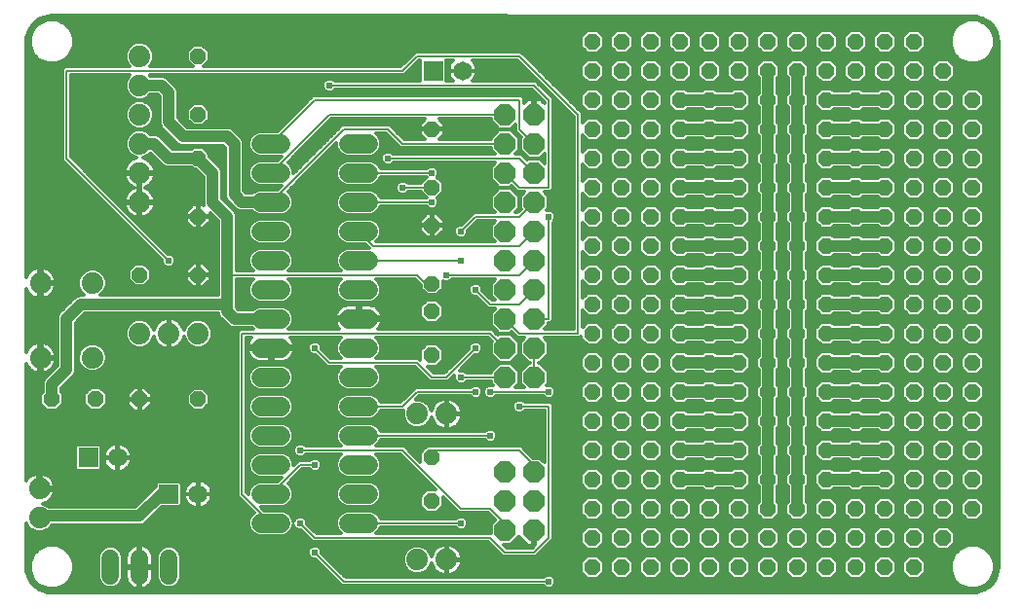
<source format=gtl>
G75*
G70*
%OFA0B0*%
%FSLAX24Y24*%
%IPPOS*%
%LPD*%
%AMOC8*
5,1,8,0,0,1.08239X$1,22.5*
%
%ADD10C,0.0650*%
%ADD11OC8,0.0560*%
%ADD12C,0.0740*%
%ADD13OC8,0.0520*%
%ADD14C,0.0650*%
%ADD15R,0.0650X0.0650*%
%ADD16C,0.0600*%
%ADD17OC8,0.0740*%
%ADD18C,0.0238*%
%ADD19C,0.0120*%
%ADD20C,0.0400*%
%ADD21C,0.0060*%
D10*
X008335Y003000D02*
X008985Y003000D01*
X008985Y004000D02*
X008335Y004000D01*
X008335Y005000D02*
X008985Y005000D01*
X008985Y006000D02*
X008335Y006000D01*
X008335Y007000D02*
X008985Y007000D01*
X008985Y008000D02*
X008335Y008000D01*
X008335Y009000D02*
X008985Y009000D01*
X008985Y010000D02*
X008335Y010000D01*
X008335Y011000D02*
X008985Y011000D01*
X008985Y012000D02*
X008335Y012000D01*
X008335Y013000D02*
X008985Y013000D01*
X008985Y014000D02*
X008335Y014000D01*
X008335Y015000D02*
X008985Y015000D01*
X008985Y016000D02*
X008335Y016000D01*
X011335Y016000D02*
X011985Y016000D01*
X011985Y015000D02*
X011335Y015000D01*
X011335Y014000D02*
X011985Y014000D01*
X011985Y013000D02*
X011335Y013000D01*
X011335Y012000D02*
X011985Y012000D01*
X011985Y011000D02*
X011335Y011000D01*
X011335Y010000D02*
X011985Y010000D01*
X011985Y009000D02*
X011335Y009000D01*
X011335Y008000D02*
X011985Y008000D01*
X011985Y007000D02*
X011335Y007000D01*
X011335Y006000D02*
X011985Y006000D01*
X011985Y005000D02*
X011335Y005000D01*
X011335Y004000D02*
X011985Y004000D01*
X011985Y003000D02*
X011335Y003000D01*
D11*
X014160Y003750D03*
X014160Y005250D03*
X014160Y008750D03*
X014160Y010250D03*
X019660Y010500D03*
X020660Y010500D03*
X021660Y010500D03*
X022660Y010500D03*
X023660Y010500D03*
X024660Y010500D03*
X025660Y010500D03*
X026660Y010500D03*
X027660Y010500D03*
X028660Y010500D03*
X029660Y010500D03*
X030660Y010500D03*
X031660Y010500D03*
X032660Y010500D03*
X032660Y009500D03*
X031660Y009500D03*
X030660Y009500D03*
X029660Y009500D03*
X028660Y009500D03*
X027660Y009500D03*
X026660Y009500D03*
X025660Y009500D03*
X024660Y009500D03*
X023660Y009500D03*
X022660Y009500D03*
X021660Y009500D03*
X020660Y009500D03*
X019660Y009500D03*
X019660Y008500D03*
X020660Y008500D03*
X021660Y008500D03*
X022660Y008500D03*
X023660Y008500D03*
X024660Y008500D03*
X025660Y008500D03*
X026660Y008500D03*
X027660Y008500D03*
X028660Y008500D03*
X029660Y008500D03*
X030660Y008500D03*
X031660Y008500D03*
X032660Y008500D03*
X032660Y007500D03*
X031660Y007500D03*
X030660Y007500D03*
X029660Y007500D03*
X028660Y007500D03*
X027660Y007500D03*
X026660Y007500D03*
X025660Y007500D03*
X024660Y007500D03*
X023660Y007500D03*
X022660Y007500D03*
X021660Y007500D03*
X020660Y007500D03*
X019660Y007500D03*
X019660Y006500D03*
X020660Y006500D03*
X021660Y006500D03*
X022660Y006500D03*
X023660Y006500D03*
X024660Y006500D03*
X025660Y006500D03*
X026660Y006500D03*
X027660Y006500D03*
X028660Y006500D03*
X029660Y006500D03*
X030660Y006500D03*
X031660Y006500D03*
X032660Y006500D03*
X032660Y005500D03*
X031660Y005500D03*
X030660Y005500D03*
X029660Y005500D03*
X028660Y005500D03*
X027660Y005500D03*
X026660Y005500D03*
X025660Y005500D03*
X024660Y005500D03*
X023660Y005500D03*
X022660Y005500D03*
X021660Y005500D03*
X020660Y005500D03*
X019660Y005500D03*
X019660Y004500D03*
X020660Y004500D03*
X021660Y004500D03*
X022660Y004500D03*
X023660Y004500D03*
X024660Y004500D03*
X025660Y004500D03*
X026660Y004500D03*
X027660Y004500D03*
X028660Y004500D03*
X029660Y004500D03*
X030660Y004500D03*
X031660Y004500D03*
X032660Y004500D03*
X032660Y003500D03*
X031660Y003500D03*
X030660Y003500D03*
X029660Y003500D03*
X028660Y003500D03*
X027660Y003500D03*
X026660Y003500D03*
X025660Y003500D03*
X024660Y003500D03*
X023660Y003500D03*
X022660Y003500D03*
X021660Y003500D03*
X020660Y003500D03*
X019660Y003500D03*
X019660Y002500D03*
X020660Y002500D03*
X021660Y002500D03*
X022660Y002500D03*
X023660Y002500D03*
X024660Y002500D03*
X025660Y002500D03*
X026660Y002500D03*
X027660Y002500D03*
X028660Y002500D03*
X029660Y002500D03*
X030660Y002500D03*
X031660Y002500D03*
X030660Y001500D03*
X029660Y001500D03*
X028660Y001500D03*
X027660Y001500D03*
X026660Y001500D03*
X025660Y001500D03*
X024660Y001500D03*
X023660Y001500D03*
X022660Y001500D03*
X021660Y001500D03*
X020660Y001500D03*
X019660Y001500D03*
X019660Y011500D03*
X020660Y011500D03*
X021660Y011500D03*
X022660Y011500D03*
X023660Y011500D03*
X024660Y011500D03*
X025660Y011500D03*
X026660Y011500D03*
X027660Y011500D03*
X028660Y011500D03*
X029660Y011500D03*
X030660Y011500D03*
X031660Y011500D03*
X032660Y011500D03*
X032660Y012500D03*
X031660Y012500D03*
X030660Y012500D03*
X029660Y012500D03*
X028660Y012500D03*
X027660Y012500D03*
X026660Y012500D03*
X025660Y012500D03*
X024660Y012500D03*
X023660Y012500D03*
X022660Y012500D03*
X021660Y012500D03*
X020660Y012500D03*
X019660Y012500D03*
X019660Y013500D03*
X020660Y013500D03*
X021660Y013500D03*
X022660Y013500D03*
X023660Y013500D03*
X024660Y013500D03*
X025660Y013500D03*
X026660Y013500D03*
X027660Y013500D03*
X028660Y013500D03*
X029660Y013500D03*
X030660Y013500D03*
X031660Y013500D03*
X032660Y013500D03*
X032660Y014500D03*
X031660Y014500D03*
X030660Y014500D03*
X029660Y014500D03*
X028660Y014500D03*
X027660Y014500D03*
X026660Y014500D03*
X025660Y014500D03*
X024660Y014500D03*
X023660Y014500D03*
X022660Y014500D03*
X021660Y014500D03*
X020660Y014500D03*
X019660Y014500D03*
X019660Y015500D03*
X020660Y015500D03*
X021660Y015500D03*
X022660Y015500D03*
X023660Y015500D03*
X024660Y015500D03*
X025660Y015500D03*
X026660Y015500D03*
X027660Y015500D03*
X028660Y015500D03*
X029660Y015500D03*
X030660Y015500D03*
X031660Y015500D03*
X032660Y015500D03*
X032660Y016500D03*
X031660Y016500D03*
X030660Y016500D03*
X029660Y016500D03*
X028660Y016500D03*
X027660Y016500D03*
X026660Y016500D03*
X025660Y016500D03*
X024660Y016500D03*
X023660Y016500D03*
X022660Y016500D03*
X021660Y016500D03*
X020660Y016500D03*
X019660Y016500D03*
X019660Y017500D03*
X020660Y017500D03*
X021660Y017500D03*
X022660Y017500D03*
X023660Y017500D03*
X024660Y017500D03*
X025660Y017500D03*
X026660Y017500D03*
X027660Y017500D03*
X028660Y017500D03*
X029660Y017500D03*
X030660Y017500D03*
X031660Y017500D03*
X032660Y017500D03*
X031660Y018500D03*
X030660Y018500D03*
X029660Y018500D03*
X028660Y018500D03*
X027660Y018500D03*
X026660Y018500D03*
X025660Y018500D03*
X024660Y018500D03*
X023660Y018500D03*
X022660Y018500D03*
X021660Y018500D03*
X020660Y018500D03*
X019660Y018500D03*
X019660Y019500D03*
X020660Y019500D03*
X021660Y019500D03*
X022660Y019500D03*
X023660Y019500D03*
X024660Y019500D03*
X025660Y019500D03*
X026660Y019500D03*
X027660Y019500D03*
X028660Y019500D03*
X029660Y019500D03*
X030660Y019500D03*
X002660Y007250D03*
X001160Y007250D03*
D12*
X000770Y008670D03*
X002550Y008670D03*
X004160Y009500D03*
X005160Y009500D03*
X006160Y009500D03*
X002550Y011230D03*
X000770Y011230D03*
X004160Y014000D03*
X004160Y015000D03*
X004160Y016000D03*
X004160Y017000D03*
X004160Y018000D03*
X004160Y019000D03*
X013660Y006750D03*
X014660Y006750D03*
X014660Y001750D03*
X013660Y001750D03*
X000736Y003186D03*
X000736Y004186D03*
D13*
X004160Y007250D03*
X006160Y007250D03*
X006160Y011500D03*
X004160Y011500D03*
X006160Y013500D03*
X006160Y015500D03*
X006160Y017000D03*
X006160Y019000D03*
X014160Y016500D03*
X014160Y014500D03*
X014160Y013200D03*
X014160Y011200D03*
D14*
X003410Y005250D03*
X006160Y004000D03*
X015210Y018500D03*
D15*
X014210Y018500D03*
X002410Y005250D03*
X005160Y004000D03*
D16*
X005160Y001800D02*
X005160Y001200D01*
X004160Y001200D02*
X004160Y001800D01*
X003160Y001800D02*
X003160Y001200D01*
D17*
X016660Y002750D03*
X017660Y002750D03*
X017660Y003750D03*
X016660Y003750D03*
X016660Y004750D03*
X017660Y004750D03*
X017660Y008000D03*
X016660Y008000D03*
X016660Y009000D03*
X017660Y009000D03*
X017660Y010000D03*
X016660Y010000D03*
X016660Y011000D03*
X017660Y011000D03*
X017660Y012000D03*
X016660Y012000D03*
X016660Y013000D03*
X017660Y013000D03*
X017660Y014000D03*
X016660Y014000D03*
X016660Y015000D03*
X017660Y015000D03*
X017660Y016000D03*
X016660Y016000D03*
X016660Y017000D03*
X017660Y017000D03*
D18*
X018660Y016500D03*
X018660Y015500D03*
X018660Y014500D03*
X018160Y013500D03*
X015160Y013000D03*
X015160Y012000D03*
X014660Y011500D03*
X015660Y011000D03*
X015660Y009000D03*
X015160Y008000D03*
X015660Y007500D03*
X016160Y007500D03*
X017160Y007000D03*
X018160Y007500D03*
X016160Y006000D03*
X015160Y003000D03*
X018160Y001000D03*
X010160Y002000D03*
X009660Y003000D03*
X010160Y005000D03*
X009660Y005500D03*
X010160Y009000D03*
X005160Y012000D03*
X012660Y015500D03*
X014160Y015000D03*
X013160Y014500D03*
X014160Y014000D03*
X014910Y016500D03*
X015410Y016500D03*
X015910Y016500D03*
X013260Y016550D03*
X010660Y018000D03*
X010660Y018750D03*
X011160Y018750D03*
X011660Y018750D03*
X012160Y018750D03*
D19*
X000538Y000878D02*
X000760Y000716D01*
X001022Y000631D01*
X001160Y000620D01*
X032660Y000620D01*
X032798Y000631D01*
X033060Y000716D01*
X033282Y000878D01*
X033444Y001100D01*
X033529Y001362D01*
X033540Y001500D01*
X033540Y019494D01*
X033529Y019632D01*
X033444Y019894D01*
X033282Y020116D01*
X033060Y020278D01*
X032798Y020363D01*
X032660Y020374D01*
X032610Y020374D01*
X032610Y020374D01*
X001160Y020380D01*
X001023Y020369D01*
X000761Y020284D01*
X000538Y020122D01*
X000376Y019899D01*
X000291Y019637D01*
X000280Y019500D01*
X000280Y011436D01*
X000317Y011508D01*
X000366Y011575D01*
X000425Y011634D01*
X000492Y011683D01*
X000567Y011721D01*
X000646Y011747D01*
X000728Y011760D01*
X000730Y011760D01*
X000730Y011270D01*
X000810Y011270D01*
X000810Y011760D01*
X000812Y011760D01*
X000894Y011747D01*
X000973Y011721D01*
X001048Y011683D01*
X001115Y011634D01*
X001174Y011575D01*
X001223Y011508D01*
X001261Y011433D01*
X001287Y011354D01*
X001300Y011272D01*
X001300Y011270D01*
X000810Y011270D01*
X000810Y011190D01*
X001300Y011190D01*
X001300Y011188D01*
X001287Y011106D01*
X001261Y011027D01*
X001223Y010952D01*
X001174Y010885D01*
X001115Y010826D01*
X001048Y010777D01*
X000973Y010739D01*
X000894Y010713D01*
X000812Y010700D01*
X000810Y010700D01*
X000810Y011190D01*
X000730Y011190D01*
X000730Y010700D01*
X000728Y010700D01*
X000646Y010713D01*
X000567Y010739D01*
X000492Y010777D01*
X000425Y010826D01*
X000366Y010885D01*
X000317Y010952D01*
X000280Y011024D01*
X000280Y008876D01*
X000317Y008948D01*
X000366Y009015D01*
X000425Y009074D01*
X000492Y009123D01*
X000567Y009161D01*
X000646Y009187D01*
X000728Y009200D01*
X000730Y009200D01*
X000730Y008710D01*
X000810Y008710D01*
X000810Y009200D01*
X000812Y009200D01*
X000894Y009187D01*
X000973Y009161D01*
X001048Y009123D01*
X001115Y009074D01*
X001174Y009015D01*
X001223Y008948D01*
X001261Y008873D01*
X001287Y008794D01*
X001300Y008712D01*
X001300Y008710D01*
X000810Y008710D01*
X000810Y008630D01*
X001300Y008630D01*
X001300Y008628D01*
X001287Y008546D01*
X001261Y008467D01*
X001223Y008392D01*
X001174Y008325D01*
X001115Y008266D01*
X001048Y008217D01*
X000973Y008179D01*
X000894Y008153D01*
X000812Y008140D01*
X000810Y008140D01*
X000810Y008630D01*
X000730Y008630D01*
X000730Y008140D01*
X000728Y008140D01*
X000646Y008153D01*
X000567Y008179D01*
X000492Y008217D01*
X000425Y008266D01*
X000366Y008325D01*
X000317Y008392D01*
X000280Y008464D01*
X000280Y004459D01*
X000283Y004464D01*
X000332Y004531D01*
X000391Y004590D01*
X000458Y004639D01*
X000533Y004677D01*
X000612Y004703D01*
X000694Y004716D01*
X000696Y004716D01*
X000696Y004226D01*
X000776Y004226D01*
X001266Y004226D01*
X001266Y004228D01*
X001253Y004310D01*
X001227Y004390D01*
X001189Y004464D01*
X001140Y004531D01*
X001081Y004590D01*
X001014Y004639D01*
X000939Y004677D01*
X000860Y004703D01*
X000778Y004716D01*
X000776Y004716D01*
X000776Y004226D01*
X000776Y004146D01*
X001266Y004146D01*
X001266Y004144D01*
X001253Y004062D01*
X001227Y003983D01*
X001189Y003908D01*
X001140Y003841D01*
X001081Y003782D01*
X001014Y003733D01*
X000939Y003695D01*
X000860Y003669D01*
X000853Y003668D01*
X001014Y003601D01*
X001045Y003570D01*
X004027Y003570D01*
X004715Y004258D01*
X004715Y004375D01*
X004785Y004445D01*
X005535Y004445D01*
X005605Y004375D01*
X005605Y003625D01*
X005535Y003555D01*
X004918Y003555D01*
X004431Y003069D01*
X004341Y002979D01*
X004224Y002930D01*
X001160Y002930D01*
X001151Y002909D01*
X001014Y002771D01*
X000833Y002696D01*
X000639Y002696D01*
X000458Y002771D01*
X000321Y002909D01*
X000280Y003006D01*
X000280Y001500D01*
X000291Y001362D01*
X000376Y001100D01*
X000538Y000878D01*
X000568Y000856D02*
X000756Y000856D01*
X000735Y000864D02*
X001011Y000750D01*
X001309Y000750D01*
X001585Y000864D01*
X001796Y001075D01*
X001910Y001351D01*
X001910Y001649D01*
X001796Y001925D01*
X001585Y002136D01*
X001309Y002250D01*
X001011Y002250D01*
X000735Y002136D01*
X000524Y001925D01*
X000410Y001649D01*
X000410Y001351D01*
X000524Y001075D01*
X000735Y000864D01*
X000731Y000737D02*
X033089Y000737D01*
X033064Y000856D02*
X033252Y000856D01*
X033195Y000974D02*
X033352Y000974D01*
X033296Y001075D02*
X033410Y001351D01*
X033410Y001649D01*
X033296Y001925D01*
X033085Y002136D01*
X032809Y002250D01*
X032511Y002250D01*
X032235Y002136D01*
X032024Y001925D01*
X031910Y001649D01*
X031910Y001351D01*
X032024Y001075D01*
X032235Y000864D01*
X032511Y000750D01*
X032809Y000750D01*
X033085Y000864D01*
X033296Y001075D01*
X033303Y001093D02*
X033438Y001093D01*
X033480Y001211D02*
X033352Y001211D01*
X033401Y001330D02*
X033518Y001330D01*
X033536Y001448D02*
X033410Y001448D01*
X033410Y001567D02*
X033540Y001567D01*
X033540Y001685D02*
X033395Y001685D01*
X033346Y001804D02*
X033540Y001804D01*
X033540Y001922D02*
X033297Y001922D01*
X033180Y002041D02*
X033540Y002041D01*
X033540Y002159D02*
X033029Y002159D01*
X033540Y002278D02*
X032003Y002278D01*
X032060Y002334D02*
X031826Y002100D01*
X031494Y002100D01*
X031260Y002334D01*
X031260Y002666D01*
X031494Y002900D01*
X031826Y002900D01*
X032060Y002666D01*
X032060Y002334D01*
X032060Y002396D02*
X033540Y002396D01*
X033540Y002515D02*
X032060Y002515D01*
X032060Y002633D02*
X033540Y002633D01*
X033540Y002752D02*
X031974Y002752D01*
X031856Y002870D02*
X033540Y002870D01*
X033540Y002989D02*
X018310Y002989D01*
X018310Y003107D02*
X019487Y003107D01*
X019494Y003100D02*
X019826Y003100D01*
X020060Y003334D01*
X020060Y003666D01*
X019826Y003900D01*
X019494Y003900D01*
X019260Y003666D01*
X019260Y003334D01*
X019494Y003100D01*
X019369Y003226D02*
X018310Y003226D01*
X018310Y003344D02*
X019260Y003344D01*
X019260Y003463D02*
X018310Y003463D01*
X018310Y003581D02*
X019260Y003581D01*
X019294Y003700D02*
X018310Y003700D01*
X018310Y003818D02*
X019412Y003818D01*
X019494Y004100D02*
X019826Y004100D01*
X020060Y004334D01*
X020060Y004666D01*
X019826Y004900D01*
X019494Y004900D01*
X019260Y004666D01*
X019260Y004334D01*
X019494Y004100D01*
X019421Y004174D02*
X018310Y004174D01*
X018310Y004292D02*
X019302Y004292D01*
X019260Y004411D02*
X018310Y004411D01*
X018310Y004529D02*
X019260Y004529D01*
X019260Y004648D02*
X018310Y004648D01*
X018310Y004766D02*
X019360Y004766D01*
X019479Y004885D02*
X018310Y004885D01*
X018310Y005003D02*
X025340Y005003D01*
X025340Y004885D02*
X024841Y004885D01*
X024826Y004900D02*
X024494Y004900D01*
X024414Y004820D01*
X023906Y004820D01*
X023826Y004900D01*
X023494Y004900D01*
X023414Y004820D01*
X022906Y004820D01*
X022826Y004900D01*
X022494Y004900D01*
X022260Y004666D01*
X022260Y004334D01*
X022494Y004100D01*
X022826Y004100D01*
X022906Y004180D01*
X023414Y004180D01*
X023494Y004100D01*
X023826Y004100D01*
X023906Y004180D01*
X024414Y004180D01*
X024494Y004100D01*
X024826Y004100D01*
X025060Y004334D01*
X025060Y004666D01*
X024826Y004900D01*
X024960Y004766D02*
X025340Y004766D01*
X025340Y004746D02*
X025260Y004666D01*
X025260Y004334D01*
X025340Y004254D01*
X025340Y003746D01*
X025260Y003666D01*
X025260Y003334D01*
X025494Y003100D01*
X025826Y003100D01*
X026060Y003334D01*
X026060Y003666D01*
X025980Y003746D01*
X025980Y004254D01*
X026060Y004334D01*
X026060Y004666D01*
X025980Y004746D01*
X025980Y005254D01*
X026060Y005334D01*
X026060Y005666D01*
X025980Y005746D01*
X025980Y006254D01*
X026060Y006334D01*
X026060Y006666D01*
X025980Y006746D01*
X025980Y007254D01*
X026060Y007334D01*
X026060Y007666D01*
X025980Y007746D01*
X025980Y008254D01*
X026060Y008334D01*
X026060Y008666D01*
X025980Y008746D01*
X025980Y009254D01*
X026060Y009334D01*
X026060Y009666D01*
X025980Y009746D01*
X025980Y010254D01*
X026060Y010334D01*
X026060Y010666D01*
X025980Y010746D01*
X025980Y011254D01*
X026060Y011334D01*
X026060Y011666D01*
X025980Y011746D01*
X025980Y012254D01*
X026060Y012334D01*
X026060Y012666D01*
X025980Y012746D01*
X025980Y013254D01*
X026060Y013334D01*
X026060Y013666D01*
X025980Y013746D01*
X025980Y014254D01*
X026060Y014334D01*
X026060Y014666D01*
X025980Y014746D01*
X025980Y015254D01*
X026060Y015334D01*
X026060Y015666D01*
X025980Y015746D01*
X025980Y016254D01*
X026060Y016334D01*
X026060Y016666D01*
X025980Y016746D01*
X025980Y017254D01*
X026060Y017334D01*
X026060Y017666D01*
X025980Y017746D01*
X025980Y018254D01*
X026060Y018334D01*
X026060Y018666D01*
X025826Y018900D01*
X025494Y018900D01*
X025260Y018666D01*
X025260Y018334D01*
X025340Y018254D01*
X025340Y017746D01*
X025260Y017666D01*
X025260Y017334D01*
X025340Y017254D01*
X025340Y016746D01*
X025260Y016666D01*
X025260Y016334D01*
X025340Y016254D01*
X025340Y015746D01*
X025260Y015666D01*
X025260Y015334D01*
X025340Y015254D01*
X025340Y014746D01*
X025260Y014666D01*
X025260Y014334D01*
X025340Y014254D01*
X025340Y013746D01*
X025260Y013666D01*
X025260Y013334D01*
X025340Y013254D01*
X025340Y012746D01*
X025260Y012666D01*
X025260Y012334D01*
X025340Y012254D01*
X025340Y011746D01*
X025260Y011666D01*
X025260Y011334D01*
X025340Y011254D01*
X025340Y010746D01*
X025260Y010666D01*
X025260Y010334D01*
X025340Y010254D01*
X025340Y009746D01*
X025260Y009666D01*
X025260Y009334D01*
X025340Y009254D01*
X025340Y008746D01*
X025260Y008666D01*
X025260Y008334D01*
X025340Y008254D01*
X025340Y007746D01*
X025260Y007666D01*
X025260Y007334D01*
X025340Y007254D01*
X025340Y006746D01*
X025260Y006666D01*
X025260Y006334D01*
X025340Y006254D01*
X025340Y005746D01*
X025260Y005666D01*
X025260Y005334D01*
X025340Y005254D01*
X025340Y004746D01*
X025260Y004648D02*
X025060Y004648D01*
X025060Y004529D02*
X025260Y004529D01*
X025260Y004411D02*
X025060Y004411D01*
X025018Y004292D02*
X025302Y004292D01*
X025340Y004174D02*
X024899Y004174D01*
X025340Y004055D02*
X018310Y004055D01*
X018310Y003937D02*
X025340Y003937D01*
X025340Y003818D02*
X024908Y003818D01*
X024826Y003900D02*
X024494Y003900D01*
X024260Y003666D01*
X024260Y003334D01*
X024494Y003100D01*
X024826Y003100D01*
X025060Y003334D01*
X025060Y003666D01*
X024826Y003900D01*
X025026Y003700D02*
X025294Y003700D01*
X025260Y003581D02*
X025060Y003581D01*
X025060Y003463D02*
X025260Y003463D01*
X025260Y003344D02*
X025060Y003344D01*
X024951Y003226D02*
X025369Y003226D01*
X025487Y003107D02*
X024833Y003107D01*
X024826Y002900D02*
X024494Y002900D01*
X024260Y002666D01*
X024260Y002334D01*
X024494Y002100D01*
X024826Y002100D01*
X025060Y002334D01*
X025060Y002666D01*
X024826Y002900D01*
X024856Y002870D02*
X025464Y002870D01*
X025494Y002900D02*
X025260Y002666D01*
X025260Y002334D01*
X025494Y002100D01*
X025826Y002100D01*
X026060Y002334D01*
X026060Y002666D01*
X025826Y002900D01*
X025494Y002900D01*
X025346Y002752D02*
X024974Y002752D01*
X025060Y002633D02*
X025260Y002633D01*
X025260Y002515D02*
X025060Y002515D01*
X025060Y002396D02*
X025260Y002396D01*
X025317Y002278D02*
X025003Y002278D01*
X024885Y002159D02*
X025435Y002159D01*
X025494Y001900D02*
X025260Y001666D01*
X025260Y001334D01*
X025494Y001100D01*
X025826Y001100D01*
X026060Y001334D01*
X026060Y001666D01*
X025826Y001900D01*
X025494Y001900D01*
X025398Y001804D02*
X024922Y001804D01*
X024826Y001900D02*
X024494Y001900D01*
X024260Y001666D01*
X024260Y001334D01*
X024494Y001100D01*
X024826Y001100D01*
X025060Y001334D01*
X025060Y001666D01*
X024826Y001900D01*
X025041Y001685D02*
X025279Y001685D01*
X025260Y001567D02*
X025060Y001567D01*
X025060Y001448D02*
X025260Y001448D01*
X025265Y001330D02*
X025055Y001330D01*
X024937Y001211D02*
X025383Y001211D01*
X025937Y001211D02*
X026383Y001211D01*
X026494Y001100D02*
X026826Y001100D01*
X027060Y001334D01*
X027060Y001666D01*
X026826Y001900D01*
X026494Y001900D01*
X026260Y001666D01*
X026260Y001334D01*
X026494Y001100D01*
X026265Y001330D02*
X026055Y001330D01*
X026060Y001448D02*
X026260Y001448D01*
X026260Y001567D02*
X026060Y001567D01*
X026041Y001685D02*
X026279Y001685D01*
X026398Y001804D02*
X025922Y001804D01*
X025885Y002159D02*
X026435Y002159D01*
X026494Y002100D02*
X026826Y002100D01*
X027060Y002334D01*
X027060Y002666D01*
X026826Y002900D01*
X026494Y002900D01*
X026260Y002666D01*
X026260Y002334D01*
X026494Y002100D01*
X026317Y002278D02*
X026003Y002278D01*
X026060Y002396D02*
X026260Y002396D01*
X026260Y002515D02*
X026060Y002515D01*
X026060Y002633D02*
X026260Y002633D01*
X026346Y002752D02*
X025974Y002752D01*
X025856Y002870D02*
X026464Y002870D01*
X026856Y002870D02*
X027464Y002870D01*
X027494Y002900D02*
X027260Y002666D01*
X027260Y002334D01*
X027494Y002100D01*
X027826Y002100D01*
X028060Y002334D01*
X028060Y002666D01*
X027826Y002900D01*
X027494Y002900D01*
X027494Y003100D02*
X027826Y003100D01*
X028060Y003334D01*
X028060Y003666D01*
X027826Y003900D01*
X027494Y003900D01*
X027260Y003666D01*
X027260Y003334D01*
X027494Y003100D01*
X027487Y003107D02*
X026833Y003107D01*
X026826Y003100D02*
X027060Y003334D01*
X027060Y003666D01*
X026980Y003746D01*
X026980Y004254D01*
X027060Y004334D01*
X027060Y004666D01*
X026980Y004746D01*
X026980Y005254D01*
X027060Y005334D01*
X027060Y005666D01*
X026980Y005746D01*
X026980Y006254D01*
X027060Y006334D01*
X027060Y006666D01*
X026980Y006746D01*
X026980Y007254D01*
X027060Y007334D01*
X027060Y007666D01*
X026980Y007746D01*
X026980Y008254D01*
X027060Y008334D01*
X027060Y008666D01*
X026980Y008746D01*
X026980Y009254D01*
X027060Y009334D01*
X027060Y009666D01*
X026980Y009746D01*
X026980Y010254D01*
X027060Y010334D01*
X027060Y010666D01*
X026980Y010746D01*
X026980Y011254D01*
X027060Y011334D01*
X027060Y011666D01*
X026980Y011746D01*
X026980Y012254D01*
X027060Y012334D01*
X027060Y012666D01*
X026980Y012746D01*
X026980Y013254D01*
X027060Y013334D01*
X027060Y013666D01*
X026980Y013746D01*
X026980Y014254D01*
X027060Y014334D01*
X027060Y014666D01*
X026980Y014746D01*
X026980Y015254D01*
X027060Y015334D01*
X027060Y015666D01*
X026980Y015746D01*
X026980Y016254D01*
X027060Y016334D01*
X027060Y016666D01*
X026980Y016746D01*
X026980Y017254D01*
X027060Y017334D01*
X027060Y017666D01*
X026980Y017746D01*
X026980Y018254D01*
X027060Y018334D01*
X027060Y018666D01*
X026826Y018900D01*
X026494Y018900D01*
X026260Y018666D01*
X026260Y018334D01*
X026340Y018254D01*
X026340Y017746D01*
X026260Y017666D01*
X026260Y017334D01*
X026340Y017254D01*
X026340Y016746D01*
X026260Y016666D01*
X026260Y016334D01*
X026340Y016254D01*
X026340Y015746D01*
X026260Y015666D01*
X026260Y015334D01*
X026340Y015254D01*
X026340Y014746D01*
X026260Y014666D01*
X026260Y014334D01*
X026340Y014254D01*
X026340Y013746D01*
X026260Y013666D01*
X026260Y013334D01*
X026340Y013254D01*
X026340Y012746D01*
X026260Y012666D01*
X026260Y012334D01*
X026340Y012254D01*
X026340Y011746D01*
X026260Y011666D01*
X026260Y011334D01*
X026340Y011254D01*
X026340Y010746D01*
X026260Y010666D01*
X026260Y010334D01*
X026340Y010254D01*
X026340Y009746D01*
X026260Y009666D01*
X026260Y009334D01*
X026340Y009254D01*
X026340Y008746D01*
X026260Y008666D01*
X026260Y008334D01*
X026340Y008254D01*
X026340Y007746D01*
X026260Y007666D01*
X026260Y007334D01*
X026340Y007254D01*
X026340Y006746D01*
X026260Y006666D01*
X026260Y006334D01*
X026340Y006254D01*
X026340Y005746D01*
X026260Y005666D01*
X026260Y005334D01*
X026340Y005254D01*
X026340Y004746D01*
X026260Y004666D01*
X026260Y004334D01*
X026340Y004254D01*
X026340Y003746D01*
X026260Y003666D01*
X026260Y003334D01*
X026494Y003100D01*
X026826Y003100D01*
X026951Y003226D02*
X027369Y003226D01*
X027260Y003344D02*
X027060Y003344D01*
X027060Y003463D02*
X027260Y003463D01*
X027260Y003581D02*
X027060Y003581D01*
X027026Y003700D02*
X027294Y003700D01*
X027412Y003818D02*
X026980Y003818D01*
X026980Y003937D02*
X033540Y003937D01*
X033540Y004055D02*
X026980Y004055D01*
X026980Y004174D02*
X027421Y004174D01*
X027494Y004100D02*
X027826Y004100D01*
X027906Y004180D01*
X028414Y004180D01*
X028494Y004100D01*
X028826Y004100D01*
X028906Y004180D01*
X029414Y004180D01*
X029494Y004100D01*
X029826Y004100D01*
X030060Y004334D01*
X030060Y004666D01*
X029826Y004900D01*
X029494Y004900D01*
X029414Y004820D01*
X028906Y004820D01*
X028826Y004900D01*
X028494Y004900D01*
X028414Y004820D01*
X027906Y004820D01*
X027826Y004900D01*
X027494Y004900D01*
X027260Y004666D01*
X027260Y004334D01*
X027494Y004100D01*
X027302Y004292D02*
X027018Y004292D01*
X027060Y004411D02*
X027260Y004411D01*
X027260Y004529D02*
X027060Y004529D01*
X027060Y004648D02*
X027260Y004648D01*
X027360Y004766D02*
X026980Y004766D01*
X026980Y004885D02*
X027479Y004885D01*
X027494Y005100D02*
X027826Y005100D01*
X027906Y005180D01*
X028414Y005180D01*
X028494Y005100D01*
X028826Y005100D01*
X028906Y005180D01*
X029414Y005180D01*
X029494Y005100D01*
X029826Y005100D01*
X030060Y005334D01*
X030060Y005666D01*
X029826Y005900D01*
X029494Y005900D01*
X029414Y005820D01*
X028906Y005820D01*
X028826Y005900D01*
X028494Y005900D01*
X028414Y005820D01*
X027906Y005820D01*
X027826Y005900D01*
X027494Y005900D01*
X027260Y005666D01*
X027260Y005334D01*
X027494Y005100D01*
X027473Y005122D02*
X026980Y005122D01*
X026980Y005240D02*
X027354Y005240D01*
X027260Y005359D02*
X027060Y005359D01*
X027060Y005477D02*
X027260Y005477D01*
X027260Y005596D02*
X027060Y005596D01*
X027012Y005714D02*
X027308Y005714D01*
X027427Y005833D02*
X026980Y005833D01*
X026980Y005951D02*
X033540Y005951D01*
X033540Y005833D02*
X032893Y005833D01*
X032826Y005900D02*
X032494Y005900D01*
X032260Y005666D01*
X032260Y005334D01*
X032494Y005100D01*
X032826Y005100D01*
X033060Y005334D01*
X033060Y005666D01*
X032826Y005900D01*
X032826Y006100D02*
X032494Y006100D01*
X032260Y006334D01*
X032260Y006666D01*
X032494Y006900D01*
X032826Y006900D01*
X033060Y006666D01*
X033060Y006334D01*
X032826Y006100D01*
X032914Y006188D02*
X033540Y006188D01*
X033540Y006070D02*
X026980Y006070D01*
X026980Y006188D02*
X027406Y006188D01*
X027494Y006100D02*
X027826Y006100D01*
X027906Y006180D01*
X028414Y006180D01*
X028494Y006100D01*
X028826Y006100D01*
X028906Y006180D01*
X029414Y006180D01*
X029494Y006100D01*
X029826Y006100D01*
X030060Y006334D01*
X030060Y006666D01*
X029826Y006900D01*
X029494Y006900D01*
X029414Y006820D01*
X028906Y006820D01*
X028826Y006900D01*
X028494Y006900D01*
X028414Y006820D01*
X027906Y006820D01*
X027826Y006900D01*
X027494Y006900D01*
X027260Y006666D01*
X027260Y006334D01*
X027494Y006100D01*
X027288Y006307D02*
X027032Y006307D01*
X027060Y006425D02*
X027260Y006425D01*
X027260Y006544D02*
X027060Y006544D01*
X027060Y006662D02*
X027260Y006662D01*
X027375Y006781D02*
X026980Y006781D01*
X026980Y006899D02*
X027493Y006899D01*
X027494Y007100D02*
X027826Y007100D01*
X027906Y007180D01*
X028414Y007180D01*
X028494Y007100D01*
X028826Y007100D01*
X028906Y007180D01*
X029414Y007180D01*
X029494Y007100D01*
X029826Y007100D01*
X030060Y007334D01*
X030060Y007666D01*
X029826Y007900D01*
X029494Y007900D01*
X029414Y007820D01*
X028906Y007820D01*
X028826Y007900D01*
X028494Y007900D01*
X028414Y007820D01*
X027906Y007820D01*
X027826Y007900D01*
X027494Y007900D01*
X027260Y007666D01*
X027260Y007334D01*
X027494Y007100D01*
X027458Y007136D02*
X026980Y007136D01*
X026980Y007018D02*
X033540Y007018D01*
X033540Y007136D02*
X032862Y007136D01*
X032826Y007100D02*
X033060Y007334D01*
X033060Y007666D01*
X032826Y007900D01*
X032494Y007900D01*
X032260Y007666D01*
X032260Y007334D01*
X032494Y007100D01*
X032826Y007100D01*
X032827Y006899D02*
X033540Y006899D01*
X033540Y006781D02*
X032945Y006781D01*
X033060Y006662D02*
X033540Y006662D01*
X033540Y006544D02*
X033060Y006544D01*
X033060Y006425D02*
X033540Y006425D01*
X033540Y006307D02*
X033032Y006307D01*
X032406Y006188D02*
X031914Y006188D01*
X031826Y006100D02*
X032060Y006334D01*
X032060Y006666D01*
X031826Y006900D01*
X031494Y006900D01*
X031260Y006666D01*
X031260Y006334D01*
X031494Y006100D01*
X031826Y006100D01*
X031826Y005900D02*
X031494Y005900D01*
X031260Y005666D01*
X031260Y005334D01*
X031494Y005100D01*
X031826Y005100D01*
X032060Y005334D01*
X032060Y005666D01*
X031826Y005900D01*
X031893Y005833D02*
X032427Y005833D01*
X032308Y005714D02*
X032012Y005714D01*
X032060Y005596D02*
X032260Y005596D01*
X032260Y005477D02*
X032060Y005477D01*
X032060Y005359D02*
X032260Y005359D01*
X032354Y005240D02*
X031966Y005240D01*
X031847Y005122D02*
X032473Y005122D01*
X032494Y004900D02*
X032260Y004666D01*
X032260Y004334D01*
X032494Y004100D01*
X032826Y004100D01*
X033060Y004334D01*
X033060Y004666D01*
X032826Y004900D01*
X032494Y004900D01*
X032479Y004885D02*
X031841Y004885D01*
X031826Y004900D02*
X031494Y004900D01*
X031260Y004666D01*
X031260Y004334D01*
X031494Y004100D01*
X031826Y004100D01*
X032060Y004334D01*
X032060Y004666D01*
X031826Y004900D01*
X031960Y004766D02*
X032360Y004766D01*
X032260Y004648D02*
X032060Y004648D01*
X032060Y004529D02*
X032260Y004529D01*
X032260Y004411D02*
X032060Y004411D01*
X032018Y004292D02*
X032302Y004292D01*
X032421Y004174D02*
X031899Y004174D01*
X031826Y003900D02*
X031494Y003900D01*
X031260Y003666D01*
X031260Y003334D01*
X031494Y003100D01*
X031826Y003100D01*
X032060Y003334D01*
X032060Y003666D01*
X031826Y003900D01*
X031908Y003818D02*
X032412Y003818D01*
X032494Y003900D02*
X032260Y003666D01*
X032260Y003334D01*
X032494Y003100D01*
X032826Y003100D01*
X033060Y003334D01*
X033060Y003666D01*
X032826Y003900D01*
X032494Y003900D01*
X032294Y003700D02*
X032026Y003700D01*
X032060Y003581D02*
X032260Y003581D01*
X032260Y003463D02*
X032060Y003463D01*
X032060Y003344D02*
X032260Y003344D01*
X032369Y003226D02*
X031951Y003226D01*
X031833Y003107D02*
X032487Y003107D01*
X032833Y003107D02*
X033540Y003107D01*
X033540Y003226D02*
X032951Y003226D01*
X033060Y003344D02*
X033540Y003344D01*
X033540Y003463D02*
X033060Y003463D01*
X033060Y003581D02*
X033540Y003581D01*
X033540Y003700D02*
X033026Y003700D01*
X032908Y003818D02*
X033540Y003818D01*
X033540Y004174D02*
X032899Y004174D01*
X033018Y004292D02*
X033540Y004292D01*
X033540Y004411D02*
X033060Y004411D01*
X033060Y004529D02*
X033540Y004529D01*
X033540Y004648D02*
X033060Y004648D01*
X032960Y004766D02*
X033540Y004766D01*
X033540Y004885D02*
X032841Y004885D01*
X032847Y005122D02*
X033540Y005122D01*
X033540Y005240D02*
X032966Y005240D01*
X033060Y005359D02*
X033540Y005359D01*
X033540Y005477D02*
X033060Y005477D01*
X033060Y005596D02*
X033540Y005596D01*
X033540Y005714D02*
X033012Y005714D01*
X033540Y005003D02*
X026980Y005003D01*
X026340Y005003D02*
X025980Y005003D01*
X025980Y004885D02*
X026340Y004885D01*
X026340Y004766D02*
X025980Y004766D01*
X026060Y004648D02*
X026260Y004648D01*
X026260Y004529D02*
X026060Y004529D01*
X026060Y004411D02*
X026260Y004411D01*
X026302Y004292D02*
X026018Y004292D01*
X025980Y004174D02*
X026340Y004174D01*
X026340Y004055D02*
X025980Y004055D01*
X025980Y003937D02*
X026340Y003937D01*
X026340Y003818D02*
X025980Y003818D01*
X026026Y003700D02*
X026294Y003700D01*
X026260Y003581D02*
X026060Y003581D01*
X026060Y003463D02*
X026260Y003463D01*
X026260Y003344D02*
X026060Y003344D01*
X025951Y003226D02*
X026369Y003226D01*
X026487Y003107D02*
X025833Y003107D01*
X026974Y002752D02*
X027346Y002752D01*
X027260Y002633D02*
X027060Y002633D01*
X027060Y002515D02*
X027260Y002515D01*
X027260Y002396D02*
X027060Y002396D01*
X027003Y002278D02*
X027317Y002278D01*
X027435Y002159D02*
X026885Y002159D01*
X026922Y001804D02*
X027398Y001804D01*
X027494Y001900D02*
X027260Y001666D01*
X027260Y001334D01*
X027494Y001100D01*
X027826Y001100D01*
X028060Y001334D01*
X028060Y001666D01*
X027826Y001900D01*
X027494Y001900D01*
X027279Y001685D02*
X027041Y001685D01*
X027060Y001567D02*
X027260Y001567D01*
X027260Y001448D02*
X027060Y001448D01*
X027055Y001330D02*
X027265Y001330D01*
X027383Y001211D02*
X026937Y001211D01*
X027937Y001211D02*
X028383Y001211D01*
X028494Y001100D02*
X028260Y001334D01*
X028260Y001666D01*
X028494Y001900D01*
X028826Y001900D01*
X029060Y001666D01*
X029060Y001334D01*
X028826Y001100D01*
X028494Y001100D01*
X028265Y001330D02*
X028055Y001330D01*
X028060Y001448D02*
X028260Y001448D01*
X028260Y001567D02*
X028060Y001567D01*
X028041Y001685D02*
X028279Y001685D01*
X028398Y001804D02*
X027922Y001804D01*
X027885Y002159D02*
X028435Y002159D01*
X028494Y002100D02*
X028826Y002100D01*
X029060Y002334D01*
X029060Y002666D01*
X028826Y002900D01*
X028494Y002900D01*
X028260Y002666D01*
X028260Y002334D01*
X028494Y002100D01*
X028317Y002278D02*
X028003Y002278D01*
X028060Y002396D02*
X028260Y002396D01*
X028260Y002515D02*
X028060Y002515D01*
X028060Y002633D02*
X028260Y002633D01*
X028346Y002752D02*
X027974Y002752D01*
X027856Y002870D02*
X028464Y002870D01*
X028856Y002870D02*
X029464Y002870D01*
X029494Y002900D02*
X029260Y002666D01*
X029260Y002334D01*
X029494Y002100D01*
X029826Y002100D01*
X030060Y002334D01*
X030060Y002666D01*
X029826Y002900D01*
X029494Y002900D01*
X029494Y003100D02*
X029826Y003100D01*
X030060Y003334D01*
X030060Y003666D01*
X029826Y003900D01*
X029494Y003900D01*
X029260Y003666D01*
X029260Y003334D01*
X029494Y003100D01*
X029487Y003107D02*
X028833Y003107D01*
X028826Y003100D02*
X029060Y003334D01*
X029060Y003666D01*
X028826Y003900D01*
X028494Y003900D01*
X028260Y003666D01*
X028260Y003334D01*
X028494Y003100D01*
X028826Y003100D01*
X028951Y003226D02*
X029369Y003226D01*
X029260Y003344D02*
X029060Y003344D01*
X029060Y003463D02*
X029260Y003463D01*
X029260Y003581D02*
X029060Y003581D01*
X029026Y003700D02*
X029294Y003700D01*
X029412Y003818D02*
X028908Y003818D01*
X028412Y003818D02*
X027908Y003818D01*
X028026Y003700D02*
X028294Y003700D01*
X028260Y003581D02*
X028060Y003581D01*
X028060Y003463D02*
X028260Y003463D01*
X028260Y003344D02*
X028060Y003344D01*
X027951Y003226D02*
X028369Y003226D01*
X028487Y003107D02*
X027833Y003107D01*
X028974Y002752D02*
X029346Y002752D01*
X029260Y002633D02*
X029060Y002633D01*
X029060Y002515D02*
X029260Y002515D01*
X029260Y002396D02*
X029060Y002396D01*
X029003Y002278D02*
X029317Y002278D01*
X029435Y002159D02*
X028885Y002159D01*
X028922Y001804D02*
X029398Y001804D01*
X029494Y001900D02*
X029260Y001666D01*
X029260Y001334D01*
X029494Y001100D01*
X029826Y001100D01*
X030060Y001334D01*
X030060Y001666D01*
X029826Y001900D01*
X029494Y001900D01*
X029279Y001685D02*
X029041Y001685D01*
X029060Y001567D02*
X029260Y001567D01*
X029260Y001448D02*
X029060Y001448D01*
X029055Y001330D02*
X029265Y001330D01*
X029383Y001211D02*
X028937Y001211D01*
X029937Y001211D02*
X030383Y001211D01*
X030494Y001100D02*
X030260Y001334D01*
X030260Y001666D01*
X030494Y001900D01*
X030826Y001900D01*
X031060Y001666D01*
X031060Y001334D01*
X030826Y001100D01*
X030494Y001100D01*
X030265Y001330D02*
X030055Y001330D01*
X030060Y001448D02*
X030260Y001448D01*
X030260Y001567D02*
X030060Y001567D01*
X030041Y001685D02*
X030279Y001685D01*
X030398Y001804D02*
X029922Y001804D01*
X029885Y002159D02*
X030435Y002159D01*
X030494Y002100D02*
X030260Y002334D01*
X030260Y002666D01*
X030494Y002900D01*
X030826Y002900D01*
X031060Y002666D01*
X031060Y002334D01*
X030826Y002100D01*
X030494Y002100D01*
X030317Y002278D02*
X030003Y002278D01*
X030060Y002396D02*
X030260Y002396D01*
X030260Y002515D02*
X030060Y002515D01*
X030060Y002633D02*
X030260Y002633D01*
X030346Y002752D02*
X029974Y002752D01*
X029856Y002870D02*
X030464Y002870D01*
X030856Y002870D02*
X031464Y002870D01*
X031346Y002752D02*
X030974Y002752D01*
X031060Y002633D02*
X031260Y002633D01*
X031260Y002515D02*
X031060Y002515D01*
X031060Y002396D02*
X031260Y002396D01*
X031317Y002278D02*
X031003Y002278D01*
X030885Y002159D02*
X031435Y002159D01*
X031885Y002159D02*
X032291Y002159D01*
X032140Y002041D02*
X017913Y002041D01*
X018031Y002159D02*
X019435Y002159D01*
X019494Y002100D02*
X019826Y002100D01*
X020060Y002334D01*
X020060Y002666D01*
X019826Y002900D01*
X019494Y002900D01*
X019260Y002666D01*
X019260Y002334D01*
X019494Y002100D01*
X019494Y001900D02*
X019260Y001666D01*
X019260Y001334D01*
X019494Y001100D01*
X019826Y001100D01*
X020060Y001334D01*
X020060Y001666D01*
X019826Y001900D01*
X019494Y001900D01*
X019398Y001804D02*
X015188Y001804D01*
X015190Y001792D02*
X015177Y001874D01*
X015151Y001953D01*
X015113Y002028D01*
X015064Y002095D01*
X015005Y002154D01*
X014938Y002203D01*
X014863Y002241D01*
X014784Y002267D01*
X014702Y002280D01*
X014680Y002280D01*
X014680Y001770D01*
X015190Y001770D01*
X015190Y001792D01*
X015190Y001730D02*
X014680Y001730D01*
X014680Y001770D01*
X014640Y001770D01*
X014640Y002280D01*
X014618Y002280D01*
X014536Y002267D01*
X014457Y002241D01*
X014382Y002203D01*
X014315Y002154D01*
X014256Y002095D01*
X014207Y002028D01*
X014169Y001953D01*
X014143Y001874D01*
X014142Y001867D01*
X014075Y002028D01*
X013938Y002165D01*
X013757Y002240D01*
X013563Y002240D01*
X013382Y002165D01*
X013245Y002028D01*
X013170Y001847D01*
X013170Y001653D01*
X013245Y001472D01*
X013382Y001335D01*
X013563Y001260D01*
X013757Y001260D01*
X013938Y001335D01*
X014075Y001472D01*
X014142Y001633D01*
X014143Y001626D01*
X014169Y001547D01*
X014207Y001472D01*
X014256Y001405D01*
X014315Y001346D01*
X014382Y001297D01*
X014457Y001259D01*
X014536Y001233D01*
X014618Y001220D01*
X014640Y001220D01*
X014640Y001730D01*
X014680Y001730D01*
X014680Y001220D01*
X014702Y001220D01*
X014784Y001233D01*
X014863Y001259D01*
X014938Y001297D01*
X015005Y001346D01*
X015064Y001405D01*
X015113Y001472D01*
X015151Y001547D01*
X015177Y001626D01*
X015190Y001708D01*
X015190Y001730D01*
X015186Y001685D02*
X019279Y001685D01*
X019260Y001567D02*
X015158Y001567D01*
X015096Y001448D02*
X019260Y001448D01*
X019265Y001330D02*
X014983Y001330D01*
X014680Y001330D02*
X014640Y001330D01*
X014640Y001448D02*
X014680Y001448D01*
X014680Y001567D02*
X014640Y001567D01*
X014640Y001685D02*
X014680Y001685D01*
X014680Y001804D02*
X014640Y001804D01*
X014640Y001922D02*
X014680Y001922D01*
X014680Y002041D02*
X014640Y002041D01*
X014640Y002159D02*
X014680Y002159D01*
X014680Y002278D02*
X014640Y002278D01*
X014603Y002278D02*
X000280Y002278D01*
X000280Y002396D02*
X010052Y002396D01*
X010010Y002438D02*
X010098Y002350D01*
X016098Y002350D01*
X016510Y001938D01*
X016598Y001850D01*
X017722Y001850D01*
X018222Y002350D01*
X018310Y002438D01*
X018310Y007062D01*
X018222Y007150D01*
X017348Y007150D01*
X017295Y007203D01*
X017208Y007239D01*
X017112Y007239D01*
X017025Y007203D01*
X016957Y007135D01*
X016921Y007048D01*
X016921Y006952D01*
X016957Y006865D01*
X017025Y006797D01*
X017112Y006761D01*
X017208Y006761D01*
X017295Y006797D01*
X017348Y006850D01*
X018010Y006850D01*
X018010Y005093D01*
X017863Y005240D01*
X017632Y005240D01*
X018010Y005240D01*
X018010Y005122D02*
X017981Y005122D01*
X018010Y005359D02*
X017514Y005359D01*
X017395Y005477D02*
X018010Y005477D01*
X018010Y005596D02*
X017277Y005596D01*
X017222Y005650D02*
X013994Y005650D01*
X013760Y005416D01*
X013760Y005112D01*
X013310Y005562D01*
X013222Y005650D01*
X012264Y005650D01*
X012362Y005748D01*
X012404Y005850D01*
X015972Y005850D01*
X016025Y005797D01*
X016112Y005761D01*
X016208Y005761D01*
X016295Y005797D01*
X016363Y005865D01*
X016399Y005952D01*
X016399Y006048D01*
X016363Y006135D01*
X016295Y006203D01*
X016208Y006239D01*
X016112Y006239D01*
X016025Y006203D01*
X015972Y006150D01*
X012404Y006150D01*
X012362Y006252D01*
X012237Y006377D01*
X012073Y006445D01*
X011247Y006445D01*
X011083Y006377D01*
X010958Y006252D01*
X010890Y006088D01*
X010890Y005912D01*
X010958Y005748D01*
X011056Y005650D01*
X009848Y005650D01*
X009795Y005703D01*
X009708Y005739D01*
X009612Y005739D01*
X009525Y005703D01*
X009457Y005635D01*
X009421Y005548D01*
X009421Y005452D01*
X009457Y005365D01*
X009525Y005297D01*
X009612Y005261D01*
X009708Y005261D01*
X009795Y005297D01*
X009848Y005350D01*
X011056Y005350D01*
X010958Y005252D01*
X010890Y005088D01*
X010890Y004912D01*
X010958Y004748D01*
X011083Y004623D01*
X011247Y004555D01*
X012073Y004555D01*
X012237Y004623D01*
X012362Y004748D01*
X012430Y004912D01*
X012430Y005088D01*
X012362Y005252D01*
X012264Y005350D01*
X013098Y005350D01*
X014298Y004150D01*
X013994Y004150D01*
X013760Y003916D01*
X013760Y003584D01*
X013994Y003350D01*
X014326Y003350D01*
X014560Y003584D01*
X014560Y003888D01*
X015098Y003350D01*
X016098Y003350D01*
X016332Y003115D01*
X016170Y002953D01*
X016170Y002650D01*
X012264Y002650D01*
X012362Y002748D01*
X012404Y002850D01*
X014972Y002850D01*
X015025Y002797D01*
X015112Y002761D01*
X015208Y002761D01*
X015295Y002797D01*
X015363Y002865D01*
X015399Y002952D01*
X015399Y003048D01*
X015363Y003135D01*
X015295Y003203D01*
X015208Y003239D01*
X015112Y003239D01*
X015025Y003203D01*
X014972Y003150D01*
X012404Y003150D01*
X012362Y003252D01*
X012237Y003377D01*
X012073Y003445D01*
X011247Y003445D01*
X011083Y003377D01*
X010958Y003252D01*
X010890Y003088D01*
X010890Y002912D01*
X010958Y002748D01*
X011056Y002650D01*
X010222Y002650D01*
X009899Y002973D01*
X009899Y003048D01*
X009863Y003135D01*
X009795Y003203D01*
X009708Y003239D01*
X009612Y003239D01*
X009525Y003203D01*
X009457Y003135D01*
X009430Y003068D01*
X009430Y003088D01*
X009362Y003252D01*
X009237Y003377D01*
X009073Y003445D01*
X008427Y003445D01*
X008317Y003555D01*
X009073Y003555D01*
X009237Y003623D01*
X009362Y003748D01*
X009430Y003912D01*
X009430Y004088D01*
X009362Y004252D01*
X009243Y004371D01*
X009722Y004850D01*
X009972Y004850D01*
X010025Y004797D01*
X010112Y004761D01*
X010208Y004761D01*
X010295Y004797D01*
X010363Y004865D01*
X010399Y004952D01*
X010399Y005048D01*
X010363Y005135D01*
X010295Y005203D01*
X010208Y005239D01*
X010112Y005239D01*
X010025Y005203D01*
X009972Y005150D01*
X009598Y005150D01*
X009510Y005062D01*
X009430Y004982D01*
X009430Y005088D01*
X009362Y005252D01*
X009237Y005377D01*
X009073Y005445D01*
X008247Y005445D01*
X008083Y005377D01*
X007958Y005252D01*
X007890Y005088D01*
X007890Y004912D01*
X007958Y004748D01*
X008083Y004623D01*
X008247Y004555D01*
X009003Y004555D01*
X008893Y004445D01*
X008247Y004445D01*
X008083Y004377D01*
X007958Y004252D01*
X007890Y004088D01*
X007890Y003982D01*
X007810Y004062D01*
X007810Y009350D01*
X008000Y009350D01*
X007965Y009316D01*
X007921Y009254D01*
X007886Y009186D01*
X007862Y009114D01*
X007852Y009048D01*
X008612Y009048D01*
X008612Y008952D01*
X008708Y008952D01*
X008708Y009048D01*
X009468Y009048D01*
X009458Y009114D01*
X009434Y009186D01*
X009399Y009254D01*
X009355Y009316D01*
X009320Y009350D01*
X011056Y009350D01*
X010958Y009252D01*
X010890Y009088D01*
X010890Y008912D01*
X010958Y008748D01*
X011056Y008650D01*
X010722Y008650D01*
X010399Y008973D01*
X010399Y009048D01*
X010363Y009135D01*
X010295Y009203D01*
X010208Y009239D01*
X010112Y009239D01*
X010025Y009203D01*
X009957Y009135D01*
X009921Y009048D01*
X009921Y008952D01*
X009957Y008865D01*
X010025Y008797D01*
X010112Y008761D01*
X010187Y008761D01*
X010510Y008438D01*
X010598Y008350D01*
X011056Y008350D01*
X010958Y008252D01*
X010890Y008088D01*
X010890Y007912D01*
X010958Y007748D01*
X011083Y007623D01*
X011247Y007555D01*
X012073Y007555D01*
X012237Y007623D01*
X012362Y007748D01*
X012430Y007912D01*
X012430Y008088D01*
X012362Y008252D01*
X012264Y008350D01*
X013598Y008350D01*
X014010Y007938D01*
X014098Y007850D01*
X014722Y007850D01*
X014922Y008050D01*
X014921Y008048D01*
X014921Y007952D01*
X014957Y007865D01*
X015025Y007797D01*
X015112Y007761D01*
X015208Y007761D01*
X015295Y007797D01*
X015348Y007850D01*
X016170Y007850D01*
X016170Y007797D01*
X016242Y007725D01*
X016208Y007739D01*
X016112Y007739D01*
X016025Y007703D01*
X015957Y007635D01*
X015921Y007548D01*
X015921Y007452D01*
X015957Y007365D01*
X016025Y007297D01*
X016112Y007261D01*
X016208Y007261D01*
X016295Y007297D01*
X016348Y007350D01*
X017972Y007350D01*
X018025Y007297D01*
X018112Y007261D01*
X018208Y007261D01*
X018295Y007297D01*
X018363Y007365D01*
X018399Y007452D01*
X018399Y007548D01*
X018363Y007635D01*
X018295Y007703D01*
X018208Y007739D01*
X018112Y007739D01*
X018078Y007725D01*
X018150Y007797D01*
X018150Y008203D01*
X017863Y008490D01*
X017810Y008490D01*
X017810Y008510D01*
X017863Y008510D01*
X018150Y008797D01*
X018150Y009203D01*
X018003Y009350D01*
X019222Y009350D01*
X019260Y009388D01*
X019260Y009334D01*
X019494Y009100D01*
X019826Y009100D01*
X020060Y009334D01*
X020060Y009666D01*
X019826Y009900D01*
X019494Y009900D01*
X019310Y009716D01*
X019310Y010284D01*
X019494Y010100D01*
X019826Y010100D01*
X020060Y010334D01*
X020060Y010666D01*
X019826Y010900D01*
X019494Y010900D01*
X019310Y010716D01*
X019310Y011284D01*
X019494Y011100D01*
X019826Y011100D01*
X020060Y011334D01*
X020060Y011666D01*
X019826Y011900D01*
X019494Y011900D01*
X019310Y011716D01*
X019310Y012284D01*
X019494Y012100D01*
X019826Y012100D01*
X020060Y012334D01*
X020060Y012666D01*
X019826Y012900D01*
X019494Y012900D01*
X019310Y012716D01*
X019310Y013284D01*
X019494Y013100D01*
X019826Y013100D01*
X020060Y013334D01*
X020060Y013666D01*
X019826Y013900D01*
X019494Y013900D01*
X019310Y013716D01*
X019310Y014284D01*
X019494Y014100D01*
X019826Y014100D01*
X020060Y014334D01*
X020060Y014666D01*
X019826Y014900D01*
X019494Y014900D01*
X019310Y014716D01*
X019310Y015284D01*
X019494Y015100D01*
X019826Y015100D01*
X020060Y015334D01*
X020060Y015666D01*
X019826Y015900D01*
X019494Y015900D01*
X019310Y015716D01*
X019310Y016284D01*
X019494Y016100D01*
X019826Y016100D01*
X020060Y016334D01*
X020060Y016666D01*
X019826Y016900D01*
X019494Y016900D01*
X019310Y016716D01*
X019310Y017062D01*
X019222Y017150D01*
X017222Y019150D01*
X013598Y019150D01*
X013510Y019062D01*
X013098Y018650D01*
X006347Y018650D01*
X006540Y018843D01*
X006540Y019157D01*
X006317Y019380D01*
X006003Y019380D01*
X005780Y019157D01*
X005780Y018843D01*
X005973Y018650D01*
X004503Y018650D01*
X004575Y018722D01*
X004650Y018903D01*
X004650Y019097D01*
X004575Y019278D01*
X004438Y019415D01*
X004257Y019490D01*
X004063Y019490D01*
X003882Y019415D01*
X003745Y019278D01*
X003670Y019097D01*
X003670Y018903D01*
X003745Y018722D01*
X003817Y018650D01*
X001598Y018650D01*
X001510Y018562D01*
X001510Y015438D01*
X001598Y015350D01*
X004921Y012027D01*
X004921Y011952D01*
X004957Y011865D01*
X005025Y011797D01*
X005112Y011761D01*
X005208Y011761D01*
X005295Y011797D01*
X005363Y011865D01*
X005399Y011952D01*
X005399Y012048D01*
X005363Y012135D01*
X005295Y012203D01*
X005208Y012239D01*
X005133Y012239D01*
X001810Y015562D01*
X001810Y018350D01*
X003817Y018350D01*
X003745Y018278D01*
X003670Y018097D01*
X003670Y017903D01*
X003745Y017722D01*
X003882Y017585D01*
X004063Y017510D01*
X004257Y017510D01*
X004438Y017585D01*
X004533Y017680D01*
X004777Y017680D01*
X004840Y017617D01*
X004840Y016686D01*
X004889Y016569D01*
X005389Y016069D01*
X005479Y015979D01*
X005596Y015930D01*
X007027Y015930D01*
X007090Y015867D01*
X007090Y014186D01*
X007139Y014069D01*
X007389Y013819D01*
X007479Y013729D01*
X007596Y013680D01*
X008026Y013680D01*
X008083Y013623D01*
X008247Y013555D01*
X009073Y013555D01*
X009237Y013623D01*
X009362Y013748D01*
X009430Y013912D01*
X009430Y014088D01*
X009362Y014252D01*
X009243Y014371D01*
X010890Y016018D01*
X010890Y015912D01*
X010958Y015748D01*
X011083Y015623D01*
X011247Y015555D01*
X012073Y015555D01*
X012237Y015623D01*
X012362Y015748D01*
X012430Y015912D01*
X012430Y016088D01*
X012362Y016252D01*
X012264Y016350D01*
X012598Y016350D01*
X013098Y015850D01*
X016170Y015850D01*
X016170Y015797D01*
X016317Y015650D01*
X012848Y015650D01*
X012795Y015703D01*
X012708Y015739D01*
X012612Y015739D01*
X012525Y015703D01*
X012457Y015635D01*
X012421Y015548D01*
X012421Y015452D01*
X012457Y015365D01*
X012525Y015297D01*
X012612Y015261D01*
X012708Y015261D01*
X012795Y015297D01*
X012848Y015350D01*
X016317Y015350D01*
X016170Y015203D01*
X016170Y014797D01*
X016457Y014510D01*
X016863Y014510D01*
X016900Y014547D01*
X017098Y014350D01*
X017317Y014350D01*
X017170Y014203D01*
X017170Y013797D01*
X017207Y013760D01*
X017098Y013650D01*
X017003Y013650D01*
X017150Y013797D01*
X017150Y014203D01*
X016863Y014490D01*
X016457Y014490D01*
X016170Y014203D01*
X016170Y013797D01*
X016317Y013650D01*
X015598Y013650D01*
X015510Y013562D01*
X015187Y013239D01*
X015112Y013239D01*
X015025Y013203D01*
X014957Y013135D01*
X014921Y013048D01*
X014921Y012952D01*
X014957Y012865D01*
X015025Y012797D01*
X015112Y012761D01*
X015208Y012761D01*
X015295Y012797D01*
X015363Y012865D01*
X015399Y012952D01*
X015399Y013027D01*
X015722Y013350D01*
X016317Y013350D01*
X016170Y013203D01*
X016170Y012797D01*
X016317Y012650D01*
X012264Y012650D01*
X012362Y012748D01*
X012430Y012912D01*
X012430Y013088D01*
X012362Y013252D01*
X012237Y013377D01*
X012073Y013445D01*
X011247Y013445D01*
X011083Y013377D01*
X010958Y013252D01*
X010890Y013088D01*
X010890Y012912D01*
X010958Y012748D01*
X011083Y012623D01*
X011247Y012555D01*
X011893Y012555D01*
X012003Y012445D01*
X011247Y012445D01*
X011083Y012377D01*
X010958Y012252D01*
X010890Y012088D01*
X010890Y011912D01*
X010958Y011748D01*
X011056Y011650D01*
X009264Y011650D01*
X009362Y011748D01*
X009430Y011912D01*
X009430Y012088D01*
X009362Y012252D01*
X009237Y012377D01*
X009073Y012445D01*
X008247Y012445D01*
X008083Y012377D01*
X007958Y012252D01*
X007890Y012088D01*
X007890Y011912D01*
X007958Y011748D01*
X008056Y011650D01*
X007480Y011650D01*
X007480Y013564D01*
X007431Y013681D01*
X007341Y013771D01*
X006980Y014133D01*
X006980Y015064D01*
X006931Y015181D01*
X006841Y015271D01*
X006540Y015573D01*
X006540Y015657D01*
X006317Y015880D01*
X006003Y015880D01*
X005943Y015820D01*
X005293Y015820D01*
X004841Y016271D01*
X004724Y016320D01*
X004533Y016320D01*
X004438Y016415D01*
X004257Y016490D01*
X004063Y016490D01*
X003882Y016415D01*
X003745Y016278D01*
X003670Y016097D01*
X003670Y015903D01*
X003745Y015722D01*
X003882Y015585D01*
X004043Y015518D01*
X004036Y015517D01*
X003957Y015491D01*
X003882Y015453D01*
X003815Y015404D01*
X003756Y015345D01*
X003707Y015278D01*
X003669Y015203D01*
X003643Y015124D01*
X003630Y015042D01*
X003630Y015040D01*
X004120Y015040D01*
X004120Y014960D01*
X003630Y014960D01*
X003630Y014958D01*
X003643Y014876D01*
X003669Y014797D01*
X003707Y014722D01*
X003756Y014655D01*
X003815Y014596D01*
X003882Y014547D01*
X003957Y014509D01*
X003984Y014500D01*
X003957Y014491D01*
X003882Y014453D01*
X003815Y014404D01*
X003756Y014345D01*
X003707Y014278D01*
X003669Y014203D01*
X003643Y014124D01*
X003630Y014042D01*
X003630Y014040D01*
X004120Y014040D01*
X004120Y014530D01*
X004120Y014960D01*
X004200Y014960D01*
X004200Y015040D01*
X004690Y015040D01*
X004690Y015042D01*
X004677Y015124D01*
X004651Y015203D01*
X004613Y015278D01*
X004564Y015345D01*
X004505Y015404D01*
X004438Y015453D01*
X004363Y015491D01*
X004284Y015517D01*
X004277Y015518D01*
X004438Y015585D01*
X004530Y015677D01*
X004889Y015319D01*
X004979Y015229D01*
X005096Y015180D01*
X005943Y015180D01*
X006003Y015120D01*
X006087Y015120D01*
X006340Y014867D01*
X006340Y013936D01*
X006356Y013898D01*
X006334Y013920D01*
X006180Y013920D01*
X006180Y013520D01*
X006580Y013520D01*
X006580Y013627D01*
X006840Y013367D01*
X006840Y010820D01*
X002833Y010820D01*
X002965Y010952D01*
X003040Y011133D01*
X003040Y011327D01*
X002965Y011508D01*
X002828Y011645D01*
X002647Y011720D01*
X002453Y011720D01*
X002272Y011645D01*
X002135Y011508D01*
X002060Y011327D01*
X002060Y011133D01*
X002135Y010952D01*
X002267Y010820D01*
X002096Y010820D01*
X001979Y010771D01*
X001889Y010681D01*
X001389Y010181D01*
X001340Y010064D01*
X001340Y008383D01*
X000889Y007931D01*
X000840Y007814D01*
X000840Y007496D01*
X000760Y007416D01*
X000760Y007084D01*
X000994Y006850D01*
X001326Y006850D01*
X001560Y007084D01*
X001560Y007416D01*
X001480Y007496D01*
X001480Y007617D01*
X001841Y007979D01*
X001931Y008069D01*
X001980Y008186D01*
X001980Y009867D01*
X002293Y010180D01*
X006843Y010180D01*
X006889Y010069D01*
X007139Y009819D01*
X007229Y009729D01*
X007346Y009680D01*
X008026Y009680D01*
X008056Y009650D01*
X007598Y009650D01*
X007510Y009562D01*
X007510Y003938D01*
X007598Y003850D01*
X008077Y003371D01*
X007958Y003252D01*
X007890Y003088D01*
X007890Y002912D01*
X007958Y002748D01*
X008083Y002623D01*
X008247Y002555D01*
X009073Y002555D01*
X009237Y002623D01*
X009362Y002748D01*
X009430Y002912D01*
X009430Y002932D01*
X009457Y002865D01*
X009525Y002797D01*
X009612Y002761D01*
X009687Y002761D01*
X010010Y002438D01*
X009933Y002515D02*
X000280Y002515D01*
X000280Y002633D02*
X008073Y002633D01*
X007957Y002752D02*
X000967Y002752D01*
X001113Y002870D02*
X007908Y002870D01*
X007890Y002989D02*
X004351Y002989D01*
X004470Y003107D02*
X007898Y003107D01*
X007947Y003226D02*
X004588Y003226D01*
X004707Y003344D02*
X008050Y003344D01*
X007985Y003463D02*
X004825Y003463D01*
X004275Y003818D02*
X001117Y003818D01*
X001204Y003937D02*
X004394Y003937D01*
X004512Y004055D02*
X001251Y004055D01*
X001256Y004292D02*
X004715Y004292D01*
X004751Y004411D02*
X001216Y004411D01*
X001142Y004529D02*
X007510Y004529D01*
X007510Y004411D02*
X006420Y004411D01*
X006414Y004415D02*
X006346Y004449D01*
X006274Y004473D01*
X006198Y004485D01*
X006169Y004485D01*
X006169Y004009D01*
X006645Y004009D01*
X006645Y004038D01*
X006633Y004114D01*
X006609Y004186D01*
X006575Y004254D01*
X006530Y004316D01*
X006476Y004370D01*
X006414Y004415D01*
X006547Y004292D02*
X007510Y004292D01*
X007510Y004174D02*
X006614Y004174D01*
X006642Y004055D02*
X007510Y004055D01*
X007511Y003937D02*
X006641Y003937D01*
X006645Y003962D02*
X006645Y003991D01*
X006169Y003991D01*
X006169Y004009D01*
X006151Y004009D01*
X006151Y004485D01*
X006122Y004485D01*
X006046Y004473D01*
X005974Y004449D01*
X005906Y004415D01*
X005844Y004370D01*
X005790Y004316D01*
X005745Y004254D01*
X005711Y004186D01*
X005687Y004114D01*
X005675Y004038D01*
X005675Y004009D01*
X006151Y004009D01*
X006151Y003991D01*
X006169Y003991D01*
X006169Y003515D01*
X006198Y003515D01*
X006274Y003527D01*
X006346Y003551D01*
X006414Y003585D01*
X006476Y003630D01*
X006530Y003684D01*
X006575Y003746D01*
X006609Y003814D01*
X006633Y003886D01*
X006645Y003962D01*
X006611Y003818D02*
X007630Y003818D01*
X007748Y003700D02*
X006541Y003700D01*
X006406Y003581D02*
X007867Y003581D01*
X008410Y003463D02*
X013882Y003463D01*
X013763Y003581D02*
X012136Y003581D01*
X012073Y003555D02*
X012237Y003623D01*
X012362Y003748D01*
X012430Y003912D01*
X012430Y004088D01*
X012362Y004252D01*
X012237Y004377D01*
X012073Y004445D01*
X011247Y004445D01*
X011083Y004377D01*
X010958Y004252D01*
X010890Y004088D01*
X010890Y003912D01*
X010958Y003748D01*
X011083Y003623D01*
X011247Y003555D01*
X012073Y003555D01*
X012313Y003700D02*
X013760Y003700D01*
X013760Y003818D02*
X012391Y003818D01*
X012430Y003937D02*
X013781Y003937D01*
X013899Y004055D02*
X012430Y004055D01*
X012394Y004174D02*
X014274Y004174D01*
X014156Y004292D02*
X012322Y004292D01*
X012156Y004411D02*
X014037Y004411D01*
X013919Y004529D02*
X009401Y004529D01*
X009283Y004411D02*
X011164Y004411D01*
X010998Y004292D02*
X009322Y004292D01*
X009394Y004174D02*
X010926Y004174D01*
X010890Y004055D02*
X009430Y004055D01*
X009430Y003937D02*
X010890Y003937D01*
X010929Y003818D02*
X009391Y003818D01*
X009313Y003700D02*
X011007Y003700D01*
X011184Y003581D02*
X009136Y003581D01*
X009270Y003344D02*
X011050Y003344D01*
X010947Y003226D02*
X009740Y003226D01*
X009580Y003226D02*
X009373Y003226D01*
X009422Y003107D02*
X009446Y003107D01*
X009455Y002870D02*
X009412Y002870D01*
X009363Y002752D02*
X009696Y002752D01*
X009815Y002633D02*
X009247Y002633D01*
X009899Y002989D02*
X010890Y002989D01*
X010898Y003107D02*
X009874Y003107D01*
X010002Y002870D02*
X010908Y002870D01*
X010957Y002752D02*
X010121Y002752D01*
X010112Y002239D02*
X010025Y002203D01*
X009957Y002135D01*
X009921Y002048D01*
X009921Y001952D01*
X009957Y001865D01*
X010025Y001797D01*
X010112Y001761D01*
X010187Y001761D01*
X011098Y000850D01*
X017972Y000850D01*
X018025Y000797D01*
X018112Y000761D01*
X018208Y000761D01*
X018295Y000797D01*
X018363Y000865D01*
X018399Y000952D01*
X018399Y001048D01*
X018363Y001135D01*
X018295Y001203D01*
X018208Y001239D01*
X018112Y001239D01*
X018025Y001203D01*
X017972Y001150D01*
X011222Y001150D01*
X010399Y001973D01*
X010399Y002048D01*
X010363Y002135D01*
X010295Y002203D01*
X010208Y002239D01*
X010112Y002239D01*
X009981Y002159D02*
X005391Y002159D01*
X005398Y002156D02*
X005244Y002220D01*
X005076Y002220D01*
X004922Y002156D01*
X004804Y002038D01*
X004740Y001884D01*
X004740Y001116D01*
X004804Y000962D01*
X004922Y000844D01*
X005076Y000780D01*
X005244Y000780D01*
X005398Y000844D01*
X005516Y000962D01*
X005580Y001116D01*
X005580Y001884D01*
X005516Y002038D01*
X005398Y002156D01*
X005513Y002041D02*
X009921Y002041D01*
X009934Y001922D02*
X005564Y001922D01*
X005580Y001804D02*
X010018Y001804D01*
X010263Y001685D02*
X005580Y001685D01*
X005580Y001567D02*
X010381Y001567D01*
X010500Y001448D02*
X005580Y001448D01*
X005580Y001330D02*
X010618Y001330D01*
X010737Y001211D02*
X005580Y001211D01*
X005570Y001093D02*
X010855Y001093D01*
X010974Y000974D02*
X005521Y000974D01*
X005409Y000856D02*
X011092Y000856D01*
X011161Y001211D02*
X018045Y001211D01*
X018275Y001211D02*
X019383Y001211D01*
X019937Y001211D02*
X020383Y001211D01*
X020494Y001100D02*
X020826Y001100D01*
X021060Y001334D01*
X021060Y001666D01*
X020826Y001900D01*
X020494Y001900D01*
X020260Y001666D01*
X020260Y001334D01*
X020494Y001100D01*
X020265Y001330D02*
X020055Y001330D01*
X020060Y001448D02*
X020260Y001448D01*
X020260Y001567D02*
X020060Y001567D01*
X020041Y001685D02*
X020279Y001685D01*
X020398Y001804D02*
X019922Y001804D01*
X019885Y002159D02*
X020435Y002159D01*
X020494Y002100D02*
X020826Y002100D01*
X021060Y002334D01*
X021060Y002666D01*
X020826Y002900D01*
X020494Y002900D01*
X020260Y002666D01*
X020260Y002334D01*
X020494Y002100D01*
X020317Y002278D02*
X020003Y002278D01*
X020060Y002396D02*
X020260Y002396D01*
X020260Y002515D02*
X020060Y002515D01*
X020060Y002633D02*
X020260Y002633D01*
X020346Y002752D02*
X019974Y002752D01*
X019856Y002870D02*
X020464Y002870D01*
X020856Y002870D02*
X021464Y002870D01*
X021494Y002900D02*
X021260Y002666D01*
X021260Y002334D01*
X021494Y002100D01*
X021826Y002100D01*
X022060Y002334D01*
X022060Y002666D01*
X021826Y002900D01*
X021494Y002900D01*
X021494Y003100D02*
X021826Y003100D01*
X022060Y003334D01*
X022060Y003666D01*
X021826Y003900D01*
X021494Y003900D01*
X021260Y003666D01*
X021260Y003334D01*
X021494Y003100D01*
X021487Y003107D02*
X020833Y003107D01*
X020826Y003100D02*
X021060Y003334D01*
X021060Y003666D01*
X020826Y003900D01*
X020494Y003900D01*
X020260Y003666D01*
X020260Y003334D01*
X020494Y003100D01*
X020826Y003100D01*
X020951Y003226D02*
X021369Y003226D01*
X021260Y003344D02*
X021060Y003344D01*
X021060Y003463D02*
X021260Y003463D01*
X021260Y003581D02*
X021060Y003581D01*
X021026Y003700D02*
X021294Y003700D01*
X021412Y003818D02*
X020908Y003818D01*
X020826Y004100D02*
X020494Y004100D01*
X020260Y004334D01*
X020260Y004666D01*
X020494Y004900D01*
X020826Y004900D01*
X021060Y004666D01*
X021060Y004334D01*
X020826Y004100D01*
X020899Y004174D02*
X021421Y004174D01*
X021494Y004100D02*
X021826Y004100D01*
X022060Y004334D01*
X022060Y004666D01*
X021826Y004900D01*
X021494Y004900D01*
X021260Y004666D01*
X021260Y004334D01*
X021494Y004100D01*
X021302Y004292D02*
X021018Y004292D01*
X021060Y004411D02*
X021260Y004411D01*
X021260Y004529D02*
X021060Y004529D01*
X021060Y004648D02*
X021260Y004648D01*
X021360Y004766D02*
X020960Y004766D01*
X020841Y004885D02*
X021479Y004885D01*
X021494Y005100D02*
X021826Y005100D01*
X022060Y005334D01*
X022060Y005666D01*
X021826Y005900D01*
X021494Y005900D01*
X021260Y005666D01*
X021260Y005334D01*
X021494Y005100D01*
X021473Y005122D02*
X020847Y005122D01*
X020826Y005100D02*
X021060Y005334D01*
X021060Y005666D01*
X020826Y005900D01*
X020494Y005900D01*
X020260Y005666D01*
X020260Y005334D01*
X020494Y005100D01*
X020826Y005100D01*
X020966Y005240D02*
X021354Y005240D01*
X021260Y005359D02*
X021060Y005359D01*
X021060Y005477D02*
X021260Y005477D01*
X021260Y005596D02*
X021060Y005596D01*
X021012Y005714D02*
X021308Y005714D01*
X021427Y005833D02*
X020893Y005833D01*
X020826Y006100D02*
X020494Y006100D01*
X020260Y006334D01*
X020260Y006666D01*
X020494Y006900D01*
X020826Y006900D01*
X021060Y006666D01*
X021060Y006334D01*
X020826Y006100D01*
X020914Y006188D02*
X021406Y006188D01*
X021494Y006100D02*
X021826Y006100D01*
X022060Y006334D01*
X022060Y006666D01*
X021826Y006900D01*
X021494Y006900D01*
X021260Y006666D01*
X021260Y006334D01*
X021494Y006100D01*
X021288Y006307D02*
X021032Y006307D01*
X021060Y006425D02*
X021260Y006425D01*
X021260Y006544D02*
X021060Y006544D01*
X021060Y006662D02*
X021260Y006662D01*
X021375Y006781D02*
X020945Y006781D01*
X020827Y006899D02*
X021493Y006899D01*
X021494Y007100D02*
X021826Y007100D01*
X022060Y007334D01*
X022060Y007666D01*
X021826Y007900D01*
X021494Y007900D01*
X021260Y007666D01*
X021260Y007334D01*
X021494Y007100D01*
X021458Y007136D02*
X020862Y007136D01*
X020826Y007100D02*
X021060Y007334D01*
X021060Y007666D01*
X020826Y007900D01*
X020494Y007900D01*
X020260Y007666D01*
X020260Y007334D01*
X020494Y007100D01*
X020826Y007100D01*
X020980Y007255D02*
X021340Y007255D01*
X021260Y007373D02*
X021060Y007373D01*
X021060Y007492D02*
X021260Y007492D01*
X021260Y007610D02*
X021060Y007610D01*
X020997Y007729D02*
X021323Y007729D01*
X021441Y007847D02*
X020879Y007847D01*
X020441Y007847D02*
X019879Y007847D01*
X019826Y007900D02*
X019494Y007900D01*
X019260Y007666D01*
X019260Y007334D01*
X019494Y007100D01*
X019826Y007100D01*
X020060Y007334D01*
X020060Y007666D01*
X019826Y007900D01*
X019826Y008100D02*
X019494Y008100D01*
X019260Y008334D01*
X019260Y008666D01*
X019494Y008900D01*
X019826Y008900D01*
X020060Y008666D01*
X020060Y008334D01*
X019826Y008100D01*
X019928Y008203D02*
X020392Y008203D01*
X020494Y008100D02*
X020826Y008100D01*
X021060Y008334D01*
X021060Y008666D01*
X020826Y008900D01*
X020494Y008900D01*
X020260Y008666D01*
X020260Y008334D01*
X020494Y008100D01*
X020273Y008321D02*
X020047Y008321D01*
X020060Y008440D02*
X020260Y008440D01*
X020260Y008558D02*
X020060Y008558D01*
X020049Y008677D02*
X020271Y008677D01*
X020389Y008795D02*
X019931Y008795D01*
X019389Y008795D02*
X018148Y008795D01*
X018150Y008914D02*
X025340Y008914D01*
X025340Y009032D02*
X018150Y009032D01*
X018150Y009151D02*
X019444Y009151D01*
X019325Y009269D02*
X018084Y009269D01*
X018003Y009650D02*
X018150Y009797D01*
X018150Y009850D01*
X018222Y009850D01*
X018310Y009938D01*
X018310Y013312D01*
X018363Y013365D01*
X018399Y013452D01*
X018399Y013548D01*
X018363Y013635D01*
X018295Y013703D01*
X018208Y013739D01*
X018112Y013739D01*
X018078Y013725D01*
X018150Y013797D01*
X018150Y014203D01*
X018003Y014350D01*
X018222Y014350D01*
X018310Y014438D01*
X018310Y017562D01*
X018222Y017650D01*
X017722Y018150D01*
X015546Y018150D01*
X015580Y018184D01*
X015625Y018246D01*
X015659Y018314D01*
X015683Y018386D01*
X015695Y018462D01*
X015695Y018491D01*
X015219Y018491D01*
X015219Y018509D01*
X015695Y018509D01*
X015695Y018538D01*
X015683Y018614D01*
X015659Y018686D01*
X015625Y018754D01*
X015580Y018816D01*
X015546Y018850D01*
X017098Y018850D01*
X019010Y016938D01*
X019010Y009650D01*
X018003Y009650D01*
X018096Y009743D02*
X019010Y009743D01*
X019010Y009862D02*
X018234Y009862D01*
X018310Y009980D02*
X019010Y009980D01*
X019010Y010099D02*
X018310Y010099D01*
X018310Y010217D02*
X019010Y010217D01*
X019010Y010336D02*
X018310Y010336D01*
X018310Y010454D02*
X019010Y010454D01*
X019010Y010573D02*
X018310Y010573D01*
X018310Y010691D02*
X019010Y010691D01*
X019010Y010810D02*
X018310Y010810D01*
X018310Y010928D02*
X019010Y010928D01*
X019010Y011047D02*
X018310Y011047D01*
X018310Y011165D02*
X019010Y011165D01*
X019010Y011284D02*
X018310Y011284D01*
X018310Y011402D02*
X019010Y011402D01*
X019010Y011521D02*
X018310Y011521D01*
X018310Y011639D02*
X019010Y011639D01*
X019010Y011758D02*
X018310Y011758D01*
X018310Y011876D02*
X019010Y011876D01*
X019010Y011995D02*
X018310Y011995D01*
X018310Y012113D02*
X019010Y012113D01*
X019010Y012232D02*
X018310Y012232D01*
X018310Y012350D02*
X019010Y012350D01*
X019010Y012469D02*
X018310Y012469D01*
X018310Y012587D02*
X019010Y012587D01*
X019010Y012706D02*
X018310Y012706D01*
X018310Y012824D02*
X019010Y012824D01*
X019010Y012943D02*
X018310Y012943D01*
X018310Y013061D02*
X019010Y013061D01*
X019010Y013180D02*
X018310Y013180D01*
X018310Y013298D02*
X019010Y013298D01*
X019010Y013417D02*
X018384Y013417D01*
X018399Y013535D02*
X019010Y013535D01*
X019010Y013654D02*
X018345Y013654D01*
X018125Y013772D02*
X019010Y013772D01*
X019010Y013891D02*
X018150Y013891D01*
X018150Y014009D02*
X019010Y014009D01*
X019010Y014128D02*
X018150Y014128D01*
X018107Y014246D02*
X019010Y014246D01*
X019010Y014365D02*
X018237Y014365D01*
X018310Y014483D02*
X019010Y014483D01*
X019010Y014602D02*
X018310Y014602D01*
X018310Y014720D02*
X019010Y014720D01*
X019010Y014839D02*
X018310Y014839D01*
X018310Y014957D02*
X019010Y014957D01*
X019010Y015076D02*
X018310Y015076D01*
X018310Y015194D02*
X019010Y015194D01*
X019010Y015313D02*
X018310Y015313D01*
X018310Y015431D02*
X019010Y015431D01*
X019010Y015550D02*
X018310Y015550D01*
X018310Y015668D02*
X019010Y015668D01*
X019010Y015787D02*
X018310Y015787D01*
X018310Y015905D02*
X019010Y015905D01*
X019010Y016024D02*
X018310Y016024D01*
X018310Y016142D02*
X019010Y016142D01*
X019010Y016261D02*
X018310Y016261D01*
X018310Y016379D02*
X019010Y016379D01*
X019010Y016498D02*
X018310Y016498D01*
X018310Y016616D02*
X019010Y016616D01*
X019010Y016735D02*
X018310Y016735D01*
X018310Y016853D02*
X019010Y016853D01*
X018976Y016972D02*
X018310Y016972D01*
X018310Y017090D02*
X018858Y017090D01*
X018739Y017209D02*
X018310Y017209D01*
X018310Y017327D02*
X018621Y017327D01*
X018502Y017446D02*
X018310Y017446D01*
X018308Y017564D02*
X018384Y017564D01*
X018265Y017683D02*
X018190Y017683D01*
X018147Y017801D02*
X018071Y017801D01*
X018028Y017920D02*
X017953Y017920D01*
X017910Y018038D02*
X017834Y018038D01*
X017791Y018157D02*
X015552Y018157D01*
X015640Y018275D02*
X017673Y018275D01*
X017554Y018394D02*
X015684Y018394D01*
X015695Y018512D02*
X017436Y018512D01*
X017317Y018631D02*
X015678Y018631D01*
X015627Y018749D02*
X017199Y018749D01*
X017386Y018986D02*
X032113Y018986D01*
X032024Y019075D02*
X032235Y018864D01*
X032511Y018750D01*
X032809Y018750D01*
X033085Y018864D01*
X033296Y019075D01*
X033410Y019351D01*
X033410Y019649D01*
X033296Y019925D01*
X033085Y020136D01*
X032809Y020250D01*
X032511Y020250D01*
X032235Y020136D01*
X032024Y019925D01*
X031910Y019649D01*
X031910Y019351D01*
X032024Y019075D01*
X032012Y019105D02*
X030830Y019105D01*
X030826Y019100D02*
X031060Y019334D01*
X031060Y019666D01*
X030826Y019900D01*
X030494Y019900D01*
X030260Y019666D01*
X030260Y019334D01*
X030494Y019100D01*
X030826Y019100D01*
X030949Y019223D02*
X031963Y019223D01*
X031914Y019342D02*
X031060Y019342D01*
X031060Y019460D02*
X031910Y019460D01*
X031910Y019579D02*
X031060Y019579D01*
X031029Y019697D02*
X031930Y019697D01*
X031979Y019816D02*
X030910Y019816D01*
X030410Y019816D02*
X029910Y019816D01*
X029826Y019900D02*
X030060Y019666D01*
X030060Y019334D01*
X029826Y019100D01*
X029494Y019100D01*
X029260Y019334D01*
X029260Y019666D01*
X029494Y019900D01*
X029826Y019900D01*
X030029Y019697D02*
X030291Y019697D01*
X030260Y019579D02*
X030060Y019579D01*
X030060Y019460D02*
X030260Y019460D01*
X030260Y019342D02*
X030060Y019342D01*
X029949Y019223D02*
X030371Y019223D01*
X030490Y019105D02*
X029830Y019105D01*
X029826Y018900D02*
X029494Y018900D01*
X029260Y018666D01*
X029260Y018334D01*
X029494Y018100D01*
X029826Y018100D01*
X030060Y018334D01*
X030060Y018666D01*
X029826Y018900D01*
X029858Y018868D02*
X030462Y018868D01*
X030494Y018900D02*
X030260Y018666D01*
X030260Y018334D01*
X030494Y018100D01*
X030826Y018100D01*
X031060Y018334D01*
X031060Y018666D01*
X030826Y018900D01*
X030494Y018900D01*
X030343Y018749D02*
X029977Y018749D01*
X030060Y018631D02*
X030260Y018631D01*
X030260Y018512D02*
X030060Y018512D01*
X030060Y018394D02*
X030260Y018394D01*
X030319Y018275D02*
X030001Y018275D01*
X029882Y018157D02*
X030438Y018157D01*
X030494Y017900D02*
X030260Y017666D01*
X030260Y017334D01*
X030494Y017100D01*
X030826Y017100D01*
X031060Y017334D01*
X031060Y017666D01*
X030826Y017900D01*
X030494Y017900D01*
X030395Y017801D02*
X029925Y017801D01*
X029826Y017900D02*
X029494Y017900D01*
X029414Y017820D01*
X028906Y017820D01*
X028826Y017900D01*
X028494Y017900D01*
X028414Y017820D01*
X027906Y017820D01*
X027826Y017900D01*
X027494Y017900D01*
X027260Y017666D01*
X027260Y017334D01*
X027494Y017100D01*
X027826Y017100D01*
X027906Y017180D01*
X028414Y017180D01*
X028494Y017100D01*
X028826Y017100D01*
X028906Y017180D01*
X029414Y017180D01*
X029494Y017100D01*
X029826Y017100D01*
X030060Y017334D01*
X030060Y017666D01*
X029826Y017900D01*
X030043Y017683D02*
X030277Y017683D01*
X030260Y017564D02*
X030060Y017564D01*
X030060Y017446D02*
X030260Y017446D01*
X030267Y017327D02*
X030053Y017327D01*
X029934Y017209D02*
X030386Y017209D01*
X030494Y016900D02*
X030260Y016666D01*
X030260Y016334D01*
X030494Y016100D01*
X030826Y016100D01*
X031060Y016334D01*
X031060Y016666D01*
X030826Y016900D01*
X030494Y016900D01*
X030447Y016853D02*
X029873Y016853D01*
X029826Y016900D02*
X029494Y016900D01*
X029414Y016820D01*
X028906Y016820D01*
X028826Y016900D01*
X028494Y016900D01*
X028414Y016820D01*
X027906Y016820D01*
X027826Y016900D01*
X027494Y016900D01*
X027260Y016666D01*
X027260Y016334D01*
X027494Y016100D01*
X027826Y016100D01*
X027906Y016180D01*
X028414Y016180D01*
X028494Y016100D01*
X028826Y016100D01*
X028906Y016180D01*
X029414Y016180D01*
X029494Y016100D01*
X029826Y016100D01*
X030060Y016334D01*
X030060Y016666D01*
X029826Y016900D01*
X029991Y016735D02*
X030329Y016735D01*
X030260Y016616D02*
X030060Y016616D01*
X030060Y016498D02*
X030260Y016498D01*
X030260Y016379D02*
X030060Y016379D01*
X029986Y016261D02*
X030334Y016261D01*
X030452Y016142D02*
X029868Y016142D01*
X029452Y016142D02*
X028868Y016142D01*
X028452Y016142D02*
X027868Y016142D01*
X027452Y016142D02*
X026980Y016142D01*
X026980Y016024D02*
X033540Y016024D01*
X033540Y016142D02*
X032868Y016142D01*
X032826Y016100D02*
X032494Y016100D01*
X032260Y016334D01*
X032260Y016666D01*
X032494Y016900D01*
X032826Y016900D01*
X033060Y016666D01*
X033060Y016334D01*
X032826Y016100D01*
X032826Y015900D02*
X032494Y015900D01*
X032260Y015666D01*
X032260Y015334D01*
X032494Y015100D01*
X032826Y015100D01*
X033060Y015334D01*
X033060Y015666D01*
X032826Y015900D01*
X032939Y015787D02*
X033540Y015787D01*
X033540Y015905D02*
X026980Y015905D01*
X026980Y015787D02*
X027381Y015787D01*
X027494Y015900D02*
X027260Y015666D01*
X027260Y015334D01*
X027494Y015100D01*
X027826Y015100D01*
X027906Y015180D01*
X028414Y015180D01*
X028494Y015100D01*
X028826Y015100D01*
X028906Y015180D01*
X029414Y015180D01*
X029494Y015100D01*
X029826Y015100D01*
X030060Y015334D01*
X030060Y015666D01*
X029826Y015900D01*
X029494Y015900D01*
X029414Y015820D01*
X028906Y015820D01*
X028826Y015900D01*
X028494Y015900D01*
X028414Y015820D01*
X027906Y015820D01*
X027826Y015900D01*
X027494Y015900D01*
X027262Y015668D02*
X027058Y015668D01*
X027060Y015550D02*
X027260Y015550D01*
X027260Y015431D02*
X027060Y015431D01*
X027038Y015313D02*
X027282Y015313D01*
X027400Y015194D02*
X026980Y015194D01*
X026980Y015076D02*
X033540Y015076D01*
X033540Y015194D02*
X032920Y015194D01*
X033038Y015313D02*
X033540Y015313D01*
X033540Y015431D02*
X033060Y015431D01*
X033060Y015550D02*
X033540Y015550D01*
X033540Y015668D02*
X033058Y015668D01*
X032381Y015787D02*
X031939Y015787D01*
X031826Y015900D02*
X031494Y015900D01*
X031260Y015666D01*
X031260Y015334D01*
X031494Y015100D01*
X031826Y015100D01*
X032060Y015334D01*
X032060Y015666D01*
X031826Y015900D01*
X031826Y016100D02*
X031494Y016100D01*
X031260Y016334D01*
X031260Y016666D01*
X031494Y016900D01*
X031826Y016900D01*
X032060Y016666D01*
X032060Y016334D01*
X031826Y016100D01*
X031868Y016142D02*
X032452Y016142D01*
X032334Y016261D02*
X031986Y016261D01*
X032060Y016379D02*
X032260Y016379D01*
X032260Y016498D02*
X032060Y016498D01*
X032060Y016616D02*
X032260Y016616D01*
X032329Y016735D02*
X031991Y016735D01*
X031873Y016853D02*
X032447Y016853D01*
X032494Y017100D02*
X032826Y017100D01*
X033060Y017334D01*
X033060Y017666D01*
X032826Y017900D01*
X032494Y017900D01*
X032260Y017666D01*
X032260Y017334D01*
X032494Y017100D01*
X032386Y017209D02*
X031934Y017209D01*
X031826Y017100D02*
X032060Y017334D01*
X032060Y017666D01*
X031826Y017900D01*
X031494Y017900D01*
X031260Y017666D01*
X031260Y017334D01*
X031494Y017100D01*
X031826Y017100D01*
X032053Y017327D02*
X032267Y017327D01*
X032260Y017446D02*
X032060Y017446D01*
X032060Y017564D02*
X032260Y017564D01*
X032277Y017683D02*
X032043Y017683D01*
X031925Y017801D02*
X032395Y017801D01*
X031882Y018157D02*
X033540Y018157D01*
X033540Y018275D02*
X032001Y018275D01*
X032060Y018334D02*
X031826Y018100D01*
X031494Y018100D01*
X031260Y018334D01*
X031260Y018666D01*
X031494Y018900D01*
X031826Y018900D01*
X032060Y018666D01*
X032060Y018334D01*
X032060Y018394D02*
X033540Y018394D01*
X033540Y018512D02*
X032060Y018512D01*
X032060Y018631D02*
X033540Y018631D01*
X033540Y018749D02*
X031977Y018749D01*
X031858Y018868D02*
X032232Y018868D01*
X031462Y018868D02*
X030858Y018868D01*
X030977Y018749D02*
X031343Y018749D01*
X031260Y018631D02*
X031060Y018631D01*
X031060Y018512D02*
X031260Y018512D01*
X031260Y018394D02*
X031060Y018394D01*
X031001Y018275D02*
X031319Y018275D01*
X031438Y018157D02*
X030882Y018157D01*
X030925Y017801D02*
X031395Y017801D01*
X031277Y017683D02*
X031043Y017683D01*
X031060Y017564D02*
X031260Y017564D01*
X031260Y017446D02*
X031060Y017446D01*
X031053Y017327D02*
X031267Y017327D01*
X031386Y017209D02*
X030934Y017209D01*
X030873Y016853D02*
X031447Y016853D01*
X031329Y016735D02*
X030991Y016735D01*
X031060Y016616D02*
X031260Y016616D01*
X031260Y016498D02*
X031060Y016498D01*
X031060Y016379D02*
X031260Y016379D01*
X031334Y016261D02*
X030986Y016261D01*
X030868Y016142D02*
X031452Y016142D01*
X031381Y015787D02*
X030939Y015787D01*
X030826Y015900D02*
X030494Y015900D01*
X030260Y015666D01*
X030260Y015334D01*
X030494Y015100D01*
X030826Y015100D01*
X031060Y015334D01*
X031060Y015666D01*
X030826Y015900D01*
X031058Y015668D02*
X031262Y015668D01*
X031260Y015550D02*
X031060Y015550D01*
X031060Y015431D02*
X031260Y015431D01*
X031282Y015313D02*
X031038Y015313D01*
X030920Y015194D02*
X031400Y015194D01*
X031494Y014900D02*
X031260Y014666D01*
X031260Y014334D01*
X031494Y014100D01*
X031826Y014100D01*
X032060Y014334D01*
X032060Y014666D01*
X031826Y014900D01*
X031494Y014900D01*
X031433Y014839D02*
X030887Y014839D01*
X030826Y014900D02*
X030494Y014900D01*
X030260Y014666D01*
X030260Y014334D01*
X030494Y014100D01*
X030826Y014100D01*
X031060Y014334D01*
X031060Y014666D01*
X030826Y014900D01*
X031006Y014720D02*
X031314Y014720D01*
X031260Y014602D02*
X031060Y014602D01*
X031060Y014483D02*
X031260Y014483D01*
X031260Y014365D02*
X031060Y014365D01*
X030972Y014246D02*
X031348Y014246D01*
X031467Y014128D02*
X030853Y014128D01*
X030826Y013900D02*
X030494Y013900D01*
X030260Y013666D01*
X030260Y013334D01*
X030494Y013100D01*
X030826Y013100D01*
X031060Y013334D01*
X031060Y013666D01*
X030826Y013900D01*
X030835Y013891D02*
X031485Y013891D01*
X031494Y013900D02*
X031260Y013666D01*
X031260Y013334D01*
X031494Y013100D01*
X031826Y013100D01*
X032060Y013334D01*
X032060Y013666D01*
X031826Y013900D01*
X031494Y013900D01*
X031366Y013772D02*
X030954Y013772D01*
X031060Y013654D02*
X031260Y013654D01*
X031260Y013535D02*
X031060Y013535D01*
X031060Y013417D02*
X031260Y013417D01*
X031296Y013298D02*
X031024Y013298D01*
X030905Y013180D02*
X031415Y013180D01*
X031494Y012900D02*
X031260Y012666D01*
X031260Y012334D01*
X031494Y012100D01*
X031826Y012100D01*
X032060Y012334D01*
X032060Y012666D01*
X031826Y012900D01*
X031494Y012900D01*
X031418Y012824D02*
X030902Y012824D01*
X030826Y012900D02*
X030494Y012900D01*
X030260Y012666D01*
X030260Y012334D01*
X030494Y012100D01*
X030826Y012100D01*
X031060Y012334D01*
X031060Y012666D01*
X030826Y012900D01*
X031020Y012706D02*
X031300Y012706D01*
X031260Y012587D02*
X031060Y012587D01*
X031060Y012469D02*
X031260Y012469D01*
X031260Y012350D02*
X031060Y012350D01*
X030957Y012232D02*
X031363Y012232D01*
X031481Y012113D02*
X030839Y012113D01*
X030826Y011900D02*
X030494Y011900D01*
X030260Y011666D01*
X030260Y011334D01*
X030494Y011100D01*
X030826Y011100D01*
X031060Y011334D01*
X031060Y011666D01*
X030826Y011900D01*
X030850Y011876D02*
X031470Y011876D01*
X031494Y011900D02*
X031260Y011666D01*
X031260Y011334D01*
X031494Y011100D01*
X031826Y011100D01*
X032060Y011334D01*
X032060Y011666D01*
X031826Y011900D01*
X031494Y011900D01*
X031352Y011758D02*
X030968Y011758D01*
X031060Y011639D02*
X031260Y011639D01*
X031260Y011521D02*
X031060Y011521D01*
X031060Y011402D02*
X031260Y011402D01*
X031311Y011284D02*
X031009Y011284D01*
X030891Y011165D02*
X031429Y011165D01*
X031494Y010900D02*
X031260Y010666D01*
X031260Y010334D01*
X031494Y010100D01*
X031826Y010100D01*
X032060Y010334D01*
X032060Y010666D01*
X031826Y010900D01*
X031494Y010900D01*
X031404Y010810D02*
X030916Y010810D01*
X030826Y010900D02*
X030494Y010900D01*
X030260Y010666D01*
X030260Y010334D01*
X030494Y010100D01*
X030826Y010100D01*
X031060Y010334D01*
X031060Y010666D01*
X030826Y010900D01*
X031035Y010691D02*
X031285Y010691D01*
X031260Y010573D02*
X031060Y010573D01*
X031060Y010454D02*
X031260Y010454D01*
X031260Y010336D02*
X031060Y010336D01*
X030943Y010217D02*
X031377Y010217D01*
X031494Y009900D02*
X031260Y009666D01*
X031260Y009334D01*
X031494Y009100D01*
X031826Y009100D01*
X032060Y009334D01*
X032060Y009666D01*
X031826Y009900D01*
X031494Y009900D01*
X031456Y009862D02*
X030864Y009862D01*
X030826Y009900D02*
X030494Y009900D01*
X030260Y009666D01*
X030260Y009334D01*
X030494Y009100D01*
X030826Y009100D01*
X031060Y009334D01*
X031060Y009666D01*
X030826Y009900D01*
X030983Y009743D02*
X031337Y009743D01*
X031260Y009625D02*
X031060Y009625D01*
X031060Y009506D02*
X031260Y009506D01*
X031260Y009388D02*
X031060Y009388D01*
X030995Y009269D02*
X031325Y009269D01*
X031444Y009151D02*
X030876Y009151D01*
X030826Y008900D02*
X030494Y008900D01*
X030260Y008666D01*
X030260Y008334D01*
X030494Y008100D01*
X030826Y008100D01*
X031060Y008334D01*
X031060Y008666D01*
X030826Y008900D01*
X030931Y008795D02*
X031389Y008795D01*
X031494Y008900D02*
X031260Y008666D01*
X031260Y008334D01*
X031494Y008100D01*
X031826Y008100D01*
X032060Y008334D01*
X032060Y008666D01*
X031826Y008900D01*
X031494Y008900D01*
X031931Y008795D02*
X032389Y008795D01*
X032494Y008900D02*
X032260Y008666D01*
X032260Y008334D01*
X032494Y008100D01*
X032826Y008100D01*
X033060Y008334D01*
X033060Y008666D01*
X032826Y008900D01*
X032494Y008900D01*
X032494Y009100D02*
X032826Y009100D01*
X033060Y009334D01*
X033060Y009666D01*
X032826Y009900D01*
X032494Y009900D01*
X032260Y009666D01*
X032260Y009334D01*
X032494Y009100D01*
X032444Y009151D02*
X031876Y009151D01*
X031995Y009269D02*
X032325Y009269D01*
X032260Y009388D02*
X032060Y009388D01*
X032060Y009506D02*
X032260Y009506D01*
X032260Y009625D02*
X032060Y009625D01*
X031983Y009743D02*
X032337Y009743D01*
X032456Y009862D02*
X031864Y009862D01*
X031943Y010217D02*
X032377Y010217D01*
X032260Y010334D02*
X032494Y010100D01*
X032826Y010100D01*
X033060Y010334D01*
X033060Y010666D01*
X032826Y010900D01*
X032494Y010900D01*
X032260Y010666D01*
X032260Y010334D01*
X032260Y010336D02*
X032060Y010336D01*
X032060Y010454D02*
X032260Y010454D01*
X032260Y010573D02*
X032060Y010573D01*
X032035Y010691D02*
X032285Y010691D01*
X032404Y010810D02*
X031916Y010810D01*
X031891Y011165D02*
X032429Y011165D01*
X032494Y011100D02*
X032260Y011334D01*
X032260Y011666D01*
X032494Y011900D01*
X032826Y011900D01*
X033060Y011666D01*
X033060Y011334D01*
X032826Y011100D01*
X032494Y011100D01*
X032311Y011284D02*
X032009Y011284D01*
X032060Y011402D02*
X032260Y011402D01*
X032260Y011521D02*
X032060Y011521D01*
X032060Y011639D02*
X032260Y011639D01*
X032352Y011758D02*
X031968Y011758D01*
X031850Y011876D02*
X032470Y011876D01*
X032494Y012100D02*
X032826Y012100D01*
X033060Y012334D01*
X033060Y012666D01*
X032826Y012900D01*
X032494Y012900D01*
X032260Y012666D01*
X032260Y012334D01*
X032494Y012100D01*
X032481Y012113D02*
X031839Y012113D01*
X031957Y012232D02*
X032363Y012232D01*
X032260Y012350D02*
X032060Y012350D01*
X032060Y012469D02*
X032260Y012469D01*
X032260Y012587D02*
X032060Y012587D01*
X032020Y012706D02*
X032300Y012706D01*
X032418Y012824D02*
X031902Y012824D01*
X031905Y013180D02*
X032415Y013180D01*
X032494Y013100D02*
X032260Y013334D01*
X032260Y013666D01*
X032494Y013900D01*
X032826Y013900D01*
X033060Y013666D01*
X033060Y013334D01*
X032826Y013100D01*
X032494Y013100D01*
X032296Y013298D02*
X032024Y013298D01*
X032060Y013417D02*
X032260Y013417D01*
X032260Y013535D02*
X032060Y013535D01*
X032060Y013654D02*
X032260Y013654D01*
X032366Y013772D02*
X031954Y013772D01*
X031835Y013891D02*
X032485Y013891D01*
X032494Y014100D02*
X032826Y014100D01*
X033060Y014334D01*
X033060Y014666D01*
X032826Y014900D01*
X032494Y014900D01*
X032260Y014666D01*
X032260Y014334D01*
X032494Y014100D01*
X032467Y014128D02*
X031853Y014128D01*
X031972Y014246D02*
X032348Y014246D01*
X032260Y014365D02*
X032060Y014365D01*
X032060Y014483D02*
X032260Y014483D01*
X032260Y014602D02*
X032060Y014602D01*
X032006Y014720D02*
X032314Y014720D01*
X032433Y014839D02*
X031887Y014839D01*
X031920Y015194D02*
X032400Y015194D01*
X032282Y015313D02*
X032038Y015313D01*
X032060Y015431D02*
X032260Y015431D01*
X032260Y015550D02*
X032060Y015550D01*
X032058Y015668D02*
X032262Y015668D01*
X032986Y016261D02*
X033540Y016261D01*
X033540Y016379D02*
X033060Y016379D01*
X033060Y016498D02*
X033540Y016498D01*
X033540Y016616D02*
X033060Y016616D01*
X032991Y016735D02*
X033540Y016735D01*
X033540Y016853D02*
X032873Y016853D01*
X032934Y017209D02*
X033540Y017209D01*
X033540Y017327D02*
X033053Y017327D01*
X033060Y017446D02*
X033540Y017446D01*
X033540Y017564D02*
X033060Y017564D01*
X033043Y017683D02*
X033540Y017683D01*
X033540Y017801D02*
X032925Y017801D01*
X033540Y017920D02*
X026980Y017920D01*
X026980Y018038D02*
X033540Y018038D01*
X033540Y018868D02*
X033088Y018868D01*
X033207Y018986D02*
X033540Y018986D01*
X033540Y019105D02*
X033308Y019105D01*
X033357Y019223D02*
X033540Y019223D01*
X033540Y019342D02*
X033406Y019342D01*
X033410Y019460D02*
X033540Y019460D01*
X033533Y019579D02*
X033410Y019579D01*
X033390Y019697D02*
X033508Y019697D01*
X033470Y019816D02*
X033341Y019816D01*
X033287Y019934D02*
X033415Y019934D01*
X033329Y020053D02*
X033168Y020053D01*
X033207Y020171D02*
X033000Y020171D01*
X033025Y020290D02*
X000779Y020290D01*
X000820Y020171D02*
X000606Y020171D01*
X000652Y020053D02*
X000488Y020053D01*
X000533Y019934D02*
X000402Y019934D01*
X000524Y019925D02*
X000410Y019649D01*
X000410Y019351D01*
X000524Y019075D01*
X000735Y018864D01*
X001011Y018750D01*
X001309Y018750D01*
X001585Y018864D01*
X001796Y019075D01*
X001910Y019351D01*
X001910Y019649D01*
X001796Y019925D01*
X001585Y020136D01*
X001309Y020250D01*
X001011Y020250D01*
X000735Y020136D01*
X000524Y019925D01*
X000479Y019816D02*
X000349Y019816D01*
X000310Y019697D02*
X000430Y019697D01*
X000410Y019579D02*
X000286Y019579D01*
X000280Y019460D02*
X000410Y019460D01*
X000414Y019342D02*
X000280Y019342D01*
X000280Y019223D02*
X000463Y019223D01*
X000512Y019105D02*
X000280Y019105D01*
X000280Y018986D02*
X000613Y018986D01*
X000732Y018868D02*
X000280Y018868D01*
X000280Y018749D02*
X003734Y018749D01*
X003684Y018868D02*
X001588Y018868D01*
X001707Y018986D02*
X003670Y018986D01*
X003673Y019105D02*
X001808Y019105D01*
X001857Y019223D02*
X003722Y019223D01*
X003809Y019342D02*
X001906Y019342D01*
X001910Y019460D02*
X003990Y019460D01*
X004330Y019460D02*
X019260Y019460D01*
X019260Y019342D02*
X006356Y019342D01*
X006474Y019223D02*
X019371Y019223D01*
X019260Y019334D02*
X019494Y019100D01*
X019826Y019100D01*
X020060Y019334D01*
X020060Y019666D01*
X019826Y019900D01*
X019494Y019900D01*
X019260Y019666D01*
X019260Y019334D01*
X019260Y019579D02*
X001910Y019579D01*
X001890Y019697D02*
X019291Y019697D01*
X019410Y019816D02*
X001841Y019816D01*
X001787Y019934D02*
X032033Y019934D01*
X032152Y020053D02*
X001668Y020053D01*
X001500Y020171D02*
X032320Y020171D01*
X029490Y019105D02*
X028830Y019105D01*
X028826Y019100D02*
X029060Y019334D01*
X029060Y019666D01*
X028826Y019900D01*
X028494Y019900D01*
X028260Y019666D01*
X028260Y019334D01*
X028494Y019100D01*
X028826Y019100D01*
X028949Y019223D02*
X029371Y019223D01*
X029260Y019342D02*
X029060Y019342D01*
X029060Y019460D02*
X029260Y019460D01*
X029260Y019579D02*
X029060Y019579D01*
X029029Y019697D02*
X029291Y019697D01*
X029410Y019816D02*
X028910Y019816D01*
X028410Y019816D02*
X027910Y019816D01*
X027826Y019900D02*
X028060Y019666D01*
X028060Y019334D01*
X027826Y019100D01*
X027494Y019100D01*
X027260Y019334D01*
X027260Y019666D01*
X027494Y019900D01*
X027826Y019900D01*
X028029Y019697D02*
X028291Y019697D01*
X028260Y019579D02*
X028060Y019579D01*
X028060Y019460D02*
X028260Y019460D01*
X028260Y019342D02*
X028060Y019342D01*
X027949Y019223D02*
X028371Y019223D01*
X028490Y019105D02*
X027830Y019105D01*
X027826Y018900D02*
X027494Y018900D01*
X027260Y018666D01*
X027260Y018334D01*
X027494Y018100D01*
X027826Y018100D01*
X028060Y018334D01*
X028060Y018666D01*
X027826Y018900D01*
X027858Y018868D02*
X028462Y018868D01*
X028494Y018900D02*
X028260Y018666D01*
X028260Y018334D01*
X028494Y018100D01*
X028826Y018100D01*
X029060Y018334D01*
X029060Y018666D01*
X028826Y018900D01*
X028494Y018900D01*
X028343Y018749D02*
X027977Y018749D01*
X028060Y018631D02*
X028260Y018631D01*
X028260Y018512D02*
X028060Y018512D01*
X028060Y018394D02*
X028260Y018394D01*
X028319Y018275D02*
X028001Y018275D01*
X027882Y018157D02*
X028438Y018157D01*
X028882Y018157D02*
X029438Y018157D01*
X029319Y018275D02*
X029001Y018275D01*
X029060Y018394D02*
X029260Y018394D01*
X029260Y018512D02*
X029060Y018512D01*
X029060Y018631D02*
X029260Y018631D01*
X029343Y018749D02*
X028977Y018749D01*
X028858Y018868D02*
X029462Y018868D01*
X027490Y019105D02*
X026830Y019105D01*
X026826Y019100D02*
X027060Y019334D01*
X027060Y019666D01*
X026826Y019900D01*
X026494Y019900D01*
X026260Y019666D01*
X026260Y019334D01*
X026494Y019100D01*
X026826Y019100D01*
X026949Y019223D02*
X027371Y019223D01*
X027260Y019342D02*
X027060Y019342D01*
X027060Y019460D02*
X027260Y019460D01*
X027260Y019579D02*
X027060Y019579D01*
X027029Y019697D02*
X027291Y019697D01*
X027410Y019816D02*
X026910Y019816D01*
X026410Y019816D02*
X025910Y019816D01*
X025826Y019900D02*
X025494Y019900D01*
X025260Y019666D01*
X025260Y019334D01*
X025494Y019100D01*
X025826Y019100D01*
X026060Y019334D01*
X026060Y019666D01*
X025826Y019900D01*
X026029Y019697D02*
X026291Y019697D01*
X026260Y019579D02*
X026060Y019579D01*
X026060Y019460D02*
X026260Y019460D01*
X026260Y019342D02*
X026060Y019342D01*
X025949Y019223D02*
X026371Y019223D01*
X026490Y019105D02*
X025830Y019105D01*
X025858Y018868D02*
X026462Y018868D01*
X026343Y018749D02*
X025977Y018749D01*
X026060Y018631D02*
X026260Y018631D01*
X026260Y018512D02*
X026060Y018512D01*
X026060Y018394D02*
X026260Y018394D01*
X026319Y018275D02*
X026001Y018275D01*
X025980Y018157D02*
X026340Y018157D01*
X026340Y018038D02*
X025980Y018038D01*
X025980Y017920D02*
X026340Y017920D01*
X026340Y017801D02*
X025980Y017801D01*
X026043Y017683D02*
X026277Y017683D01*
X026260Y017564D02*
X026060Y017564D01*
X026060Y017446D02*
X026260Y017446D01*
X026267Y017327D02*
X026053Y017327D01*
X025980Y017209D02*
X026340Y017209D01*
X026340Y017090D02*
X025980Y017090D01*
X025980Y016972D02*
X026340Y016972D01*
X026340Y016853D02*
X025980Y016853D01*
X025991Y016735D02*
X026329Y016735D01*
X026260Y016616D02*
X026060Y016616D01*
X026060Y016498D02*
X026260Y016498D01*
X026260Y016379D02*
X026060Y016379D01*
X025986Y016261D02*
X026334Y016261D01*
X026340Y016142D02*
X025980Y016142D01*
X025980Y016024D02*
X026340Y016024D01*
X026340Y015905D02*
X025980Y015905D01*
X025980Y015787D02*
X026340Y015787D01*
X026262Y015668D02*
X026058Y015668D01*
X026060Y015550D02*
X026260Y015550D01*
X026260Y015431D02*
X026060Y015431D01*
X026038Y015313D02*
X026282Y015313D01*
X026340Y015194D02*
X025980Y015194D01*
X025980Y015076D02*
X026340Y015076D01*
X026340Y014957D02*
X025980Y014957D01*
X025980Y014839D02*
X026340Y014839D01*
X026314Y014720D02*
X026006Y014720D01*
X026060Y014602D02*
X026260Y014602D01*
X026260Y014483D02*
X026060Y014483D01*
X026060Y014365D02*
X026260Y014365D01*
X026340Y014246D02*
X025980Y014246D01*
X025980Y014128D02*
X026340Y014128D01*
X026340Y014009D02*
X025980Y014009D01*
X025980Y013891D02*
X026340Y013891D01*
X026340Y013772D02*
X025980Y013772D01*
X026060Y013654D02*
X026260Y013654D01*
X026260Y013535D02*
X026060Y013535D01*
X026060Y013417D02*
X026260Y013417D01*
X026296Y013298D02*
X026024Y013298D01*
X025980Y013180D02*
X026340Y013180D01*
X026340Y013061D02*
X025980Y013061D01*
X025980Y012943D02*
X026340Y012943D01*
X026340Y012824D02*
X025980Y012824D01*
X026020Y012706D02*
X026300Y012706D01*
X026260Y012587D02*
X026060Y012587D01*
X026060Y012469D02*
X026260Y012469D01*
X026260Y012350D02*
X026060Y012350D01*
X025980Y012232D02*
X026340Y012232D01*
X026340Y012113D02*
X025980Y012113D01*
X025980Y011995D02*
X026340Y011995D01*
X026340Y011876D02*
X025980Y011876D01*
X025980Y011758D02*
X026340Y011758D01*
X026260Y011639D02*
X026060Y011639D01*
X026060Y011521D02*
X026260Y011521D01*
X026260Y011402D02*
X026060Y011402D01*
X026009Y011284D02*
X026311Y011284D01*
X026340Y011165D02*
X025980Y011165D01*
X025980Y011047D02*
X026340Y011047D01*
X026340Y010928D02*
X025980Y010928D01*
X025980Y010810D02*
X026340Y010810D01*
X026285Y010691D02*
X026035Y010691D01*
X026060Y010573D02*
X026260Y010573D01*
X026260Y010454D02*
X026060Y010454D01*
X026060Y010336D02*
X026260Y010336D01*
X026340Y010217D02*
X025980Y010217D01*
X025980Y010099D02*
X026340Y010099D01*
X026340Y009980D02*
X025980Y009980D01*
X025980Y009862D02*
X026340Y009862D01*
X026337Y009743D02*
X025983Y009743D01*
X026060Y009625D02*
X026260Y009625D01*
X026260Y009506D02*
X026060Y009506D01*
X026060Y009388D02*
X026260Y009388D01*
X026325Y009269D02*
X025995Y009269D01*
X025980Y009151D02*
X026340Y009151D01*
X026340Y009032D02*
X025980Y009032D01*
X025980Y008914D02*
X026340Y008914D01*
X026340Y008795D02*
X025980Y008795D01*
X026049Y008677D02*
X026271Y008677D01*
X026260Y008558D02*
X026060Y008558D01*
X026060Y008440D02*
X026260Y008440D01*
X026273Y008321D02*
X026047Y008321D01*
X025980Y008203D02*
X026340Y008203D01*
X026340Y008084D02*
X025980Y008084D01*
X025980Y007966D02*
X026340Y007966D01*
X026340Y007847D02*
X025980Y007847D01*
X025997Y007729D02*
X026323Y007729D01*
X026260Y007610D02*
X026060Y007610D01*
X026060Y007492D02*
X026260Y007492D01*
X026260Y007373D02*
X026060Y007373D01*
X025980Y007255D02*
X026340Y007255D01*
X026340Y007136D02*
X025980Y007136D01*
X025980Y007018D02*
X026340Y007018D01*
X026340Y006899D02*
X025980Y006899D01*
X025980Y006781D02*
X026340Y006781D01*
X026260Y006662D02*
X026060Y006662D01*
X026060Y006544D02*
X026260Y006544D01*
X026260Y006425D02*
X026060Y006425D01*
X026032Y006307D02*
X026288Y006307D01*
X026340Y006188D02*
X025980Y006188D01*
X025980Y006070D02*
X026340Y006070D01*
X026340Y005951D02*
X025980Y005951D01*
X025980Y005833D02*
X026340Y005833D01*
X026308Y005714D02*
X026012Y005714D01*
X026060Y005596D02*
X026260Y005596D01*
X026260Y005477D02*
X026060Y005477D01*
X026060Y005359D02*
X026260Y005359D01*
X026340Y005240D02*
X025980Y005240D01*
X025980Y005122D02*
X026340Y005122D01*
X025340Y005122D02*
X024847Y005122D01*
X024826Y005100D02*
X025060Y005334D01*
X025060Y005666D01*
X024826Y005900D01*
X024494Y005900D01*
X024414Y005820D01*
X023906Y005820D01*
X023826Y005900D01*
X023494Y005900D01*
X023414Y005820D01*
X022906Y005820D01*
X022826Y005900D01*
X022494Y005900D01*
X022260Y005666D01*
X022260Y005334D01*
X022494Y005100D01*
X022826Y005100D01*
X022906Y005180D01*
X023414Y005180D01*
X023494Y005100D01*
X023826Y005100D01*
X023906Y005180D01*
X024414Y005180D01*
X024494Y005100D01*
X024826Y005100D01*
X024966Y005240D02*
X025340Y005240D01*
X025260Y005359D02*
X025060Y005359D01*
X025060Y005477D02*
X025260Y005477D01*
X025260Y005596D02*
X025060Y005596D01*
X025012Y005714D02*
X025308Y005714D01*
X025340Y005833D02*
X024893Y005833D01*
X024826Y006100D02*
X024494Y006100D01*
X024414Y006180D01*
X023906Y006180D01*
X023826Y006100D01*
X023494Y006100D01*
X023414Y006180D01*
X022906Y006180D01*
X022826Y006100D01*
X022494Y006100D01*
X022260Y006334D01*
X022260Y006666D01*
X022494Y006900D01*
X022826Y006900D01*
X022906Y006820D01*
X023414Y006820D01*
X023494Y006900D01*
X023826Y006900D01*
X023906Y006820D01*
X024414Y006820D01*
X024494Y006900D01*
X024826Y006900D01*
X025060Y006666D01*
X025060Y006334D01*
X024826Y006100D01*
X024914Y006188D02*
X025340Y006188D01*
X025340Y006070D02*
X018310Y006070D01*
X018310Y006188D02*
X019406Y006188D01*
X019494Y006100D02*
X019826Y006100D01*
X020060Y006334D01*
X020060Y006666D01*
X019826Y006900D01*
X019494Y006900D01*
X019260Y006666D01*
X019260Y006334D01*
X019494Y006100D01*
X019494Y005900D02*
X019260Y005666D01*
X019260Y005334D01*
X019494Y005100D01*
X019826Y005100D01*
X020060Y005334D01*
X020060Y005666D01*
X019826Y005900D01*
X019494Y005900D01*
X019427Y005833D02*
X018310Y005833D01*
X018310Y005951D02*
X025340Y005951D01*
X025288Y006307D02*
X025032Y006307D01*
X025060Y006425D02*
X025260Y006425D01*
X025260Y006544D02*
X025060Y006544D01*
X025060Y006662D02*
X025260Y006662D01*
X025340Y006781D02*
X024945Y006781D01*
X024827Y006899D02*
X025340Y006899D01*
X025340Y007018D02*
X018310Y007018D01*
X018310Y006899D02*
X019493Y006899D01*
X019375Y006781D02*
X018310Y006781D01*
X018310Y006662D02*
X019260Y006662D01*
X019260Y006544D02*
X018310Y006544D01*
X018310Y006425D02*
X019260Y006425D01*
X019288Y006307D02*
X018310Y006307D01*
X018010Y006307D02*
X014951Y006307D01*
X014938Y006297D02*
X015005Y006346D01*
X015064Y006405D01*
X015113Y006472D01*
X015151Y006547D01*
X015177Y006626D01*
X015190Y006708D01*
X015190Y006730D01*
X014680Y006730D01*
X014680Y006770D01*
X015190Y006770D01*
X015190Y006792D01*
X015177Y006874D01*
X015151Y006953D01*
X015113Y007028D01*
X015064Y007095D01*
X015005Y007154D01*
X014938Y007203D01*
X014863Y007241D01*
X014784Y007267D01*
X014702Y007280D01*
X014680Y007280D01*
X014680Y006770D01*
X014640Y006770D01*
X014640Y007280D01*
X014618Y007280D01*
X014536Y007267D01*
X014457Y007241D01*
X014382Y007203D01*
X014315Y007154D01*
X014256Y007095D01*
X014207Y007028D01*
X014169Y006953D01*
X014143Y006874D01*
X014142Y006867D01*
X014075Y007028D01*
X013938Y007165D01*
X013757Y007240D01*
X013612Y007240D01*
X013722Y007350D01*
X015472Y007350D01*
X015525Y007297D01*
X015612Y007261D01*
X015708Y007261D01*
X015795Y007297D01*
X015863Y007365D01*
X015899Y007452D01*
X015899Y007548D01*
X015863Y007635D01*
X015795Y007703D01*
X015708Y007739D01*
X015612Y007739D01*
X015525Y007703D01*
X015472Y007650D01*
X013598Y007650D01*
X013510Y007562D01*
X013098Y007150D01*
X012404Y007150D01*
X012362Y007252D01*
X012237Y007377D01*
X012073Y007445D01*
X011247Y007445D01*
X011083Y007377D01*
X010958Y007252D01*
X010890Y007088D01*
X010890Y006912D01*
X010958Y006748D01*
X011083Y006623D01*
X011247Y006555D01*
X012073Y006555D01*
X012237Y006623D01*
X012362Y006748D01*
X012404Y006850D01*
X013171Y006850D01*
X013170Y006847D01*
X013170Y006653D01*
X013245Y006472D01*
X013382Y006335D01*
X013563Y006260D01*
X013757Y006260D01*
X013938Y006335D01*
X014075Y006472D01*
X014142Y006633D01*
X014143Y006626D01*
X014169Y006547D01*
X014207Y006472D01*
X014256Y006405D01*
X014315Y006346D01*
X014382Y006297D01*
X014457Y006259D01*
X014536Y006233D01*
X014618Y006220D01*
X014640Y006220D01*
X014640Y006730D01*
X014680Y006730D01*
X014680Y006220D01*
X014702Y006220D01*
X014784Y006233D01*
X014863Y006259D01*
X014938Y006297D01*
X015079Y006425D02*
X018010Y006425D01*
X018010Y006544D02*
X015150Y006544D01*
X015183Y006662D02*
X018010Y006662D01*
X018010Y006781D02*
X017255Y006781D01*
X017065Y006781D02*
X015190Y006781D01*
X015169Y006899D02*
X016943Y006899D01*
X016921Y007018D02*
X015119Y007018D01*
X015024Y007136D02*
X016958Y007136D01*
X017003Y007650D02*
X017150Y007797D01*
X017150Y008203D01*
X016863Y008490D01*
X016457Y008490D01*
X016170Y008203D01*
X016170Y008150D01*
X015348Y008150D01*
X015295Y008203D01*
X015208Y008239D01*
X015112Y008239D01*
X015110Y008238D01*
X015633Y008761D01*
X015708Y008761D01*
X015795Y008797D01*
X015863Y008865D01*
X015899Y008952D01*
X015899Y009048D01*
X015863Y009135D01*
X015795Y009203D01*
X015708Y009239D01*
X015612Y009239D01*
X015525Y009203D01*
X015457Y009135D01*
X015421Y009048D01*
X015421Y008973D01*
X014598Y008150D01*
X014222Y008150D01*
X014022Y008350D01*
X014326Y008350D01*
X014560Y008584D01*
X014560Y008916D01*
X014326Y009150D01*
X013994Y009150D01*
X013760Y008916D01*
X013760Y008612D01*
X013722Y008650D01*
X012264Y008650D01*
X012362Y008748D01*
X012430Y008912D01*
X012430Y009088D01*
X012362Y009252D01*
X012264Y009350D01*
X016098Y009350D01*
X016207Y009240D01*
X016170Y009203D01*
X016170Y008797D01*
X016457Y008510D01*
X016863Y008510D01*
X017150Y008797D01*
X017150Y009203D01*
X016863Y009490D01*
X016457Y009490D01*
X016420Y009453D01*
X016222Y009650D01*
X012320Y009650D01*
X012355Y009684D01*
X012399Y009746D01*
X012434Y009814D01*
X012458Y009886D01*
X012468Y009952D01*
X011708Y009952D01*
X011708Y010048D01*
X011612Y010048D01*
X011612Y009952D01*
X010852Y009952D01*
X010862Y009886D01*
X010886Y009814D01*
X010921Y009746D01*
X010965Y009684D01*
X011000Y009650D01*
X009264Y009650D01*
X009362Y009748D01*
X009430Y009912D01*
X009430Y010088D01*
X009362Y010252D01*
X009237Y010377D01*
X009073Y010445D01*
X008247Y010445D01*
X008083Y010377D01*
X008026Y010320D01*
X007543Y010320D01*
X007480Y010383D01*
X007480Y011350D01*
X008056Y011350D01*
X007958Y011252D01*
X007890Y011088D01*
X007890Y010912D01*
X007958Y010748D01*
X008083Y010623D01*
X008247Y010555D01*
X009073Y010555D01*
X009237Y010623D01*
X009362Y010748D01*
X009430Y010912D01*
X009430Y011088D01*
X009362Y011252D01*
X009264Y011350D01*
X011056Y011350D01*
X010958Y011252D01*
X010890Y011088D01*
X010890Y010912D01*
X010958Y010748D01*
X011083Y010623D01*
X011247Y010555D01*
X012073Y010555D01*
X012237Y010623D01*
X012362Y010748D01*
X012430Y010912D01*
X012430Y011088D01*
X012362Y011252D01*
X012264Y011350D01*
X013598Y011350D01*
X013780Y011168D01*
X013780Y011043D01*
X014003Y010820D01*
X014317Y010820D01*
X014540Y011043D01*
X014540Y011291D01*
X014612Y011261D01*
X014708Y011261D01*
X014795Y011297D01*
X014848Y011350D01*
X016317Y011350D01*
X016170Y011203D01*
X016170Y010797D01*
X016317Y010650D01*
X016222Y010650D01*
X015899Y010973D01*
X015899Y011048D01*
X015863Y011135D01*
X015795Y011203D01*
X015708Y011239D01*
X015612Y011239D01*
X015525Y011203D01*
X015457Y011135D01*
X015421Y011048D01*
X015421Y010952D01*
X015457Y010865D01*
X015525Y010797D01*
X015612Y010761D01*
X015687Y010761D01*
X016098Y010350D01*
X016317Y010350D01*
X016170Y010203D01*
X016170Y009797D01*
X016457Y009510D01*
X016863Y009510D01*
X016900Y009547D01*
X017098Y009350D01*
X017317Y009350D01*
X017170Y009203D01*
X017170Y008797D01*
X017457Y008510D01*
X017510Y008510D01*
X017510Y008490D01*
X017457Y008490D01*
X017170Y008203D01*
X017170Y007797D01*
X017317Y007650D01*
X017003Y007650D01*
X017081Y007729D02*
X017239Y007729D01*
X017170Y007847D02*
X017150Y007847D01*
X017150Y007966D02*
X017170Y007966D01*
X017170Y008084D02*
X017150Y008084D01*
X017150Y008203D02*
X017170Y008203D01*
X017288Y008321D02*
X017032Y008321D01*
X016913Y008440D02*
X017407Y008440D01*
X017409Y008558D02*
X016911Y008558D01*
X017029Y008677D02*
X017291Y008677D01*
X017172Y008795D02*
X017148Y008795D01*
X017150Y008914D02*
X017170Y008914D01*
X017170Y009032D02*
X017150Y009032D01*
X017150Y009151D02*
X017170Y009151D01*
X017236Y009269D02*
X017084Y009269D01*
X017060Y009388D02*
X016965Y009388D01*
X016942Y009506D02*
X016366Y009506D01*
X016343Y009625D02*
X016248Y009625D01*
X016224Y009743D02*
X012397Y009743D01*
X012450Y009862D02*
X013983Y009862D01*
X013994Y009850D02*
X014326Y009850D01*
X014560Y010084D01*
X014560Y010416D01*
X014326Y010650D01*
X013994Y010650D01*
X013760Y010416D01*
X013760Y010084D01*
X013994Y009850D01*
X013864Y009980D02*
X011708Y009980D01*
X011708Y010048D02*
X012468Y010048D01*
X012458Y010114D01*
X012434Y010186D01*
X012399Y010254D01*
X012355Y010316D01*
X012301Y010370D01*
X012239Y010415D01*
X012171Y010449D01*
X012098Y010473D01*
X012023Y010485D01*
X011708Y010485D01*
X011708Y010048D01*
X011708Y010099D02*
X011612Y010099D01*
X011612Y010048D02*
X011612Y010485D01*
X011297Y010485D01*
X011222Y010473D01*
X011149Y010449D01*
X011081Y010415D01*
X011019Y010370D01*
X010965Y010316D01*
X010921Y010254D01*
X010886Y010186D01*
X010862Y010114D01*
X010852Y010048D01*
X011612Y010048D01*
X011612Y009980D02*
X009430Y009980D01*
X009425Y010099D02*
X010860Y010099D01*
X010902Y010217D02*
X009376Y010217D01*
X009278Y010336D02*
X010985Y010336D01*
X011164Y010454D02*
X007480Y010454D01*
X007480Y010573D02*
X008205Y010573D01*
X008015Y010691D02*
X007480Y010691D01*
X007480Y010810D02*
X007933Y010810D01*
X007890Y010928D02*
X007480Y010928D01*
X007480Y011047D02*
X007890Y011047D01*
X007922Y011165D02*
X007480Y011165D01*
X007480Y011284D02*
X007990Y011284D01*
X007954Y011758D02*
X007480Y011758D01*
X007480Y011876D02*
X007905Y011876D01*
X007890Y011995D02*
X007480Y011995D01*
X007480Y012113D02*
X007901Y012113D01*
X007950Y012232D02*
X007480Y012232D01*
X007480Y012350D02*
X008056Y012350D01*
X008170Y012587D02*
X007480Y012587D01*
X007480Y012469D02*
X011979Y012469D01*
X012319Y012706D02*
X016262Y012706D01*
X016170Y012824D02*
X015322Y012824D01*
X015395Y012943D02*
X016170Y012943D01*
X016170Y013061D02*
X015433Y013061D01*
X015552Y013180D02*
X016170Y013180D01*
X016265Y013298D02*
X015670Y013298D01*
X015483Y013535D02*
X014419Y013535D01*
X014334Y013620D02*
X014180Y013620D01*
X014180Y013220D01*
X014140Y013220D01*
X014140Y013620D01*
X013986Y013620D01*
X013740Y013374D01*
X013740Y013220D01*
X014140Y013220D01*
X014140Y013180D01*
X013740Y013180D01*
X013740Y013026D01*
X013986Y012780D01*
X014140Y012780D01*
X014140Y013180D01*
X014180Y013180D01*
X014180Y013220D01*
X014580Y013220D01*
X014580Y013374D01*
X014334Y013620D01*
X014180Y013535D02*
X014140Y013535D01*
X014140Y013417D02*
X014180Y013417D01*
X014180Y013298D02*
X014140Y013298D01*
X014140Y013180D02*
X014180Y013180D01*
X014580Y013180D01*
X014580Y013026D01*
X014334Y012780D01*
X014180Y012780D01*
X014180Y013180D01*
X014180Y013061D02*
X014140Y013061D01*
X014140Y012943D02*
X014180Y012943D01*
X014180Y012824D02*
X014140Y012824D01*
X013942Y012824D02*
X012393Y012824D01*
X012430Y012943D02*
X013824Y012943D01*
X013740Y013061D02*
X012430Y013061D01*
X012392Y013180D02*
X013740Y013180D01*
X013740Y013298D02*
X012316Y013298D01*
X012142Y013417D02*
X013783Y013417D01*
X013901Y013535D02*
X007480Y013535D01*
X007480Y013417D02*
X008178Y013417D01*
X008247Y013445D02*
X008083Y013377D01*
X007958Y013252D01*
X007890Y013088D01*
X007890Y012912D01*
X007958Y012748D01*
X008083Y012623D01*
X008247Y012555D01*
X009073Y012555D01*
X009237Y012623D01*
X009362Y012748D01*
X009430Y012912D01*
X009430Y013088D01*
X009362Y013252D01*
X009237Y013377D01*
X009073Y013445D01*
X008247Y013445D01*
X008004Y013298D02*
X007480Y013298D01*
X007480Y013180D02*
X007928Y013180D01*
X007890Y013061D02*
X007480Y013061D01*
X007480Y012943D02*
X007890Y012943D01*
X007927Y012824D02*
X007480Y012824D01*
X007480Y012706D02*
X008001Y012706D01*
X006840Y012706D02*
X004667Y012706D01*
X004548Y012824D02*
X006840Y012824D01*
X006840Y012943D02*
X004430Y012943D01*
X004311Y013061D02*
X006840Y013061D01*
X006840Y013180D02*
X006433Y013180D01*
X006334Y013080D02*
X006580Y013326D01*
X006580Y013480D01*
X006180Y013480D01*
X006180Y013520D01*
X006140Y013520D01*
X006140Y013920D01*
X005986Y013920D01*
X005740Y013674D01*
X005740Y013520D01*
X006140Y013520D01*
X006140Y013480D01*
X006180Y013480D01*
X006180Y013080D01*
X006334Y013080D01*
X006180Y013180D02*
X006140Y013180D01*
X006140Y013080D02*
X006140Y013480D01*
X005740Y013480D01*
X005740Y013326D01*
X005986Y013080D01*
X006140Y013080D01*
X006140Y013298D02*
X006180Y013298D01*
X006180Y013417D02*
X006140Y013417D01*
X006140Y013535D02*
X006180Y013535D01*
X006180Y013654D02*
X006140Y013654D01*
X006140Y013772D02*
X006180Y013772D01*
X006180Y013891D02*
X006140Y013891D01*
X005957Y013891D02*
X004679Y013891D01*
X004677Y013876D02*
X004690Y013958D01*
X004690Y013960D01*
X004200Y013960D01*
X004200Y014040D01*
X004690Y014040D01*
X004690Y014042D01*
X004677Y014124D01*
X004651Y014203D01*
X004613Y014278D01*
X004564Y014345D01*
X004505Y014404D01*
X004438Y014453D01*
X004363Y014491D01*
X004336Y014500D01*
X004363Y014509D01*
X004438Y014547D01*
X004505Y014596D01*
X004564Y014655D01*
X004613Y014722D01*
X004651Y014797D01*
X004677Y014876D01*
X004690Y014958D01*
X004690Y014960D01*
X004200Y014960D01*
X004200Y014040D01*
X004120Y014040D01*
X004120Y013960D01*
X004200Y013960D01*
X004200Y013470D01*
X004202Y013470D01*
X004284Y013483D01*
X004363Y013509D01*
X004438Y013547D01*
X004505Y013596D01*
X004564Y013655D01*
X004613Y013722D01*
X004651Y013797D01*
X004677Y013876D01*
X004639Y013772D02*
X005838Y013772D01*
X005740Y013654D02*
X004563Y013654D01*
X004415Y013535D02*
X005740Y013535D01*
X005740Y013417D02*
X003956Y013417D01*
X003957Y013509D02*
X004036Y013483D01*
X004118Y013470D01*
X004120Y013470D01*
X004120Y013960D01*
X003630Y013960D01*
X003630Y013958D01*
X003643Y013876D01*
X003669Y013797D01*
X003707Y013722D01*
X003756Y013655D01*
X003815Y013596D01*
X003882Y013547D01*
X003957Y013509D01*
X003905Y013535D02*
X003837Y013535D01*
X003757Y013654D02*
X003719Y013654D01*
X003681Y013772D02*
X003600Y013772D01*
X003641Y013891D02*
X003482Y013891D01*
X003363Y014009D02*
X004120Y014009D01*
X004200Y014009D02*
X006340Y014009D01*
X006340Y014128D02*
X004676Y014128D01*
X004629Y014246D02*
X006340Y014246D01*
X006340Y014365D02*
X004545Y014365D01*
X004379Y014483D02*
X006340Y014483D01*
X006340Y014602D02*
X004511Y014602D01*
X004612Y014720D02*
X006340Y014720D01*
X006340Y014839D02*
X004665Y014839D01*
X004690Y014957D02*
X006250Y014957D01*
X006132Y015076D02*
X004685Y015076D01*
X004654Y015194D02*
X005062Y015194D01*
X004895Y015313D02*
X004588Y015313D01*
X004468Y015431D02*
X004776Y015431D01*
X004658Y015550D02*
X004353Y015550D01*
X004521Y015668D02*
X004539Y015668D01*
X003967Y015550D02*
X001823Y015550D01*
X001810Y015668D02*
X003799Y015668D01*
X003718Y015787D02*
X001810Y015787D01*
X001810Y015905D02*
X003670Y015905D01*
X003670Y016024D02*
X001810Y016024D01*
X001810Y016142D02*
X003688Y016142D01*
X003738Y016261D02*
X001810Y016261D01*
X001810Y016379D02*
X003846Y016379D01*
X003882Y016585D02*
X004063Y016510D01*
X004257Y016510D01*
X004438Y016585D01*
X004575Y016722D01*
X004650Y016903D01*
X004650Y017097D01*
X004575Y017278D01*
X004438Y017415D01*
X004257Y017490D01*
X004063Y017490D01*
X003882Y017415D01*
X003745Y017278D01*
X003670Y017097D01*
X003670Y016903D01*
X003745Y016722D01*
X003882Y016585D01*
X003851Y016616D02*
X001810Y016616D01*
X001810Y016498D02*
X004960Y016498D01*
X004869Y016616D02*
X004469Y016616D01*
X004580Y016735D02*
X004840Y016735D01*
X004840Y016853D02*
X004629Y016853D01*
X004650Y016972D02*
X004840Y016972D01*
X004840Y017090D02*
X004650Y017090D01*
X004604Y017209D02*
X004840Y017209D01*
X004840Y017327D02*
X004526Y017327D01*
X004365Y017446D02*
X004840Y017446D01*
X004840Y017564D02*
X004388Y017564D01*
X003955Y017446D02*
X001810Y017446D01*
X001810Y017564D02*
X003932Y017564D01*
X003784Y017683D02*
X001810Y017683D01*
X001810Y017801D02*
X003712Y017801D01*
X003670Y017920D02*
X001810Y017920D01*
X001810Y018038D02*
X003670Y018038D01*
X003694Y018157D02*
X001810Y018157D01*
X001810Y018275D02*
X003744Y018275D01*
X004503Y018350D02*
X013222Y018350D01*
X013722Y018850D01*
X013765Y018850D01*
X013765Y018150D01*
X010848Y018150D01*
X010795Y018203D01*
X010708Y018239D01*
X010612Y018239D01*
X010525Y018203D01*
X010457Y018135D01*
X010421Y018048D01*
X010421Y017952D01*
X010457Y017865D01*
X010525Y017797D01*
X010612Y017761D01*
X010708Y017761D01*
X010795Y017797D01*
X010848Y017850D01*
X017598Y017850D01*
X018010Y017438D01*
X018010Y017400D01*
X017880Y017530D01*
X017700Y017530D01*
X017700Y017040D01*
X017620Y017040D01*
X017620Y017530D01*
X017440Y017530D01*
X017310Y017400D01*
X017310Y017562D01*
X017222Y017650D01*
X010098Y017650D01*
X008893Y016445D01*
X008247Y016445D01*
X008083Y016377D01*
X007958Y016252D01*
X007890Y016088D01*
X007890Y015912D01*
X007958Y015748D01*
X008083Y015623D01*
X008247Y015555D01*
X009003Y015555D01*
X008893Y015445D01*
X008247Y015445D01*
X008083Y015377D01*
X007958Y015252D01*
X007890Y015088D01*
X007890Y014912D01*
X007958Y014748D01*
X008083Y014623D01*
X008247Y014555D01*
X009003Y014555D01*
X008893Y014445D01*
X008247Y014445D01*
X008083Y014377D01*
X008026Y014320D01*
X007793Y014320D01*
X007730Y014383D01*
X007730Y016064D01*
X007681Y016181D01*
X007591Y016271D01*
X007341Y016521D01*
X007224Y016570D01*
X005793Y016570D01*
X005480Y016883D01*
X005480Y017814D01*
X005431Y017931D01*
X005341Y018021D01*
X005091Y018271D01*
X004974Y018320D01*
X004533Y018320D01*
X004503Y018350D01*
X004586Y018749D02*
X005874Y018749D01*
X005780Y018868D02*
X004636Y018868D01*
X004650Y018986D02*
X005780Y018986D01*
X005780Y019105D02*
X004647Y019105D01*
X004598Y019223D02*
X005846Y019223D01*
X005964Y019342D02*
X004511Y019342D01*
X005082Y018275D02*
X013765Y018275D01*
X013765Y018157D02*
X010842Y018157D01*
X010799Y017801D02*
X017647Y017801D01*
X017765Y017683D02*
X005480Y017683D01*
X005480Y017801D02*
X010521Y017801D01*
X010435Y017920D02*
X005436Y017920D01*
X005325Y018038D02*
X010421Y018038D01*
X010478Y018157D02*
X005206Y018157D01*
X005480Y017564D02*
X010012Y017564D01*
X009893Y017446D02*
X005480Y017446D01*
X005480Y017327D02*
X005950Y017327D01*
X006003Y017380D02*
X005780Y017157D01*
X005780Y016843D01*
X006003Y016620D01*
X006317Y016620D01*
X006540Y016843D01*
X006540Y017157D01*
X006317Y017380D01*
X006003Y017380D01*
X005831Y017209D02*
X005480Y017209D01*
X005480Y017090D02*
X005780Y017090D01*
X005780Y016972D02*
X005480Y016972D01*
X005510Y016853D02*
X005780Y016853D01*
X005888Y016735D02*
X005628Y016735D01*
X005747Y016616D02*
X009064Y016616D01*
X009182Y016735D02*
X006432Y016735D01*
X006540Y016853D02*
X009301Y016853D01*
X009419Y016972D02*
X006540Y016972D01*
X006540Y017090D02*
X009538Y017090D01*
X009656Y017209D02*
X006489Y017209D01*
X006370Y017327D02*
X009775Y017327D01*
X010488Y016616D02*
X011064Y016616D01*
X011098Y016650D02*
X009430Y014982D01*
X009430Y015088D01*
X009362Y015252D01*
X009243Y015371D01*
X010722Y016850D01*
X013916Y016850D01*
X013740Y016674D01*
X013740Y016520D01*
X014140Y016520D01*
X014140Y016480D01*
X013740Y016480D01*
X013740Y016326D01*
X013916Y016150D01*
X013222Y016150D01*
X012810Y016562D01*
X012722Y016650D01*
X011098Y016650D01*
X010945Y016498D02*
X010370Y016498D01*
X010251Y016379D02*
X010827Y016379D01*
X010708Y016261D02*
X010133Y016261D01*
X010014Y016142D02*
X010590Y016142D01*
X010471Y016024D02*
X009896Y016024D01*
X009777Y015905D02*
X010353Y015905D01*
X010234Y015787D02*
X009659Y015787D01*
X009540Y015668D02*
X010116Y015668D01*
X009997Y015550D02*
X009422Y015550D01*
X009303Y015431D02*
X009879Y015431D01*
X009760Y015313D02*
X009301Y015313D01*
X009386Y015194D02*
X009642Y015194D01*
X009523Y015076D02*
X009430Y015076D01*
X009711Y014839D02*
X010921Y014839D01*
X010890Y014912D02*
X010958Y014748D01*
X011083Y014623D01*
X011247Y014555D01*
X012073Y014555D01*
X012237Y014623D01*
X012362Y014748D01*
X012404Y014850D01*
X013972Y014850D01*
X013972Y014850D01*
X013780Y014657D01*
X013780Y014650D01*
X013348Y014650D01*
X013295Y014703D01*
X013208Y014739D01*
X013112Y014739D01*
X013025Y014703D01*
X012957Y014635D01*
X012921Y014548D01*
X012921Y014452D01*
X012957Y014365D01*
X013025Y014297D01*
X013112Y014261D01*
X013208Y014261D01*
X013295Y014297D01*
X013348Y014350D01*
X013780Y014350D01*
X013780Y014343D01*
X013972Y014150D01*
X012404Y014150D01*
X012362Y014252D01*
X012237Y014377D01*
X012073Y014445D01*
X011247Y014445D01*
X011083Y014377D01*
X010958Y014252D01*
X010890Y014088D01*
X010890Y013912D01*
X010958Y013748D01*
X011083Y013623D01*
X011247Y013555D01*
X012073Y013555D01*
X012237Y013623D01*
X012362Y013748D01*
X012404Y013850D01*
X013972Y013850D01*
X014025Y013797D01*
X014112Y013761D01*
X014208Y013761D01*
X014295Y013797D01*
X014363Y013865D01*
X014399Y013952D01*
X014399Y014048D01*
X014363Y014135D01*
X014348Y014150D01*
X014540Y014343D01*
X014540Y014657D01*
X014348Y014850D01*
X014363Y014865D01*
X014399Y014952D01*
X014399Y015048D01*
X014363Y015135D01*
X014295Y015203D01*
X014208Y015239D01*
X014112Y015239D01*
X014025Y015203D01*
X013972Y015150D01*
X012404Y015150D01*
X012362Y015252D01*
X012237Y015377D01*
X012073Y015445D01*
X011247Y015445D01*
X011083Y015377D01*
X010958Y015252D01*
X010890Y015088D01*
X010890Y014912D01*
X010890Y014957D02*
X009829Y014957D01*
X009948Y015076D02*
X010890Y015076D01*
X010934Y015194D02*
X010066Y015194D01*
X010185Y015313D02*
X011019Y015313D01*
X011213Y015431D02*
X010303Y015431D01*
X010422Y015550D02*
X012422Y015550D01*
X012430Y015431D02*
X012107Y015431D01*
X012301Y015313D02*
X012509Y015313D01*
X012386Y015194D02*
X014016Y015194D01*
X014304Y015194D02*
X016170Y015194D01*
X016170Y015076D02*
X014387Y015076D01*
X014399Y014957D02*
X016170Y014957D01*
X016170Y014839D02*
X014359Y014839D01*
X014477Y014720D02*
X016247Y014720D01*
X016366Y014602D02*
X014540Y014602D01*
X014540Y014483D02*
X016450Y014483D01*
X016332Y014365D02*
X014540Y014365D01*
X014443Y014246D02*
X016213Y014246D01*
X016170Y014128D02*
X014366Y014128D01*
X014399Y014009D02*
X016170Y014009D01*
X016170Y013891D02*
X014373Y013891D01*
X014234Y013772D02*
X016195Y013772D01*
X016314Y013654D02*
X012267Y013654D01*
X012372Y013772D02*
X014086Y013772D01*
X013972Y014150D02*
X013972Y014150D01*
X013877Y014246D02*
X012364Y014246D01*
X012249Y014365D02*
X012957Y014365D01*
X012921Y014483D02*
X009355Y014483D01*
X009249Y014365D02*
X011071Y014365D01*
X010956Y014246D02*
X009364Y014246D01*
X009413Y014128D02*
X010907Y014128D01*
X010890Y014009D02*
X009430Y014009D01*
X009421Y013891D02*
X010899Y013891D01*
X010948Y013772D02*
X009372Y013772D01*
X009267Y013654D02*
X011053Y013654D01*
X011178Y013417D02*
X009142Y013417D01*
X009316Y013298D02*
X011004Y013298D01*
X010928Y013180D02*
X009392Y013180D01*
X009430Y013061D02*
X010890Y013061D01*
X010890Y012943D02*
X009430Y012943D01*
X009393Y012824D02*
X010927Y012824D01*
X011001Y012706D02*
X009319Y012706D01*
X009150Y012587D02*
X011170Y012587D01*
X011056Y012350D02*
X009264Y012350D01*
X009370Y012232D02*
X010950Y012232D01*
X010901Y012113D02*
X009419Y012113D01*
X009430Y011995D02*
X010890Y011995D01*
X010905Y011876D02*
X009415Y011876D01*
X009366Y011758D02*
X010954Y011758D01*
X010990Y011284D02*
X009330Y011284D01*
X009398Y011165D02*
X010922Y011165D01*
X010890Y011047D02*
X009430Y011047D01*
X009430Y010928D02*
X010890Y010928D01*
X010933Y010810D02*
X009387Y010810D01*
X009305Y010691D02*
X011015Y010691D01*
X011205Y010573D02*
X009115Y010573D01*
X008042Y010336D02*
X007527Y010336D01*
X006977Y009980D02*
X006282Y009980D01*
X006257Y009990D02*
X006063Y009990D01*
X005882Y009915D01*
X005745Y009778D01*
X005678Y009617D01*
X005677Y009624D01*
X005651Y009703D01*
X005613Y009778D01*
X005564Y009845D01*
X005505Y009904D01*
X005438Y009953D01*
X005363Y009991D01*
X005284Y010017D01*
X005202Y010030D01*
X005179Y010030D01*
X005179Y009519D01*
X005141Y009519D01*
X005141Y010030D01*
X005118Y010030D01*
X005036Y010017D01*
X004957Y009991D01*
X004882Y009953D01*
X004815Y009904D01*
X004756Y009845D01*
X004707Y009778D01*
X004669Y009703D01*
X004643Y009624D01*
X004642Y009617D01*
X004575Y009778D01*
X004438Y009915D01*
X004257Y009990D01*
X004063Y009990D01*
X003882Y009915D01*
X003745Y009778D01*
X003670Y009597D01*
X003670Y009403D01*
X003745Y009222D01*
X003882Y009085D01*
X004063Y009010D01*
X004257Y009010D01*
X004438Y009085D01*
X004575Y009222D01*
X004642Y009383D01*
X004643Y009376D01*
X004669Y009297D01*
X004707Y009222D01*
X004756Y009155D01*
X004815Y009096D01*
X004882Y009047D01*
X004957Y009009D01*
X005036Y008983D01*
X005118Y008970D01*
X005141Y008970D01*
X005141Y009481D01*
X005179Y009481D01*
X005179Y008970D01*
X005202Y008970D01*
X005284Y008983D01*
X005363Y009009D01*
X005438Y009047D01*
X005505Y009096D01*
X005564Y009155D01*
X005613Y009222D01*
X005651Y009297D01*
X005677Y009376D01*
X005678Y009383D01*
X005745Y009222D01*
X005882Y009085D01*
X006063Y009010D01*
X006257Y009010D01*
X006438Y009085D01*
X006575Y009222D01*
X006650Y009403D01*
X006650Y009597D01*
X006575Y009778D01*
X006438Y009915D01*
X006257Y009990D01*
X006038Y009980D02*
X005385Y009980D01*
X005548Y009862D02*
X005829Y009862D01*
X005730Y009743D02*
X005631Y009743D01*
X005677Y009625D02*
X005681Y009625D01*
X005179Y009625D02*
X005141Y009625D01*
X005141Y009743D02*
X005179Y009743D01*
X005179Y009862D02*
X005141Y009862D01*
X005141Y009980D02*
X005179Y009980D01*
X004935Y009980D02*
X004282Y009980D01*
X004491Y009862D02*
X004772Y009862D01*
X004689Y009743D02*
X004590Y009743D01*
X004639Y009625D02*
X004643Y009625D01*
X004683Y009269D02*
X004595Y009269D01*
X004503Y009151D02*
X004760Y009151D01*
X004911Y009032D02*
X004311Y009032D01*
X004009Y009032D02*
X002881Y009032D01*
X002828Y009085D02*
X002647Y009160D01*
X002453Y009160D01*
X002272Y009085D01*
X002135Y008948D01*
X002060Y008767D01*
X002060Y008573D01*
X002135Y008392D01*
X002272Y008255D01*
X002453Y008180D01*
X002647Y008180D01*
X002828Y008255D01*
X002965Y008392D01*
X003040Y008573D01*
X003040Y008767D01*
X002965Y008948D01*
X002828Y009085D01*
X002670Y009151D02*
X003817Y009151D01*
X003725Y009269D02*
X001980Y009269D01*
X001980Y009151D02*
X002430Y009151D01*
X002219Y009032D02*
X001980Y009032D01*
X001980Y008914D02*
X002120Y008914D01*
X002071Y008795D02*
X001980Y008795D01*
X001980Y008677D02*
X002060Y008677D01*
X002066Y008558D02*
X001980Y008558D01*
X001980Y008440D02*
X002115Y008440D01*
X002206Y008321D02*
X001980Y008321D01*
X001980Y008203D02*
X002398Y008203D01*
X002702Y008203D02*
X007510Y008203D01*
X007510Y008321D02*
X002894Y008321D01*
X002985Y008440D02*
X007510Y008440D01*
X007510Y008558D02*
X003034Y008558D01*
X003040Y008677D02*
X007510Y008677D01*
X007510Y008795D02*
X003029Y008795D01*
X002980Y008914D02*
X007510Y008914D01*
X007510Y009032D02*
X006311Y009032D01*
X006503Y009151D02*
X007510Y009151D01*
X007510Y009269D02*
X006595Y009269D01*
X006644Y009388D02*
X007510Y009388D01*
X007510Y009506D02*
X006650Y009506D01*
X006639Y009625D02*
X007572Y009625D01*
X007214Y009743D02*
X006590Y009743D01*
X006491Y009862D02*
X007096Y009862D01*
X006876Y010099D02*
X002211Y010099D01*
X002093Y009980D02*
X004038Y009980D01*
X003829Y009862D02*
X001980Y009862D01*
X001980Y009743D02*
X003730Y009743D01*
X003681Y009625D02*
X001980Y009625D01*
X001980Y009506D02*
X003670Y009506D01*
X003676Y009388D02*
X001980Y009388D01*
X001340Y009388D02*
X000280Y009388D01*
X000280Y009506D02*
X001340Y009506D01*
X001340Y009625D02*
X000280Y009625D01*
X000280Y009743D02*
X001340Y009743D01*
X001340Y009862D02*
X000280Y009862D01*
X000280Y009980D02*
X001340Y009980D01*
X001354Y010099D02*
X000280Y010099D01*
X000280Y010217D02*
X001424Y010217D01*
X001543Y010336D02*
X000280Y010336D01*
X000280Y010454D02*
X001661Y010454D01*
X001780Y010573D02*
X000280Y010573D01*
X000280Y010691D02*
X001898Y010691D01*
X002071Y010810D02*
X001093Y010810D01*
X001206Y010928D02*
X002159Y010928D01*
X002096Y011047D02*
X001268Y011047D01*
X001296Y011165D02*
X002060Y011165D01*
X002060Y011284D02*
X001298Y011284D01*
X001271Y011402D02*
X002091Y011402D01*
X002148Y011521D02*
X001214Y011521D01*
X001109Y011639D02*
X002266Y011639D01*
X002834Y011639D02*
X003780Y011639D01*
X003780Y011657D02*
X003780Y011343D01*
X004003Y011120D01*
X004317Y011120D01*
X004540Y011343D01*
X004540Y011657D01*
X004317Y011880D01*
X004003Y011880D01*
X003780Y011657D01*
X003780Y011521D02*
X002952Y011521D01*
X003009Y011402D02*
X003780Y011402D01*
X003839Y011284D02*
X003040Y011284D01*
X003040Y011165D02*
X003958Y011165D01*
X004362Y011165D02*
X005901Y011165D01*
X005986Y011080D02*
X006140Y011080D01*
X006140Y011480D01*
X006180Y011480D01*
X006180Y011520D01*
X006580Y011520D01*
X006580Y011674D01*
X006334Y011920D01*
X006180Y011920D01*
X006180Y011520D01*
X006140Y011520D01*
X006140Y011920D01*
X005986Y011920D01*
X005740Y011674D01*
X005740Y011520D01*
X006140Y011520D01*
X006140Y011480D01*
X005740Y011480D01*
X005740Y011326D01*
X005986Y011080D01*
X006140Y011165D02*
X006180Y011165D01*
X006180Y011080D02*
X006334Y011080D01*
X006580Y011326D01*
X006580Y011480D01*
X006180Y011480D01*
X006180Y011080D01*
X006180Y011284D02*
X006140Y011284D01*
X006140Y011402D02*
X006180Y011402D01*
X006180Y011521D02*
X006140Y011521D01*
X006140Y011639D02*
X006180Y011639D01*
X006180Y011758D02*
X006140Y011758D01*
X006140Y011876D02*
X006180Y011876D01*
X006378Y011876D02*
X006840Y011876D01*
X006840Y011758D02*
X006496Y011758D01*
X006580Y011639D02*
X006840Y011639D01*
X006840Y011521D02*
X006580Y011521D01*
X006580Y011402D02*
X006840Y011402D01*
X006840Y011284D02*
X006537Y011284D01*
X006419Y011165D02*
X006840Y011165D01*
X006840Y011047D02*
X003004Y011047D01*
X002941Y010928D02*
X006840Y010928D01*
X005783Y011284D02*
X004481Y011284D01*
X004540Y011402D02*
X005740Y011402D01*
X005740Y011521D02*
X004540Y011521D01*
X004540Y011639D02*
X005740Y011639D01*
X005824Y011758D02*
X004440Y011758D01*
X004321Y011876D02*
X004953Y011876D01*
X004921Y011995D02*
X000280Y011995D01*
X000280Y012113D02*
X004835Y012113D01*
X004716Y012232D02*
X000280Y012232D01*
X000280Y012350D02*
X004598Y012350D01*
X004479Y012469D02*
X000280Y012469D01*
X000280Y012587D02*
X004361Y012587D01*
X004242Y012706D02*
X000280Y012706D01*
X000280Y012824D02*
X004124Y012824D01*
X004005Y012943D02*
X000280Y012943D01*
X000280Y013061D02*
X003887Y013061D01*
X003768Y013180D02*
X000280Y013180D01*
X000280Y013298D02*
X003650Y013298D01*
X003531Y013417D02*
X000280Y013417D01*
X000280Y013535D02*
X003413Y013535D01*
X003294Y013654D02*
X000280Y013654D01*
X000280Y013772D02*
X003176Y013772D01*
X003057Y013891D02*
X000280Y013891D01*
X000280Y014009D02*
X002939Y014009D01*
X002820Y014128D02*
X000280Y014128D01*
X000280Y014246D02*
X002702Y014246D01*
X002583Y014365D02*
X000280Y014365D01*
X000280Y014483D02*
X002465Y014483D01*
X002346Y014602D02*
X000280Y014602D01*
X000280Y014720D02*
X002228Y014720D01*
X002109Y014839D02*
X000280Y014839D01*
X000280Y014957D02*
X001991Y014957D01*
X001872Y015076D02*
X000280Y015076D01*
X000280Y015194D02*
X001754Y015194D01*
X001635Y015313D02*
X000280Y015313D01*
X000280Y015431D02*
X001517Y015431D01*
X001510Y015550D02*
X000280Y015550D01*
X000280Y015668D02*
X001510Y015668D01*
X001510Y015787D02*
X000280Y015787D01*
X000280Y015905D02*
X001510Y015905D01*
X001510Y016024D02*
X000280Y016024D01*
X000280Y016142D02*
X001510Y016142D01*
X001510Y016261D02*
X000280Y016261D01*
X000280Y016379D02*
X001510Y016379D01*
X001510Y016498D02*
X000280Y016498D01*
X000280Y016616D02*
X001510Y016616D01*
X001510Y016735D02*
X000280Y016735D01*
X000280Y016853D02*
X001510Y016853D01*
X001510Y016972D02*
X000280Y016972D01*
X000280Y017090D02*
X001510Y017090D01*
X001510Y017209D02*
X000280Y017209D01*
X000280Y017327D02*
X001510Y017327D01*
X001510Y017446D02*
X000280Y017446D01*
X000280Y017564D02*
X001510Y017564D01*
X001510Y017683D02*
X000280Y017683D01*
X000280Y017801D02*
X001510Y017801D01*
X001510Y017920D02*
X000280Y017920D01*
X000280Y018038D02*
X001510Y018038D01*
X001510Y018157D02*
X000280Y018157D01*
X000280Y018275D02*
X001510Y018275D01*
X001510Y018394D02*
X000280Y018394D01*
X000280Y018512D02*
X001510Y018512D01*
X001578Y018631D02*
X000280Y018631D01*
X001810Y017327D02*
X003794Y017327D01*
X003716Y017209D02*
X001810Y017209D01*
X001810Y017090D02*
X003670Y017090D01*
X003670Y016972D02*
X001810Y016972D01*
X001810Y016853D02*
X003691Y016853D01*
X003740Y016735D02*
X001810Y016735D01*
X001941Y015431D02*
X003852Y015431D01*
X003732Y015313D02*
X002060Y015313D01*
X002178Y015194D02*
X003666Y015194D01*
X003635Y015076D02*
X002297Y015076D01*
X002415Y014957D02*
X003630Y014957D01*
X003655Y014839D02*
X002534Y014839D01*
X002652Y014720D02*
X003708Y014720D01*
X003809Y014602D02*
X002771Y014602D01*
X002889Y014483D02*
X003941Y014483D01*
X004120Y014483D02*
X004200Y014483D01*
X004200Y014365D02*
X004120Y014365D01*
X004120Y014246D02*
X004200Y014246D01*
X004200Y014128D02*
X004120Y014128D01*
X004120Y013891D02*
X004200Y013891D01*
X004200Y013772D02*
X004120Y013772D01*
X004120Y013654D02*
X004200Y013654D01*
X004200Y013535D02*
X004120Y013535D01*
X004074Y013298D02*
X005768Y013298D01*
X005887Y013180D02*
X004193Y013180D01*
X004785Y012587D02*
X006840Y012587D01*
X006840Y012469D02*
X004904Y012469D01*
X005022Y012350D02*
X006840Y012350D01*
X006840Y012232D02*
X005226Y012232D01*
X005372Y012113D02*
X006840Y012113D01*
X006840Y011995D02*
X005399Y011995D01*
X005367Y011876D02*
X005942Y011876D01*
X003999Y011876D02*
X000280Y011876D01*
X000280Y011758D02*
X000713Y011758D01*
X000730Y011758D02*
X000810Y011758D01*
X000827Y011758D02*
X003880Y011758D01*
X006552Y013298D02*
X006840Y013298D01*
X006791Y013417D02*
X006580Y013417D01*
X006580Y013535D02*
X006672Y013535D01*
X007104Y014009D02*
X007198Y014009D01*
X007222Y013891D02*
X007317Y013891D01*
X007341Y013772D02*
X007435Y013772D01*
X007443Y013654D02*
X008053Y013654D01*
X007114Y014128D02*
X006985Y014128D01*
X006980Y014246D02*
X007090Y014246D01*
X007090Y014365D02*
X006980Y014365D01*
X006980Y014483D02*
X007090Y014483D01*
X007090Y014602D02*
X006980Y014602D01*
X006980Y014720D02*
X007090Y014720D01*
X007090Y014839D02*
X006980Y014839D01*
X006980Y014957D02*
X007090Y014957D01*
X007090Y015076D02*
X006975Y015076D01*
X006919Y015194D02*
X007090Y015194D01*
X007090Y015313D02*
X006800Y015313D01*
X006682Y015431D02*
X007090Y015431D01*
X007090Y015550D02*
X006563Y015550D01*
X006529Y015668D02*
X007090Y015668D01*
X007090Y015787D02*
X006411Y015787D01*
X007052Y015905D02*
X005208Y015905D01*
X005089Y016024D02*
X005434Y016024D01*
X005315Y016142D02*
X004971Y016142D01*
X004852Y016261D02*
X005197Y016261D01*
X005078Y016379D02*
X004474Y016379D01*
X004200Y014957D02*
X004120Y014957D01*
X004120Y014839D02*
X004200Y014839D01*
X004200Y014720D02*
X004120Y014720D01*
X004120Y014602D02*
X004200Y014602D01*
X003775Y014365D02*
X003008Y014365D01*
X003126Y014246D02*
X003691Y014246D01*
X003644Y014128D02*
X003245Y014128D01*
X000810Y011639D02*
X000730Y011639D01*
X000730Y011521D02*
X000810Y011521D01*
X000810Y011402D02*
X000730Y011402D01*
X000730Y011284D02*
X000810Y011284D01*
X000810Y011165D02*
X000730Y011165D01*
X000730Y011047D02*
X000810Y011047D01*
X000810Y010928D02*
X000730Y010928D01*
X000730Y010810D02*
X000810Y010810D01*
X000447Y010810D02*
X000280Y010810D01*
X000280Y010928D02*
X000334Y010928D01*
X000326Y011521D02*
X000280Y011521D01*
X000280Y011639D02*
X000431Y011639D01*
X000280Y009269D02*
X001340Y009269D01*
X001340Y009151D02*
X000994Y009151D01*
X000810Y009151D02*
X000730Y009151D01*
X000730Y009032D02*
X000810Y009032D01*
X000810Y008914D02*
X000730Y008914D01*
X000730Y008795D02*
X000810Y008795D01*
X000810Y008677D02*
X001340Y008677D01*
X001340Y008795D02*
X001287Y008795D01*
X001241Y008914D02*
X001340Y008914D01*
X001340Y009032D02*
X001158Y009032D01*
X001289Y008558D02*
X001340Y008558D01*
X001340Y008440D02*
X001247Y008440D01*
X001278Y008321D02*
X001171Y008321D01*
X001160Y008203D02*
X001020Y008203D01*
X001041Y008084D02*
X000280Y008084D01*
X000280Y007966D02*
X000923Y007966D01*
X000854Y007847D02*
X000280Y007847D01*
X000280Y007729D02*
X000840Y007729D01*
X000840Y007610D02*
X000280Y007610D01*
X000280Y007492D02*
X000836Y007492D01*
X000760Y007373D02*
X000280Y007373D01*
X000280Y007255D02*
X000760Y007255D01*
X000760Y007136D02*
X000280Y007136D01*
X000280Y007018D02*
X000827Y007018D01*
X000945Y006899D02*
X000280Y006899D01*
X000280Y006781D02*
X007510Y006781D01*
X007510Y006899D02*
X006346Y006899D01*
X006317Y006870D02*
X006540Y007093D01*
X006540Y007407D01*
X006317Y007630D01*
X006003Y007630D01*
X005780Y007407D01*
X005780Y007093D01*
X006003Y006870D01*
X006317Y006870D01*
X006465Y007018D02*
X007510Y007018D01*
X007510Y007136D02*
X006540Y007136D01*
X006540Y007255D02*
X007510Y007255D01*
X007510Y007373D02*
X006540Y007373D01*
X006456Y007492D02*
X007510Y007492D01*
X007510Y007610D02*
X006337Y007610D01*
X005983Y007610D02*
X004394Y007610D01*
X004334Y007670D02*
X004180Y007670D01*
X004180Y007270D01*
X004580Y007270D01*
X004580Y007424D01*
X004334Y007670D01*
X004180Y007610D02*
X004140Y007610D01*
X004140Y007670D02*
X003986Y007670D01*
X003740Y007424D01*
X003740Y007270D01*
X004140Y007270D01*
X004140Y007670D01*
X004140Y007492D02*
X004180Y007492D01*
X004180Y007373D02*
X004140Y007373D01*
X004140Y007270D02*
X004180Y007270D01*
X004180Y007230D01*
X004580Y007230D01*
X004580Y007076D01*
X004334Y006830D01*
X004180Y006830D01*
X004180Y007230D01*
X004140Y007230D01*
X004140Y006830D01*
X003986Y006830D01*
X003740Y007076D01*
X003740Y007230D01*
X004140Y007230D01*
X004140Y007270D01*
X004140Y007255D02*
X003060Y007255D01*
X003060Y007373D02*
X003740Y007373D01*
X003808Y007492D02*
X002984Y007492D01*
X003060Y007416D02*
X002826Y007650D01*
X002494Y007650D01*
X002260Y007416D01*
X002260Y007084D01*
X002494Y006850D01*
X002826Y006850D01*
X003060Y007084D01*
X003060Y007416D01*
X002866Y007610D02*
X003926Y007610D01*
X004180Y007255D02*
X005780Y007255D01*
X005780Y007373D02*
X004580Y007373D01*
X004512Y007492D02*
X005864Y007492D01*
X005780Y007136D02*
X004580Y007136D01*
X004521Y007018D02*
X005855Y007018D01*
X005974Y006899D02*
X004403Y006899D01*
X004180Y006899D02*
X004140Y006899D01*
X004140Y007018D02*
X004180Y007018D01*
X004180Y007136D02*
X004140Y007136D01*
X003917Y006899D02*
X002875Y006899D01*
X002993Y007018D02*
X003799Y007018D01*
X003740Y007136D02*
X003060Y007136D01*
X002445Y006899D02*
X001375Y006899D01*
X001493Y007018D02*
X002327Y007018D01*
X002260Y007136D02*
X001560Y007136D01*
X001560Y007255D02*
X002260Y007255D01*
X002260Y007373D02*
X001560Y007373D01*
X001484Y007492D02*
X002336Y007492D01*
X002454Y007610D02*
X001480Y007610D01*
X001591Y007729D02*
X007510Y007729D01*
X007510Y007847D02*
X001710Y007847D01*
X001828Y007966D02*
X007510Y007966D01*
X007510Y008084D02*
X001938Y008084D01*
X000810Y008203D02*
X000730Y008203D01*
X000730Y008321D02*
X000810Y008321D01*
X000810Y008440D02*
X000730Y008440D01*
X000730Y008558D02*
X000810Y008558D01*
X000369Y008321D02*
X000280Y008321D01*
X000280Y008203D02*
X000520Y008203D01*
X000293Y008440D02*
X000280Y008440D01*
X000280Y008914D02*
X000299Y008914D01*
X000280Y009032D02*
X000382Y009032D01*
X000280Y009151D02*
X000546Y009151D01*
X000280Y006662D02*
X007510Y006662D01*
X007510Y006544D02*
X000280Y006544D01*
X000280Y006425D02*
X007510Y006425D01*
X007510Y006307D02*
X000280Y006307D01*
X000280Y006188D02*
X007510Y006188D01*
X007510Y006070D02*
X000280Y006070D01*
X000280Y005951D02*
X007510Y005951D01*
X007510Y005833D02*
X000280Y005833D01*
X000280Y005714D02*
X003269Y005714D01*
X003296Y005723D02*
X003224Y005699D01*
X003156Y005665D01*
X003094Y005620D01*
X003040Y005566D01*
X002995Y005504D01*
X002961Y005436D01*
X002937Y005364D01*
X002925Y005288D01*
X002925Y005259D01*
X003401Y005259D01*
X003401Y005735D01*
X003372Y005735D01*
X003296Y005723D01*
X003401Y005714D02*
X003419Y005714D01*
X003419Y005735D02*
X003448Y005735D01*
X003524Y005723D01*
X003596Y005699D01*
X003664Y005665D01*
X003726Y005620D01*
X003780Y005566D01*
X003825Y005504D01*
X003859Y005436D01*
X003883Y005364D01*
X003895Y005288D01*
X003895Y005259D01*
X003419Y005259D01*
X003419Y005241D01*
X003895Y005241D01*
X003895Y005212D01*
X003883Y005136D01*
X003859Y005064D01*
X003825Y004996D01*
X003780Y004934D01*
X003726Y004880D01*
X003664Y004835D01*
X003596Y004801D01*
X003524Y004777D01*
X003448Y004765D01*
X003419Y004765D01*
X003419Y005241D01*
X003401Y005241D01*
X003401Y004765D01*
X003372Y004765D01*
X003296Y004777D01*
X003224Y004801D01*
X003156Y004835D01*
X003094Y004880D01*
X003040Y004934D01*
X002995Y004996D01*
X002961Y005064D01*
X002937Y005136D01*
X002925Y005212D01*
X002925Y005241D01*
X003401Y005241D01*
X003401Y005259D01*
X003419Y005259D01*
X003419Y005735D01*
X003551Y005714D02*
X007510Y005714D01*
X007510Y005596D02*
X003750Y005596D01*
X003839Y005477D02*
X007510Y005477D01*
X007510Y005359D02*
X003884Y005359D01*
X003895Y005240D02*
X007510Y005240D01*
X007510Y005122D02*
X003878Y005122D01*
X003828Y005003D02*
X007510Y005003D01*
X007510Y004885D02*
X003730Y004885D01*
X003455Y004766D02*
X007510Y004766D01*
X007510Y004648D02*
X000998Y004648D01*
X000776Y004648D02*
X000696Y004648D01*
X000696Y004529D02*
X000776Y004529D01*
X000776Y004411D02*
X000696Y004411D01*
X000696Y004292D02*
X000776Y004292D01*
X000776Y004174D02*
X004631Y004174D01*
X004157Y003700D02*
X000948Y003700D01*
X001034Y003581D02*
X004038Y003581D01*
X005561Y003581D02*
X005914Y003581D01*
X005906Y003585D02*
X005974Y003551D01*
X006046Y003527D01*
X006122Y003515D01*
X006151Y003515D01*
X006151Y003991D01*
X005675Y003991D01*
X005675Y003962D01*
X005687Y003886D01*
X005711Y003814D01*
X005745Y003746D01*
X005790Y003684D01*
X005844Y003630D01*
X005906Y003585D01*
X005779Y003700D02*
X005605Y003700D01*
X005605Y003818D02*
X005709Y003818D01*
X005679Y003937D02*
X005605Y003937D01*
X005605Y004055D02*
X005678Y004055D01*
X005706Y004174D02*
X005605Y004174D01*
X005605Y004292D02*
X005773Y004292D01*
X005900Y004411D02*
X005569Y004411D01*
X006151Y004411D02*
X006169Y004411D01*
X006169Y004292D02*
X006151Y004292D01*
X006151Y004174D02*
X006169Y004174D01*
X006169Y004055D02*
X006151Y004055D01*
X006151Y003937D02*
X006169Y003937D01*
X006169Y003818D02*
X006151Y003818D01*
X006151Y003700D02*
X006169Y003700D01*
X006169Y003581D02*
X006151Y003581D01*
X007817Y004055D02*
X007890Y004055D01*
X007926Y004174D02*
X007810Y004174D01*
X007810Y004292D02*
X007998Y004292D01*
X008164Y004411D02*
X007810Y004411D01*
X007810Y004529D02*
X008977Y004529D01*
X009520Y004648D02*
X011059Y004648D01*
X010951Y004766D02*
X010220Y004766D01*
X010100Y004766D02*
X009638Y004766D01*
X009451Y005003D02*
X009430Y005003D01*
X009416Y005122D02*
X009569Y005122D01*
X009367Y005240D02*
X010953Y005240D01*
X010904Y005122D02*
X010368Y005122D01*
X010399Y005003D02*
X010890Y005003D01*
X010902Y004885D02*
X010371Y004885D01*
X009463Y005359D02*
X009255Y005359D01*
X009421Y005477D02*
X007810Y005477D01*
X007810Y005359D02*
X008065Y005359D01*
X007953Y005240D02*
X007810Y005240D01*
X007810Y005122D02*
X007904Y005122D01*
X007890Y005003D02*
X007810Y005003D01*
X007810Y004885D02*
X007902Y004885D01*
X007951Y004766D02*
X007810Y004766D01*
X007810Y004648D02*
X008059Y004648D01*
X008247Y005555D02*
X009073Y005555D01*
X009237Y005623D01*
X009362Y005748D01*
X009430Y005912D01*
X009430Y006088D01*
X009362Y006252D01*
X009237Y006377D01*
X009073Y006445D01*
X008247Y006445D01*
X008083Y006377D01*
X007958Y006252D01*
X007890Y006088D01*
X007890Y005912D01*
X007958Y005748D01*
X008083Y005623D01*
X008247Y005555D01*
X008149Y005596D02*
X007810Y005596D01*
X007810Y005714D02*
X007992Y005714D01*
X007923Y005833D02*
X007810Y005833D01*
X007810Y005951D02*
X007890Y005951D01*
X007890Y006070D02*
X007810Y006070D01*
X007810Y006188D02*
X007932Y006188D01*
X008013Y006307D02*
X007810Y006307D01*
X007810Y006425D02*
X008199Y006425D01*
X008247Y006555D02*
X009073Y006555D01*
X009237Y006623D01*
X009362Y006748D01*
X009430Y006912D01*
X009430Y007088D01*
X009362Y007252D01*
X009237Y007377D01*
X009073Y007445D01*
X008247Y007445D01*
X008083Y007377D01*
X007958Y007252D01*
X007890Y007088D01*
X007890Y006912D01*
X007958Y006748D01*
X008083Y006623D01*
X008247Y006555D01*
X008044Y006662D02*
X007810Y006662D01*
X007810Y006544D02*
X013215Y006544D01*
X013170Y006662D02*
X012276Y006662D01*
X012375Y006781D02*
X013170Y006781D01*
X013292Y006425D02*
X012121Y006425D01*
X012307Y006307D02*
X013450Y006307D01*
X013870Y006307D02*
X014369Y006307D01*
X014241Y006425D02*
X014028Y006425D01*
X014105Y006544D02*
X014170Y006544D01*
X014151Y006899D02*
X014129Y006899D01*
X014080Y007018D02*
X014201Y007018D01*
X014296Y007136D02*
X013967Y007136D01*
X013627Y007255D02*
X014498Y007255D01*
X014640Y007255D02*
X014680Y007255D01*
X014680Y007136D02*
X014640Y007136D01*
X014640Y007018D02*
X014680Y007018D01*
X014680Y006899D02*
X014640Y006899D01*
X014640Y006781D02*
X014680Y006781D01*
X014680Y006662D02*
X014640Y006662D01*
X014640Y006544D02*
X014680Y006544D01*
X014680Y006425D02*
X014640Y006425D01*
X014640Y006307D02*
X014680Y006307D01*
X013940Y005596D02*
X013277Y005596D01*
X013395Y005477D02*
X013821Y005477D01*
X013760Y005359D02*
X013514Y005359D01*
X013632Y005240D02*
X013760Y005240D01*
X013751Y005122D02*
X013760Y005122D01*
X013563Y004885D02*
X012418Y004885D01*
X012430Y005003D02*
X013445Y005003D01*
X013326Y005122D02*
X012416Y005122D01*
X012367Y005240D02*
X013208Y005240D01*
X013682Y004766D02*
X012369Y004766D01*
X012261Y004648D02*
X013800Y004648D01*
X014560Y003818D02*
X014630Y003818D01*
X014560Y003700D02*
X014748Y003700D01*
X014867Y003581D02*
X014557Y003581D01*
X014438Y003463D02*
X014985Y003463D01*
X015080Y003226D02*
X012373Y003226D01*
X012270Y003344D02*
X016104Y003344D01*
X016222Y003226D02*
X015240Y003226D01*
X015374Y003107D02*
X016324Y003107D01*
X016206Y002989D02*
X015399Y002989D01*
X015365Y002870D02*
X016170Y002870D01*
X016170Y002752D02*
X012363Y002752D01*
X013376Y002159D02*
X010339Y002159D01*
X010399Y002041D02*
X013258Y002041D01*
X013201Y001922D02*
X010450Y001922D01*
X010569Y001804D02*
X013170Y001804D01*
X013170Y001685D02*
X010687Y001685D01*
X010806Y001567D02*
X013206Y001567D01*
X013269Y001448D02*
X010924Y001448D01*
X011043Y001330D02*
X013395Y001330D01*
X013925Y001330D02*
X014337Y001330D01*
X014224Y001448D02*
X014051Y001448D01*
X014114Y001567D02*
X014162Y001567D01*
X014159Y001922D02*
X014119Y001922D01*
X014062Y002041D02*
X014216Y002041D01*
X014321Y002159D02*
X013944Y002159D01*
X014717Y002278D02*
X016170Y002278D01*
X016289Y002159D02*
X014999Y002159D01*
X015104Y002041D02*
X016407Y002041D01*
X016526Y001922D02*
X015161Y001922D01*
X016612Y002260D02*
X016863Y002260D01*
X017132Y002529D01*
X017440Y002220D01*
X017620Y002220D01*
X017620Y002710D01*
X017700Y002710D01*
X017700Y002252D01*
X017598Y002150D01*
X016722Y002150D01*
X016612Y002260D01*
X016713Y002159D02*
X017607Y002159D01*
X017620Y002278D02*
X017700Y002278D01*
X017700Y002396D02*
X017620Y002396D01*
X017620Y002515D02*
X017700Y002515D01*
X017700Y002633D02*
X017620Y002633D01*
X017383Y002278D02*
X016880Y002278D01*
X016999Y002396D02*
X017264Y002396D01*
X017146Y002515D02*
X017117Y002515D01*
X017794Y001922D02*
X032023Y001922D01*
X031974Y001804D02*
X030922Y001804D01*
X031041Y001685D02*
X031925Y001685D01*
X031910Y001567D02*
X031060Y001567D01*
X031060Y001448D02*
X031910Y001448D01*
X031919Y001330D02*
X031055Y001330D01*
X030937Y001211D02*
X031968Y001211D01*
X032017Y001093D02*
X018380Y001093D01*
X018399Y000974D02*
X032125Y000974D01*
X032256Y000856D02*
X018354Y000856D01*
X018150Y002278D02*
X019317Y002278D01*
X019260Y002396D02*
X018268Y002396D01*
X018310Y002515D02*
X019260Y002515D01*
X019260Y002633D02*
X018310Y002633D01*
X018310Y002752D02*
X019346Y002752D01*
X019464Y002870D02*
X018310Y002870D01*
X019833Y003107D02*
X020487Y003107D01*
X020369Y003226D02*
X019951Y003226D01*
X020060Y003344D02*
X020260Y003344D01*
X020260Y003463D02*
X020060Y003463D01*
X020060Y003581D02*
X020260Y003581D01*
X020294Y003700D02*
X020026Y003700D01*
X019908Y003818D02*
X020412Y003818D01*
X020421Y004174D02*
X019899Y004174D01*
X020018Y004292D02*
X020302Y004292D01*
X020260Y004411D02*
X020060Y004411D01*
X020060Y004529D02*
X020260Y004529D01*
X020260Y004648D02*
X020060Y004648D01*
X019960Y004766D02*
X020360Y004766D01*
X020479Y004885D02*
X019841Y004885D01*
X019847Y005122D02*
X020473Y005122D01*
X020354Y005240D02*
X019966Y005240D01*
X020060Y005359D02*
X020260Y005359D01*
X020260Y005477D02*
X020060Y005477D01*
X020060Y005596D02*
X020260Y005596D01*
X020308Y005714D02*
X020012Y005714D01*
X019893Y005833D02*
X020427Y005833D01*
X020406Y006188D02*
X019914Y006188D01*
X020032Y006307D02*
X020288Y006307D01*
X020260Y006425D02*
X020060Y006425D01*
X020060Y006544D02*
X020260Y006544D01*
X020260Y006662D02*
X020060Y006662D01*
X019945Y006781D02*
X020375Y006781D01*
X020493Y006899D02*
X019827Y006899D01*
X019862Y007136D02*
X020458Y007136D01*
X020340Y007255D02*
X019980Y007255D01*
X020060Y007373D02*
X020260Y007373D01*
X020260Y007492D02*
X020060Y007492D01*
X020060Y007610D02*
X020260Y007610D01*
X020323Y007729D02*
X019997Y007729D01*
X019441Y007847D02*
X018150Y007847D01*
X018150Y007966D02*
X025340Y007966D01*
X025340Y008084D02*
X018150Y008084D01*
X018150Y008203D02*
X019392Y008203D01*
X019273Y008321D02*
X018032Y008321D01*
X017913Y008440D02*
X019260Y008440D01*
X019260Y008558D02*
X017911Y008558D01*
X018029Y008677D02*
X019271Y008677D01*
X019876Y009151D02*
X020444Y009151D01*
X020494Y009100D02*
X020826Y009100D01*
X021060Y009334D01*
X021060Y009666D01*
X020826Y009900D01*
X020494Y009900D01*
X020260Y009666D01*
X020260Y009334D01*
X020494Y009100D01*
X020325Y009269D02*
X019995Y009269D01*
X020060Y009388D02*
X020260Y009388D01*
X020260Y009506D02*
X020060Y009506D01*
X020060Y009625D02*
X020260Y009625D01*
X020337Y009743D02*
X019983Y009743D01*
X019864Y009862D02*
X020456Y009862D01*
X020494Y010100D02*
X020826Y010100D01*
X021060Y010334D01*
X021060Y010666D01*
X020826Y010900D01*
X020494Y010900D01*
X020260Y010666D01*
X020260Y010334D01*
X020494Y010100D01*
X020377Y010217D02*
X019943Y010217D01*
X020060Y010336D02*
X020260Y010336D01*
X020260Y010454D02*
X020060Y010454D01*
X020060Y010573D02*
X020260Y010573D01*
X020285Y010691D02*
X020035Y010691D01*
X019916Y010810D02*
X020404Y010810D01*
X020494Y011100D02*
X020826Y011100D01*
X021060Y011334D01*
X021060Y011666D01*
X020826Y011900D01*
X020494Y011900D01*
X020260Y011666D01*
X020260Y011334D01*
X020494Y011100D01*
X020429Y011165D02*
X019891Y011165D01*
X020009Y011284D02*
X020311Y011284D01*
X020260Y011402D02*
X020060Y011402D01*
X020060Y011521D02*
X020260Y011521D01*
X020260Y011639D02*
X020060Y011639D01*
X019968Y011758D02*
X020352Y011758D01*
X020470Y011876D02*
X019850Y011876D01*
X019839Y012113D02*
X020481Y012113D01*
X020494Y012100D02*
X020826Y012100D01*
X021060Y012334D01*
X021060Y012666D01*
X020826Y012900D01*
X020494Y012900D01*
X020260Y012666D01*
X020260Y012334D01*
X020494Y012100D01*
X020363Y012232D02*
X019957Y012232D01*
X020060Y012350D02*
X020260Y012350D01*
X020260Y012469D02*
X020060Y012469D01*
X020060Y012587D02*
X020260Y012587D01*
X020300Y012706D02*
X020020Y012706D01*
X019902Y012824D02*
X020418Y012824D01*
X020494Y013100D02*
X020826Y013100D01*
X021060Y013334D01*
X021060Y013666D01*
X020826Y013900D01*
X020494Y013900D01*
X020260Y013666D01*
X020260Y013334D01*
X020494Y013100D01*
X020415Y013180D02*
X019905Y013180D01*
X020024Y013298D02*
X020296Y013298D01*
X020260Y013417D02*
X020060Y013417D01*
X020060Y013535D02*
X020260Y013535D01*
X020260Y013654D02*
X020060Y013654D01*
X019954Y013772D02*
X020366Y013772D01*
X020485Y013891D02*
X019835Y013891D01*
X019853Y014128D02*
X020467Y014128D01*
X020494Y014100D02*
X020826Y014100D01*
X021060Y014334D01*
X021060Y014666D01*
X020826Y014900D01*
X020494Y014900D01*
X020260Y014666D01*
X020260Y014334D01*
X020494Y014100D01*
X020348Y014246D02*
X019972Y014246D01*
X020060Y014365D02*
X020260Y014365D01*
X020260Y014483D02*
X020060Y014483D01*
X020060Y014602D02*
X020260Y014602D01*
X020314Y014720D02*
X020006Y014720D01*
X019887Y014839D02*
X020433Y014839D01*
X020887Y014839D02*
X021433Y014839D01*
X021494Y014900D02*
X021260Y014666D01*
X021260Y014334D01*
X021494Y014100D01*
X021826Y014100D01*
X022060Y014334D01*
X022060Y014666D01*
X021826Y014900D01*
X021494Y014900D01*
X021494Y015100D02*
X021826Y015100D01*
X022060Y015334D01*
X022060Y015666D01*
X021826Y015900D01*
X021494Y015900D01*
X021260Y015666D01*
X021260Y015334D01*
X021494Y015100D01*
X021400Y015194D02*
X020920Y015194D01*
X020826Y015100D02*
X021060Y015334D01*
X021060Y015666D01*
X020826Y015900D01*
X020494Y015900D01*
X020260Y015666D01*
X020260Y015334D01*
X020494Y015100D01*
X020826Y015100D01*
X021038Y015313D02*
X021282Y015313D01*
X021260Y015431D02*
X021060Y015431D01*
X021060Y015550D02*
X021260Y015550D01*
X021262Y015668D02*
X021058Y015668D01*
X020939Y015787D02*
X021381Y015787D01*
X021494Y016100D02*
X021826Y016100D01*
X022060Y016334D01*
X022060Y016666D01*
X021826Y016900D01*
X021494Y016900D01*
X021260Y016666D01*
X021260Y016334D01*
X021494Y016100D01*
X021452Y016142D02*
X020868Y016142D01*
X020826Y016100D02*
X020494Y016100D01*
X020260Y016334D01*
X020260Y016666D01*
X020494Y016900D01*
X020826Y016900D01*
X021060Y016666D01*
X021060Y016334D01*
X020826Y016100D01*
X020986Y016261D02*
X021334Y016261D01*
X021260Y016379D02*
X021060Y016379D01*
X021060Y016498D02*
X021260Y016498D01*
X021260Y016616D02*
X021060Y016616D01*
X020991Y016735D02*
X021329Y016735D01*
X021447Y016853D02*
X020873Y016853D01*
X020826Y017100D02*
X020494Y017100D01*
X020260Y017334D01*
X020260Y017666D01*
X020494Y017900D01*
X020826Y017900D01*
X021060Y017666D01*
X021060Y017334D01*
X020826Y017100D01*
X020934Y017209D02*
X021386Y017209D01*
X021494Y017100D02*
X021826Y017100D01*
X022060Y017334D01*
X022060Y017666D01*
X021826Y017900D01*
X021494Y017900D01*
X021260Y017666D01*
X021260Y017334D01*
X021494Y017100D01*
X021267Y017327D02*
X021053Y017327D01*
X021060Y017446D02*
X021260Y017446D01*
X021260Y017564D02*
X021060Y017564D01*
X021043Y017683D02*
X021277Y017683D01*
X021395Y017801D02*
X020925Y017801D01*
X020826Y018100D02*
X020494Y018100D01*
X020260Y018334D01*
X020260Y018666D01*
X020494Y018900D01*
X020826Y018900D01*
X021060Y018666D01*
X021060Y018334D01*
X020826Y018100D01*
X020882Y018157D02*
X021438Y018157D01*
X021494Y018100D02*
X021826Y018100D01*
X022060Y018334D01*
X022060Y018666D01*
X021826Y018900D01*
X021494Y018900D01*
X021260Y018666D01*
X021260Y018334D01*
X021494Y018100D01*
X021319Y018275D02*
X021001Y018275D01*
X021060Y018394D02*
X021260Y018394D01*
X021260Y018512D02*
X021060Y018512D01*
X021060Y018631D02*
X021260Y018631D01*
X021343Y018749D02*
X020977Y018749D01*
X020858Y018868D02*
X021462Y018868D01*
X021494Y019100D02*
X021826Y019100D01*
X022060Y019334D01*
X022060Y019666D01*
X021826Y019900D01*
X021494Y019900D01*
X021260Y019666D01*
X021260Y019334D01*
X021494Y019100D01*
X021490Y019105D02*
X020830Y019105D01*
X020826Y019100D02*
X021060Y019334D01*
X021060Y019666D01*
X020826Y019900D01*
X020494Y019900D01*
X020260Y019666D01*
X020260Y019334D01*
X020494Y019100D01*
X020826Y019100D01*
X020949Y019223D02*
X021371Y019223D01*
X021260Y019342D02*
X021060Y019342D01*
X021060Y019460D02*
X021260Y019460D01*
X021260Y019579D02*
X021060Y019579D01*
X021029Y019697D02*
X021291Y019697D01*
X021410Y019816D02*
X020910Y019816D01*
X020410Y019816D02*
X019910Y019816D01*
X020029Y019697D02*
X020291Y019697D01*
X020260Y019579D02*
X020060Y019579D01*
X020060Y019460D02*
X020260Y019460D01*
X020260Y019342D02*
X020060Y019342D01*
X019949Y019223D02*
X020371Y019223D01*
X020490Y019105D02*
X019830Y019105D01*
X019826Y018900D02*
X019494Y018900D01*
X019260Y018666D01*
X019260Y018334D01*
X019494Y018100D01*
X019826Y018100D01*
X020060Y018334D01*
X020060Y018666D01*
X019826Y018900D01*
X019858Y018868D02*
X020462Y018868D01*
X020343Y018749D02*
X019977Y018749D01*
X020060Y018631D02*
X020260Y018631D01*
X020260Y018512D02*
X020060Y018512D01*
X020060Y018394D02*
X020260Y018394D01*
X020319Y018275D02*
X020001Y018275D01*
X019882Y018157D02*
X020438Y018157D01*
X020395Y017801D02*
X019925Y017801D01*
X019826Y017900D02*
X019494Y017900D01*
X019260Y017666D01*
X019260Y017334D01*
X019494Y017100D01*
X019826Y017100D01*
X020060Y017334D01*
X020060Y017666D01*
X019826Y017900D01*
X020043Y017683D02*
X020277Y017683D01*
X020260Y017564D02*
X020060Y017564D01*
X020060Y017446D02*
X020260Y017446D01*
X020267Y017327D02*
X020053Y017327D01*
X019934Y017209D02*
X020386Y017209D01*
X020447Y016853D02*
X019873Y016853D01*
X019991Y016735D02*
X020329Y016735D01*
X020260Y016616D02*
X020060Y016616D01*
X020060Y016498D02*
X020260Y016498D01*
X020260Y016379D02*
X020060Y016379D01*
X019986Y016261D02*
X020334Y016261D01*
X020452Y016142D02*
X019868Y016142D01*
X019452Y016142D02*
X019310Y016142D01*
X019310Y016024D02*
X025340Y016024D01*
X025340Y016142D02*
X024868Y016142D01*
X024826Y016100D02*
X024494Y016100D01*
X024414Y016180D01*
X023906Y016180D01*
X023826Y016100D01*
X023494Y016100D01*
X023414Y016180D01*
X022906Y016180D01*
X022826Y016100D01*
X022494Y016100D01*
X022260Y016334D01*
X022260Y016666D01*
X022494Y016900D01*
X022826Y016900D01*
X022906Y016820D01*
X023414Y016820D01*
X023494Y016900D01*
X023826Y016900D01*
X023906Y016820D01*
X024414Y016820D01*
X024494Y016900D01*
X024826Y016900D01*
X025060Y016666D01*
X025060Y016334D01*
X024826Y016100D01*
X024826Y015900D02*
X024494Y015900D01*
X024414Y015820D01*
X023906Y015820D01*
X023826Y015900D01*
X023494Y015900D01*
X023414Y015820D01*
X022906Y015820D01*
X022826Y015900D01*
X022494Y015900D01*
X022260Y015666D01*
X022260Y015334D01*
X022494Y015100D01*
X022826Y015100D01*
X022906Y015180D01*
X023414Y015180D01*
X023494Y015100D01*
X023826Y015100D01*
X023906Y015180D01*
X024414Y015180D01*
X024494Y015100D01*
X024826Y015100D01*
X025060Y015334D01*
X025060Y015666D01*
X024826Y015900D01*
X024939Y015787D02*
X025340Y015787D01*
X025340Y015905D02*
X019310Y015905D01*
X019310Y015787D02*
X019381Y015787D01*
X019939Y015787D02*
X020381Y015787D01*
X020262Y015668D02*
X020058Y015668D01*
X020060Y015550D02*
X020260Y015550D01*
X020260Y015431D02*
X020060Y015431D01*
X020038Y015313D02*
X020282Y015313D01*
X020400Y015194D02*
X019920Y015194D01*
X019400Y015194D02*
X019310Y015194D01*
X019310Y015076D02*
X025340Y015076D01*
X025340Y015194D02*
X024920Y015194D01*
X025038Y015313D02*
X025282Y015313D01*
X025260Y015431D02*
X025060Y015431D01*
X025060Y015550D02*
X025260Y015550D01*
X025262Y015668D02*
X025058Y015668D01*
X024986Y016261D02*
X025334Y016261D01*
X025260Y016379D02*
X025060Y016379D01*
X025060Y016498D02*
X025260Y016498D01*
X025260Y016616D02*
X025060Y016616D01*
X024991Y016735D02*
X025329Y016735D01*
X025340Y016853D02*
X024873Y016853D01*
X024826Y017100D02*
X024494Y017100D01*
X024414Y017180D01*
X023906Y017180D01*
X023826Y017100D01*
X023494Y017100D01*
X023414Y017180D01*
X022906Y017180D01*
X022826Y017100D01*
X022494Y017100D01*
X022260Y017334D01*
X022260Y017666D01*
X022494Y017900D01*
X022826Y017900D01*
X022906Y017820D01*
X023414Y017820D01*
X023494Y017900D01*
X023826Y017900D01*
X023906Y017820D01*
X024414Y017820D01*
X024494Y017900D01*
X024826Y017900D01*
X025060Y017666D01*
X025060Y017334D01*
X024826Y017100D01*
X024934Y017209D02*
X025340Y017209D01*
X025340Y017090D02*
X019282Y017090D01*
X019310Y016972D02*
X025340Y016972D01*
X025267Y017327D02*
X025053Y017327D01*
X025060Y017446D02*
X025260Y017446D01*
X025260Y017564D02*
X025060Y017564D01*
X025043Y017683D02*
X025277Y017683D01*
X025340Y017801D02*
X024925Y017801D01*
X024826Y018100D02*
X024494Y018100D01*
X024260Y018334D01*
X024260Y018666D01*
X024494Y018900D01*
X024826Y018900D01*
X025060Y018666D01*
X025060Y018334D01*
X024826Y018100D01*
X024882Y018157D02*
X025340Y018157D01*
X025340Y018038D02*
X018334Y018038D01*
X018216Y018157D02*
X019438Y018157D01*
X019319Y018275D02*
X018097Y018275D01*
X017979Y018394D02*
X019260Y018394D01*
X019260Y018512D02*
X017860Y018512D01*
X017742Y018631D02*
X019260Y018631D01*
X019343Y018749D02*
X017623Y018749D01*
X017505Y018868D02*
X019462Y018868D01*
X019490Y019105D02*
X017268Y019105D01*
X018453Y017920D02*
X025340Y017920D01*
X025319Y018275D02*
X025001Y018275D01*
X025060Y018394D02*
X025260Y018394D01*
X025260Y018512D02*
X025060Y018512D01*
X025060Y018631D02*
X025260Y018631D01*
X025343Y018749D02*
X024977Y018749D01*
X024858Y018868D02*
X025462Y018868D01*
X025490Y019105D02*
X024830Y019105D01*
X024826Y019100D02*
X025060Y019334D01*
X025060Y019666D01*
X024826Y019900D01*
X024494Y019900D01*
X024260Y019666D01*
X024260Y019334D01*
X024494Y019100D01*
X024826Y019100D01*
X024949Y019223D02*
X025371Y019223D01*
X025260Y019342D02*
X025060Y019342D01*
X025060Y019460D02*
X025260Y019460D01*
X025260Y019579D02*
X025060Y019579D01*
X025029Y019697D02*
X025291Y019697D01*
X025410Y019816D02*
X024910Y019816D01*
X024410Y019816D02*
X023910Y019816D01*
X023826Y019900D02*
X023494Y019900D01*
X023260Y019666D01*
X023260Y019334D01*
X023494Y019100D01*
X023826Y019100D01*
X024060Y019334D01*
X024060Y019666D01*
X023826Y019900D01*
X024029Y019697D02*
X024291Y019697D01*
X024260Y019579D02*
X024060Y019579D01*
X024060Y019460D02*
X024260Y019460D01*
X024260Y019342D02*
X024060Y019342D01*
X023949Y019223D02*
X024371Y019223D01*
X024490Y019105D02*
X023830Y019105D01*
X023826Y018900D02*
X023494Y018900D01*
X023260Y018666D01*
X023260Y018334D01*
X023494Y018100D01*
X023826Y018100D01*
X024060Y018334D01*
X024060Y018666D01*
X023826Y018900D01*
X023858Y018868D02*
X024462Y018868D01*
X024343Y018749D02*
X023977Y018749D01*
X024060Y018631D02*
X024260Y018631D01*
X024260Y018512D02*
X024060Y018512D01*
X024060Y018394D02*
X024260Y018394D01*
X024319Y018275D02*
X024001Y018275D01*
X023882Y018157D02*
X024438Y018157D01*
X023438Y018157D02*
X022882Y018157D01*
X022826Y018100D02*
X023060Y018334D01*
X023060Y018666D01*
X022826Y018900D01*
X022494Y018900D01*
X022260Y018666D01*
X022260Y018334D01*
X022494Y018100D01*
X022826Y018100D01*
X023001Y018275D02*
X023319Y018275D01*
X023260Y018394D02*
X023060Y018394D01*
X023060Y018512D02*
X023260Y018512D01*
X023260Y018631D02*
X023060Y018631D01*
X022977Y018749D02*
X023343Y018749D01*
X023462Y018868D02*
X022858Y018868D01*
X022826Y019100D02*
X022494Y019100D01*
X022260Y019334D01*
X022260Y019666D01*
X022494Y019900D01*
X022826Y019900D01*
X023060Y019666D01*
X023060Y019334D01*
X022826Y019100D01*
X022830Y019105D02*
X023490Y019105D01*
X023371Y019223D02*
X022949Y019223D01*
X023060Y019342D02*
X023260Y019342D01*
X023260Y019460D02*
X023060Y019460D01*
X023060Y019579D02*
X023260Y019579D01*
X023291Y019697D02*
X023029Y019697D01*
X022910Y019816D02*
X023410Y019816D01*
X022410Y019816D02*
X021910Y019816D01*
X022029Y019697D02*
X022291Y019697D01*
X022260Y019579D02*
X022060Y019579D01*
X022060Y019460D02*
X022260Y019460D01*
X022260Y019342D02*
X022060Y019342D01*
X021949Y019223D02*
X022371Y019223D01*
X022490Y019105D02*
X021830Y019105D01*
X021858Y018868D02*
X022462Y018868D01*
X022343Y018749D02*
X021977Y018749D01*
X022060Y018631D02*
X022260Y018631D01*
X022260Y018512D02*
X022060Y018512D01*
X022060Y018394D02*
X022260Y018394D01*
X022319Y018275D02*
X022001Y018275D01*
X021882Y018157D02*
X022438Y018157D01*
X022395Y017801D02*
X021925Y017801D01*
X022043Y017683D02*
X022277Y017683D01*
X022260Y017564D02*
X022060Y017564D01*
X022060Y017446D02*
X022260Y017446D01*
X022267Y017327D02*
X022053Y017327D01*
X021934Y017209D02*
X022386Y017209D01*
X022447Y016853D02*
X021873Y016853D01*
X021991Y016735D02*
X022329Y016735D01*
X022260Y016616D02*
X022060Y016616D01*
X022060Y016498D02*
X022260Y016498D01*
X022260Y016379D02*
X022060Y016379D01*
X021986Y016261D02*
X022334Y016261D01*
X022452Y016142D02*
X021868Y016142D01*
X021939Y015787D02*
X022381Y015787D01*
X022262Y015668D02*
X022058Y015668D01*
X022060Y015550D02*
X022260Y015550D01*
X022260Y015431D02*
X022060Y015431D01*
X022038Y015313D02*
X022282Y015313D01*
X022400Y015194D02*
X021920Y015194D01*
X021887Y014839D02*
X022433Y014839D01*
X022494Y014900D02*
X022260Y014666D01*
X022260Y014334D01*
X022494Y014100D01*
X022826Y014100D01*
X022906Y014180D01*
X023414Y014180D01*
X023494Y014100D01*
X023826Y014100D01*
X023906Y014180D01*
X024414Y014180D01*
X024494Y014100D01*
X024826Y014100D01*
X025060Y014334D01*
X025060Y014666D01*
X024826Y014900D01*
X024494Y014900D01*
X024414Y014820D01*
X023906Y014820D01*
X023826Y014900D01*
X023494Y014900D01*
X023414Y014820D01*
X022906Y014820D01*
X022826Y014900D01*
X022494Y014900D01*
X022314Y014720D02*
X022006Y014720D01*
X022060Y014602D02*
X022260Y014602D01*
X022260Y014483D02*
X022060Y014483D01*
X022060Y014365D02*
X022260Y014365D01*
X022348Y014246D02*
X021972Y014246D01*
X021853Y014128D02*
X022467Y014128D01*
X022494Y013900D02*
X022260Y013666D01*
X022260Y013334D01*
X022494Y013100D01*
X022826Y013100D01*
X022906Y013180D01*
X023414Y013180D01*
X023494Y013100D01*
X023826Y013100D01*
X023906Y013180D01*
X024414Y013180D01*
X024494Y013100D01*
X024826Y013100D01*
X025060Y013334D01*
X025060Y013666D01*
X024826Y013900D01*
X024494Y013900D01*
X024414Y013820D01*
X023906Y013820D01*
X023826Y013900D01*
X023494Y013900D01*
X023414Y013820D01*
X022906Y013820D01*
X022826Y013900D01*
X022494Y013900D01*
X022485Y013891D02*
X021835Y013891D01*
X021826Y013900D02*
X021494Y013900D01*
X021260Y013666D01*
X021260Y013334D01*
X021494Y013100D01*
X021826Y013100D01*
X022060Y013334D01*
X022060Y013666D01*
X021826Y013900D01*
X021954Y013772D02*
X022366Y013772D01*
X022260Y013654D02*
X022060Y013654D01*
X022060Y013535D02*
X022260Y013535D01*
X022260Y013417D02*
X022060Y013417D01*
X022024Y013298D02*
X022296Y013298D01*
X022415Y013180D02*
X021905Y013180D01*
X021826Y012900D02*
X021494Y012900D01*
X021260Y012666D01*
X021260Y012334D01*
X021494Y012100D01*
X021826Y012100D01*
X022060Y012334D01*
X022060Y012666D01*
X021826Y012900D01*
X021902Y012824D02*
X022418Y012824D01*
X022494Y012900D02*
X022260Y012666D01*
X022260Y012334D01*
X022494Y012100D01*
X022826Y012100D01*
X022906Y012180D01*
X023414Y012180D01*
X023494Y012100D01*
X023826Y012100D01*
X023906Y012180D01*
X024414Y012180D01*
X024494Y012100D01*
X024826Y012100D01*
X025060Y012334D01*
X025060Y012666D01*
X024826Y012900D01*
X024494Y012900D01*
X024414Y012820D01*
X023906Y012820D01*
X023826Y012900D01*
X023494Y012900D01*
X023414Y012820D01*
X022906Y012820D01*
X022826Y012900D01*
X022494Y012900D01*
X022300Y012706D02*
X022020Y012706D01*
X022060Y012587D02*
X022260Y012587D01*
X022260Y012469D02*
X022060Y012469D01*
X022060Y012350D02*
X022260Y012350D01*
X022363Y012232D02*
X021957Y012232D01*
X021839Y012113D02*
X022481Y012113D01*
X022494Y011900D02*
X022260Y011666D01*
X022260Y011334D01*
X022494Y011100D01*
X022826Y011100D01*
X022906Y011180D01*
X023414Y011180D01*
X023494Y011100D01*
X023826Y011100D01*
X023906Y011180D01*
X024414Y011180D01*
X024494Y011100D01*
X024826Y011100D01*
X025060Y011334D01*
X025060Y011666D01*
X024826Y011900D01*
X024494Y011900D01*
X024414Y011820D01*
X023906Y011820D01*
X023826Y011900D01*
X023494Y011900D01*
X023414Y011820D01*
X022906Y011820D01*
X022826Y011900D01*
X022494Y011900D01*
X022470Y011876D02*
X021850Y011876D01*
X021826Y011900D02*
X021494Y011900D01*
X021260Y011666D01*
X021260Y011334D01*
X021494Y011100D01*
X021826Y011100D01*
X022060Y011334D01*
X022060Y011666D01*
X021826Y011900D01*
X021968Y011758D02*
X022352Y011758D01*
X022260Y011639D02*
X022060Y011639D01*
X022060Y011521D02*
X022260Y011521D01*
X022260Y011402D02*
X022060Y011402D01*
X022009Y011284D02*
X022311Y011284D01*
X022429Y011165D02*
X021891Y011165D01*
X021429Y011165D02*
X020891Y011165D01*
X021009Y011284D02*
X021311Y011284D01*
X021260Y011402D02*
X021060Y011402D01*
X021060Y011521D02*
X021260Y011521D01*
X021260Y011639D02*
X021060Y011639D01*
X020968Y011758D02*
X021352Y011758D01*
X021470Y011876D02*
X020850Y011876D01*
X020839Y012113D02*
X021481Y012113D01*
X021363Y012232D02*
X020957Y012232D01*
X021060Y012350D02*
X021260Y012350D01*
X021260Y012469D02*
X021060Y012469D01*
X021060Y012587D02*
X021260Y012587D01*
X021300Y012706D02*
X021020Y012706D01*
X020902Y012824D02*
X021418Y012824D01*
X021415Y013180D02*
X020905Y013180D01*
X021024Y013298D02*
X021296Y013298D01*
X021260Y013417D02*
X021060Y013417D01*
X021060Y013535D02*
X021260Y013535D01*
X021260Y013654D02*
X021060Y013654D01*
X020954Y013772D02*
X021366Y013772D01*
X021485Y013891D02*
X020835Y013891D01*
X020853Y014128D02*
X021467Y014128D01*
X021348Y014246D02*
X020972Y014246D01*
X021060Y014365D02*
X021260Y014365D01*
X021260Y014483D02*
X021060Y014483D01*
X021060Y014602D02*
X021260Y014602D01*
X021314Y014720D02*
X021006Y014720D01*
X019433Y014839D02*
X019310Y014839D01*
X019310Y014957D02*
X025340Y014957D01*
X025340Y014839D02*
X024887Y014839D01*
X025006Y014720D02*
X025314Y014720D01*
X025260Y014602D02*
X025060Y014602D01*
X025060Y014483D02*
X025260Y014483D01*
X025260Y014365D02*
X025060Y014365D01*
X024972Y014246D02*
X025340Y014246D01*
X025340Y014128D02*
X024853Y014128D01*
X024835Y013891D02*
X025340Y013891D01*
X025340Y014009D02*
X019310Y014009D01*
X019310Y013891D02*
X019485Y013891D01*
X019366Y013772D02*
X019310Y013772D01*
X019310Y014128D02*
X019467Y014128D01*
X019348Y014246D02*
X019310Y014246D01*
X019310Y014720D02*
X019314Y014720D01*
X018010Y015343D02*
X018010Y015657D01*
X017863Y015510D01*
X017457Y015510D01*
X017170Y015797D01*
X017170Y016203D01*
X017207Y016240D01*
X017098Y016350D01*
X017010Y016438D01*
X017010Y016657D01*
X016863Y016510D01*
X016457Y016510D01*
X016170Y016797D01*
X016170Y016850D01*
X014404Y016850D01*
X014580Y016674D01*
X014580Y016520D01*
X014180Y016520D01*
X014180Y016480D01*
X014580Y016480D01*
X014580Y016326D01*
X014404Y016150D01*
X016170Y016150D01*
X016170Y016203D01*
X016457Y016490D01*
X016863Y016490D01*
X017150Y016203D01*
X017150Y015797D01*
X017003Y015650D01*
X017222Y015650D01*
X017420Y015453D01*
X017457Y015490D01*
X017863Y015490D01*
X018010Y015343D01*
X018010Y015431D02*
X017922Y015431D01*
X017902Y015550D02*
X018010Y015550D01*
X017418Y015550D02*
X017323Y015550D01*
X017299Y015668D02*
X017021Y015668D01*
X017139Y015787D02*
X017181Y015787D01*
X017170Y015905D02*
X017150Y015905D01*
X017150Y016024D02*
X017170Y016024D01*
X017170Y016142D02*
X017150Y016142D01*
X017187Y016261D02*
X017092Y016261D01*
X017069Y016379D02*
X016974Y016379D01*
X017010Y016498D02*
X014180Y016498D01*
X014140Y016498D02*
X012875Y016498D01*
X012756Y016616D02*
X013740Y016616D01*
X013801Y016735D02*
X010607Y016735D01*
X010777Y015905D02*
X010893Y015905D01*
X010942Y015787D02*
X010659Y015787D01*
X010540Y015668D02*
X011038Y015668D01*
X010986Y014720D02*
X009592Y014720D01*
X009474Y014602D02*
X011135Y014602D01*
X012185Y014602D02*
X012943Y014602D01*
X013067Y014720D02*
X012334Y014720D01*
X012399Y014839D02*
X013961Y014839D01*
X013843Y014720D02*
X013253Y014720D01*
X012811Y015313D02*
X016280Y015313D01*
X016299Y015668D02*
X012830Y015668D01*
X013043Y015905D02*
X012427Y015905D01*
X012430Y016024D02*
X012924Y016024D01*
X012806Y016142D02*
X012407Y016142D01*
X012353Y016261D02*
X012687Y016261D01*
X012993Y016379D02*
X013740Y016379D01*
X013805Y016261D02*
X013112Y016261D01*
X012378Y015787D02*
X016181Y015787D01*
X016228Y016261D02*
X014515Y016261D01*
X014580Y016379D02*
X016346Y016379D01*
X016351Y016616D02*
X014580Y016616D01*
X014519Y016735D02*
X016233Y016735D01*
X016969Y016616D02*
X017010Y016616D01*
X017620Y017090D02*
X017700Y017090D01*
X017700Y017209D02*
X017620Y017209D01*
X017620Y017327D02*
X017700Y017327D01*
X017700Y017446D02*
X017620Y017446D01*
X017356Y017446D02*
X017310Y017446D01*
X017308Y017564D02*
X017884Y017564D01*
X017964Y017446D02*
X018002Y017446D01*
X018571Y017801D02*
X019395Y017801D01*
X019277Y017683D02*
X018690Y017683D01*
X018808Y017564D02*
X019260Y017564D01*
X019260Y017446D02*
X018927Y017446D01*
X019045Y017327D02*
X019267Y017327D01*
X019164Y017209D02*
X019386Y017209D01*
X019447Y016853D02*
X019310Y016853D01*
X019310Y016735D02*
X019329Y016735D01*
X019310Y016261D02*
X019334Y016261D01*
X016965Y014483D02*
X016870Y014483D01*
X016988Y014365D02*
X017083Y014365D01*
X017107Y014246D02*
X017213Y014246D01*
X017170Y014128D02*
X017150Y014128D01*
X017150Y014009D02*
X017170Y014009D01*
X017170Y013891D02*
X017150Y013891D01*
X017125Y013772D02*
X017195Y013772D01*
X017101Y013654D02*
X017006Y013654D01*
X015364Y013417D02*
X014537Y013417D01*
X014580Y013298D02*
X015246Y013298D01*
X015001Y013180D02*
X014580Y013180D01*
X014580Y013061D02*
X014927Y013061D01*
X014925Y012943D02*
X014496Y012943D01*
X014378Y012824D02*
X014998Y012824D01*
X014762Y011284D02*
X016251Y011284D01*
X016170Y011165D02*
X015833Y011165D01*
X015899Y011047D02*
X016170Y011047D01*
X016170Y010928D02*
X015944Y010928D01*
X016063Y010810D02*
X016170Y010810D01*
X016181Y010691D02*
X016276Y010691D01*
X016303Y010336D02*
X014560Y010336D01*
X014560Y010217D02*
X016184Y010217D01*
X016170Y010099D02*
X014560Y010099D01*
X014456Y009980D02*
X016170Y009980D01*
X016170Y009862D02*
X014337Y009862D01*
X013760Y010099D02*
X012460Y010099D01*
X012418Y010217D02*
X013760Y010217D01*
X013760Y010336D02*
X012335Y010336D01*
X012156Y010454D02*
X013798Y010454D01*
X013917Y010573D02*
X012115Y010573D01*
X012305Y010691D02*
X015757Y010691D01*
X015875Y010573D02*
X014403Y010573D01*
X014522Y010454D02*
X015994Y010454D01*
X015512Y010810D02*
X012387Y010810D01*
X012430Y010928D02*
X013895Y010928D01*
X013780Y011047D02*
X012430Y011047D01*
X012398Y011165D02*
X013780Y011165D01*
X013664Y011284D02*
X012330Y011284D01*
X011708Y010454D02*
X011612Y010454D01*
X011612Y010336D02*
X011708Y010336D01*
X011708Y010217D02*
X011612Y010217D01*
X010870Y009862D02*
X009409Y009862D01*
X009357Y009743D02*
X010923Y009743D01*
X010975Y009269D02*
X009389Y009269D01*
X009446Y009151D02*
X009972Y009151D01*
X009921Y009032D02*
X008708Y009032D01*
X008708Y008952D02*
X009468Y008952D01*
X009458Y008886D01*
X009434Y008814D01*
X009399Y008746D01*
X009355Y008684D01*
X009301Y008630D01*
X009239Y008585D01*
X009171Y008551D01*
X009098Y008527D01*
X009023Y008515D01*
X008708Y008515D01*
X008708Y008952D01*
X008708Y008914D02*
X008612Y008914D01*
X008612Y008952D02*
X008612Y008515D01*
X008297Y008515D01*
X008222Y008527D01*
X008149Y008551D01*
X008081Y008585D01*
X008019Y008630D01*
X007965Y008684D01*
X007921Y008746D01*
X007886Y008814D01*
X007862Y008886D01*
X007852Y008952D01*
X008612Y008952D01*
X008612Y009032D02*
X007810Y009032D01*
X007810Y008914D02*
X007858Y008914D01*
X007896Y008795D02*
X007810Y008795D01*
X007810Y008677D02*
X007973Y008677D01*
X007810Y008558D02*
X008135Y008558D01*
X008234Y008440D02*
X007810Y008440D01*
X007810Y008321D02*
X008027Y008321D01*
X008083Y008377D02*
X007958Y008252D01*
X007890Y008088D01*
X007890Y007912D01*
X007958Y007748D01*
X008083Y007623D01*
X008247Y007555D01*
X009073Y007555D01*
X009237Y007623D01*
X009362Y007748D01*
X009430Y007912D01*
X009430Y008088D01*
X009362Y008252D01*
X009237Y008377D01*
X009073Y008445D01*
X008247Y008445D01*
X008083Y008377D01*
X007938Y008203D02*
X007810Y008203D01*
X007810Y008084D02*
X007890Y008084D01*
X007890Y007966D02*
X007810Y007966D01*
X007810Y007847D02*
X007917Y007847D01*
X007978Y007729D02*
X007810Y007729D01*
X007810Y007610D02*
X008114Y007610D01*
X008079Y007373D02*
X007810Y007373D01*
X007810Y007255D02*
X007961Y007255D01*
X007910Y007136D02*
X007810Y007136D01*
X007810Y007018D02*
X007890Y007018D01*
X007896Y006899D02*
X007810Y006899D01*
X007810Y006781D02*
X007945Y006781D01*
X009121Y006425D02*
X011199Y006425D01*
X011013Y006307D02*
X009307Y006307D01*
X009388Y006188D02*
X010932Y006188D01*
X010890Y006070D02*
X009430Y006070D01*
X009430Y005951D02*
X010890Y005951D01*
X010923Y005833D02*
X009397Y005833D01*
X009328Y005714D02*
X009552Y005714D01*
X009441Y005596D02*
X009171Y005596D01*
X009768Y005714D02*
X010992Y005714D01*
X012328Y005714D02*
X018010Y005714D01*
X018010Y005833D02*
X016331Y005833D01*
X016398Y005951D02*
X018010Y005951D01*
X018010Y006070D02*
X016390Y006070D01*
X016310Y006188D02*
X018010Y006188D01*
X018310Y005714D02*
X019308Y005714D01*
X019260Y005596D02*
X018310Y005596D01*
X018310Y005477D02*
X019260Y005477D01*
X019260Y005359D02*
X018310Y005359D01*
X018310Y005240D02*
X019354Y005240D01*
X019473Y005122D02*
X018310Y005122D01*
X017632Y005240D02*
X017222Y005650D01*
X015989Y005833D02*
X012397Y005833D01*
X012388Y006188D02*
X016010Y006188D01*
X015954Y007373D02*
X015866Y007373D01*
X015899Y007492D02*
X015921Y007492D01*
X015947Y007610D02*
X015873Y007610D01*
X015733Y007729D02*
X016087Y007729D01*
X016170Y007847D02*
X015345Y007847D01*
X015587Y007729D02*
X012342Y007729D01*
X012403Y007847D02*
X014975Y007847D01*
X014921Y007966D02*
X014838Y007966D01*
X014650Y008203D02*
X014170Y008203D01*
X014051Y008321D02*
X014769Y008321D01*
X014887Y008440D02*
X014415Y008440D01*
X014534Y008558D02*
X015006Y008558D01*
X015124Y008677D02*
X014560Y008677D01*
X014560Y008795D02*
X015243Y008795D01*
X015361Y008914D02*
X014560Y008914D01*
X014444Y009032D02*
X015421Y009032D01*
X015472Y009151D02*
X012404Y009151D01*
X012430Y009032D02*
X013876Y009032D01*
X013760Y008914D02*
X012430Y008914D01*
X012381Y008795D02*
X013760Y008795D01*
X013760Y008677D02*
X012290Y008677D01*
X012293Y008321D02*
X013627Y008321D01*
X013745Y008203D02*
X012382Y008203D01*
X012430Y008084D02*
X013864Y008084D01*
X013982Y007966D02*
X012430Y007966D01*
X012206Y007610D02*
X013558Y007610D01*
X013510Y007562D02*
X013510Y007562D01*
X013439Y007492D02*
X007810Y007492D01*
X009206Y007610D02*
X011114Y007610D01*
X010978Y007729D02*
X009342Y007729D01*
X009403Y007847D02*
X010917Y007847D01*
X010890Y007966D02*
X009430Y007966D01*
X009430Y008084D02*
X010890Y008084D01*
X010938Y008203D02*
X009382Y008203D01*
X009293Y008321D02*
X011027Y008321D01*
X011030Y008677D02*
X010696Y008677D01*
X010577Y008795D02*
X010939Y008795D01*
X010890Y008914D02*
X010459Y008914D01*
X010399Y009032D02*
X010890Y009032D01*
X010916Y009151D02*
X010348Y009151D01*
X009937Y008914D02*
X009462Y008914D01*
X009424Y008795D02*
X010030Y008795D01*
X010271Y008677D02*
X009347Y008677D01*
X009185Y008558D02*
X010390Y008558D01*
X010508Y008440D02*
X009086Y008440D01*
X008708Y008558D02*
X008612Y008558D01*
X008612Y008677D02*
X008708Y008677D01*
X008708Y008795D02*
X008612Y008795D01*
X007874Y009151D02*
X007810Y009151D01*
X007810Y009269D02*
X007931Y009269D01*
X006009Y009032D02*
X005409Y009032D01*
X005560Y009151D02*
X005817Y009151D01*
X005725Y009269D02*
X005637Y009269D01*
X005179Y009269D02*
X005141Y009269D01*
X005141Y009151D02*
X005179Y009151D01*
X005179Y009032D02*
X005141Y009032D01*
X005141Y009388D02*
X005179Y009388D01*
X009241Y007373D02*
X011079Y007373D01*
X010961Y007255D02*
X009359Y007255D01*
X009410Y007136D02*
X010910Y007136D01*
X010890Y007018D02*
X009430Y007018D01*
X009424Y006899D02*
X010896Y006899D01*
X010945Y006781D02*
X009375Y006781D01*
X009276Y006662D02*
X011044Y006662D01*
X012241Y007373D02*
X013321Y007373D01*
X013202Y007255D02*
X012359Y007255D01*
X014822Y007255D02*
X019340Y007255D01*
X019260Y007373D02*
X018366Y007373D01*
X018399Y007492D02*
X019260Y007492D01*
X019260Y007610D02*
X018373Y007610D01*
X018233Y007729D02*
X019323Y007729D01*
X019458Y007136D02*
X018236Y007136D01*
X018087Y007729D02*
X018081Y007729D01*
X016407Y008440D02*
X015312Y008440D01*
X015430Y008558D02*
X016409Y008558D01*
X016291Y008677D02*
X015549Y008677D01*
X015790Y008795D02*
X016172Y008795D01*
X016170Y008914D02*
X015883Y008914D01*
X015899Y009032D02*
X016170Y009032D01*
X016170Y009151D02*
X015848Y009151D01*
X016179Y009269D02*
X012345Y009269D01*
X014425Y010928D02*
X015431Y010928D01*
X015421Y011047D02*
X014540Y011047D01*
X014540Y011165D02*
X015487Y011165D01*
X014558Y011284D02*
X014540Y011284D01*
X015193Y008321D02*
X016288Y008321D01*
X016170Y008203D02*
X015296Y008203D01*
X016233Y007729D02*
X016239Y007729D01*
X019260Y009388D02*
X019260Y009388D01*
X019310Y009743D02*
X019337Y009743D01*
X019310Y009862D02*
X019456Y009862D01*
X019310Y009980D02*
X025340Y009980D01*
X025340Y009862D02*
X024864Y009862D01*
X024826Y009900D02*
X024494Y009900D01*
X024414Y009820D01*
X023906Y009820D01*
X023826Y009900D01*
X023494Y009900D01*
X023414Y009820D01*
X022906Y009820D01*
X022826Y009900D01*
X022494Y009900D01*
X022260Y009666D01*
X022260Y009334D01*
X022494Y009100D01*
X022826Y009100D01*
X022906Y009180D01*
X023414Y009180D01*
X023494Y009100D01*
X023826Y009100D01*
X023906Y009180D01*
X024414Y009180D01*
X024494Y009100D01*
X024826Y009100D01*
X025060Y009334D01*
X025060Y009666D01*
X024826Y009900D01*
X024826Y010100D02*
X024494Y010100D01*
X024414Y010180D01*
X023906Y010180D01*
X023826Y010100D01*
X023494Y010100D01*
X023414Y010180D01*
X022906Y010180D01*
X022826Y010100D01*
X022494Y010100D01*
X022260Y010334D01*
X022260Y010666D01*
X022494Y010900D01*
X022826Y010900D01*
X022906Y010820D01*
X023414Y010820D01*
X023494Y010900D01*
X023826Y010900D01*
X023906Y010820D01*
X024414Y010820D01*
X024494Y010900D01*
X024826Y010900D01*
X025060Y010666D01*
X025060Y010334D01*
X024826Y010100D01*
X024943Y010217D02*
X025340Y010217D01*
X025340Y010099D02*
X019310Y010099D01*
X019310Y010217D02*
X019377Y010217D01*
X019404Y010810D02*
X019310Y010810D01*
X019310Y010928D02*
X025340Y010928D01*
X025340Y010810D02*
X024916Y010810D01*
X025035Y010691D02*
X025285Y010691D01*
X025260Y010573D02*
X025060Y010573D01*
X025060Y010454D02*
X025260Y010454D01*
X025260Y010336D02*
X025060Y010336D01*
X024983Y009743D02*
X025337Y009743D01*
X025260Y009625D02*
X025060Y009625D01*
X025060Y009506D02*
X025260Y009506D01*
X025260Y009388D02*
X025060Y009388D01*
X024995Y009269D02*
X025325Y009269D01*
X025340Y009151D02*
X024876Y009151D01*
X024826Y008900D02*
X024494Y008900D01*
X024414Y008820D01*
X023906Y008820D01*
X023826Y008900D01*
X023494Y008900D01*
X023414Y008820D01*
X022906Y008820D01*
X022826Y008900D01*
X022494Y008900D01*
X022260Y008666D01*
X022260Y008334D01*
X022494Y008100D01*
X022826Y008100D01*
X022906Y008180D01*
X023414Y008180D01*
X023494Y008100D01*
X023826Y008100D01*
X023906Y008180D01*
X024414Y008180D01*
X024494Y008100D01*
X024826Y008100D01*
X025060Y008334D01*
X025060Y008666D01*
X024826Y008900D01*
X024931Y008795D02*
X025340Y008795D01*
X025271Y008677D02*
X025049Y008677D01*
X025060Y008558D02*
X025260Y008558D01*
X025260Y008440D02*
X025060Y008440D01*
X025047Y008321D02*
X025273Y008321D01*
X025340Y008203D02*
X024928Y008203D01*
X024826Y007900D02*
X024494Y007900D01*
X024414Y007820D01*
X023906Y007820D01*
X023826Y007900D01*
X023494Y007900D01*
X023414Y007820D01*
X022906Y007820D01*
X022826Y007900D01*
X022494Y007900D01*
X022260Y007666D01*
X022260Y007334D01*
X022494Y007100D01*
X022826Y007100D01*
X022906Y007180D01*
X023414Y007180D01*
X023494Y007100D01*
X023826Y007100D01*
X023906Y007180D01*
X024414Y007180D01*
X024494Y007100D01*
X024826Y007100D01*
X025060Y007334D01*
X025060Y007666D01*
X024826Y007900D01*
X024879Y007847D02*
X025340Y007847D01*
X025323Y007729D02*
X024997Y007729D01*
X025060Y007610D02*
X025260Y007610D01*
X025260Y007492D02*
X025060Y007492D01*
X025060Y007373D02*
X025260Y007373D01*
X025340Y007255D02*
X024980Y007255D01*
X024862Y007136D02*
X025340Y007136D01*
X024493Y006899D02*
X023827Y006899D01*
X023862Y007136D02*
X024458Y007136D01*
X024441Y007847D02*
X023879Y007847D01*
X023441Y007847D02*
X022879Y007847D01*
X022441Y007847D02*
X021879Y007847D01*
X021997Y007729D02*
X022323Y007729D01*
X022260Y007610D02*
X022060Y007610D01*
X022060Y007492D02*
X022260Y007492D01*
X022260Y007373D02*
X022060Y007373D01*
X021980Y007255D02*
X022340Y007255D01*
X022458Y007136D02*
X021862Y007136D01*
X021827Y006899D02*
X022493Y006899D01*
X022375Y006781D02*
X021945Y006781D01*
X022060Y006662D02*
X022260Y006662D01*
X022260Y006544D02*
X022060Y006544D01*
X022060Y006425D02*
X022260Y006425D01*
X022288Y006307D02*
X022032Y006307D01*
X021914Y006188D02*
X022406Y006188D01*
X022427Y005833D02*
X021893Y005833D01*
X022012Y005714D02*
X022308Y005714D01*
X022260Y005596D02*
X022060Y005596D01*
X022060Y005477D02*
X022260Y005477D01*
X022260Y005359D02*
X022060Y005359D01*
X021966Y005240D02*
X022354Y005240D01*
X022473Y005122D02*
X021847Y005122D01*
X021841Y004885D02*
X022479Y004885D01*
X022360Y004766D02*
X021960Y004766D01*
X022060Y004648D02*
X022260Y004648D01*
X022260Y004529D02*
X022060Y004529D01*
X022060Y004411D02*
X022260Y004411D01*
X022302Y004292D02*
X022018Y004292D01*
X021899Y004174D02*
X022421Y004174D01*
X022899Y004174D02*
X023421Y004174D01*
X023899Y004174D02*
X024421Y004174D01*
X024412Y003818D02*
X023908Y003818D01*
X023826Y003900D02*
X023494Y003900D01*
X023260Y003666D01*
X023260Y003334D01*
X023494Y003100D01*
X023826Y003100D01*
X024060Y003334D01*
X024060Y003666D01*
X023826Y003900D01*
X024026Y003700D02*
X024294Y003700D01*
X024260Y003581D02*
X024060Y003581D01*
X024060Y003463D02*
X024260Y003463D01*
X024260Y003344D02*
X024060Y003344D01*
X023951Y003226D02*
X024369Y003226D01*
X024487Y003107D02*
X023833Y003107D01*
X023826Y002900D02*
X023494Y002900D01*
X023260Y002666D01*
X023260Y002334D01*
X023494Y002100D01*
X023826Y002100D01*
X024060Y002334D01*
X024060Y002666D01*
X023826Y002900D01*
X023856Y002870D02*
X024464Y002870D01*
X024346Y002752D02*
X023974Y002752D01*
X024060Y002633D02*
X024260Y002633D01*
X024260Y002515D02*
X024060Y002515D01*
X024060Y002396D02*
X024260Y002396D01*
X024317Y002278D02*
X024003Y002278D01*
X023885Y002159D02*
X024435Y002159D01*
X024398Y001804D02*
X023922Y001804D01*
X023826Y001900D02*
X023494Y001900D01*
X023260Y001666D01*
X023260Y001334D01*
X023494Y001100D01*
X023826Y001100D01*
X024060Y001334D01*
X024060Y001666D01*
X023826Y001900D01*
X024041Y001685D02*
X024279Y001685D01*
X024260Y001567D02*
X024060Y001567D01*
X024060Y001448D02*
X024260Y001448D01*
X024265Y001330D02*
X024055Y001330D01*
X023937Y001211D02*
X024383Y001211D01*
X023383Y001211D02*
X022937Y001211D01*
X022826Y001100D02*
X023060Y001334D01*
X023060Y001666D01*
X022826Y001900D01*
X022494Y001900D01*
X022260Y001666D01*
X022260Y001334D01*
X022494Y001100D01*
X022826Y001100D01*
X023055Y001330D02*
X023265Y001330D01*
X023260Y001448D02*
X023060Y001448D01*
X023060Y001567D02*
X023260Y001567D01*
X023279Y001685D02*
X023041Y001685D01*
X022922Y001804D02*
X023398Y001804D01*
X023435Y002159D02*
X022885Y002159D01*
X022826Y002100D02*
X023060Y002334D01*
X023060Y002666D01*
X022826Y002900D01*
X022494Y002900D01*
X022260Y002666D01*
X022260Y002334D01*
X022494Y002100D01*
X022826Y002100D01*
X023003Y002278D02*
X023317Y002278D01*
X023260Y002396D02*
X023060Y002396D01*
X023060Y002515D02*
X023260Y002515D01*
X023260Y002633D02*
X023060Y002633D01*
X022974Y002752D02*
X023346Y002752D01*
X023464Y002870D02*
X022856Y002870D01*
X022464Y002870D02*
X021856Y002870D01*
X021974Y002752D02*
X022346Y002752D01*
X022260Y002633D02*
X022060Y002633D01*
X022060Y002515D02*
X022260Y002515D01*
X022260Y002396D02*
X022060Y002396D01*
X022003Y002278D02*
X022317Y002278D01*
X022435Y002159D02*
X021885Y002159D01*
X021826Y001900D02*
X021494Y001900D01*
X021260Y001666D01*
X021260Y001334D01*
X021494Y001100D01*
X021826Y001100D01*
X022060Y001334D01*
X022060Y001666D01*
X021826Y001900D01*
X021922Y001804D02*
X022398Y001804D01*
X022279Y001685D02*
X022041Y001685D01*
X022060Y001567D02*
X022260Y001567D01*
X022260Y001448D02*
X022060Y001448D01*
X022055Y001330D02*
X022265Y001330D01*
X022383Y001211D02*
X021937Y001211D01*
X021383Y001211D02*
X020937Y001211D01*
X021055Y001330D02*
X021265Y001330D01*
X021260Y001448D02*
X021060Y001448D01*
X021060Y001567D02*
X021260Y001567D01*
X021279Y001685D02*
X021041Y001685D01*
X020922Y001804D02*
X021398Y001804D01*
X021435Y002159D02*
X020885Y002159D01*
X021003Y002278D02*
X021317Y002278D01*
X021260Y002396D02*
X021060Y002396D01*
X021060Y002515D02*
X021260Y002515D01*
X021260Y002633D02*
X021060Y002633D01*
X020974Y002752D02*
X021346Y002752D01*
X021833Y003107D02*
X022487Y003107D01*
X022494Y003100D02*
X022826Y003100D01*
X023060Y003334D01*
X023060Y003666D01*
X022826Y003900D01*
X022494Y003900D01*
X022260Y003666D01*
X022260Y003334D01*
X022494Y003100D01*
X022369Y003226D02*
X021951Y003226D01*
X022060Y003344D02*
X022260Y003344D01*
X022260Y003463D02*
X022060Y003463D01*
X022060Y003581D02*
X022260Y003581D01*
X022294Y003700D02*
X022026Y003700D01*
X021908Y003818D02*
X022412Y003818D01*
X022908Y003818D02*
X023412Y003818D01*
X023294Y003700D02*
X023026Y003700D01*
X023060Y003581D02*
X023260Y003581D01*
X023260Y003463D02*
X023060Y003463D01*
X023060Y003344D02*
X023260Y003344D01*
X023369Y003226D02*
X022951Y003226D01*
X022833Y003107D02*
X023487Y003107D01*
X023479Y004885D02*
X022841Y004885D01*
X022847Y005122D02*
X023473Y005122D01*
X023847Y005122D02*
X024473Y005122D01*
X024479Y004885D02*
X023841Y004885D01*
X023893Y005833D02*
X024427Y005833D01*
X023427Y005833D02*
X022893Y005833D01*
X022827Y006899D02*
X023493Y006899D01*
X023458Y007136D02*
X022862Y007136D01*
X022392Y008203D02*
X021928Y008203D01*
X021826Y008100D02*
X022060Y008334D01*
X022060Y008666D01*
X021826Y008900D01*
X021494Y008900D01*
X021260Y008666D01*
X021260Y008334D01*
X021494Y008100D01*
X021826Y008100D01*
X022047Y008321D02*
X022273Y008321D01*
X022260Y008440D02*
X022060Y008440D01*
X022060Y008558D02*
X022260Y008558D01*
X022271Y008677D02*
X022049Y008677D01*
X021931Y008795D02*
X022389Y008795D01*
X022444Y009151D02*
X021876Y009151D01*
X021826Y009100D02*
X022060Y009334D01*
X022060Y009666D01*
X021826Y009900D01*
X021494Y009900D01*
X021260Y009666D01*
X021260Y009334D01*
X021494Y009100D01*
X021826Y009100D01*
X021995Y009269D02*
X022325Y009269D01*
X022260Y009388D02*
X022060Y009388D01*
X022060Y009506D02*
X022260Y009506D01*
X022260Y009625D02*
X022060Y009625D01*
X021983Y009743D02*
X022337Y009743D01*
X022456Y009862D02*
X021864Y009862D01*
X021826Y010100D02*
X021494Y010100D01*
X021260Y010334D01*
X021260Y010666D01*
X021494Y010900D01*
X021826Y010900D01*
X022060Y010666D01*
X022060Y010334D01*
X021826Y010100D01*
X021943Y010217D02*
X022377Y010217D01*
X022260Y010336D02*
X022060Y010336D01*
X022060Y010454D02*
X022260Y010454D01*
X022260Y010573D02*
X022060Y010573D01*
X022035Y010691D02*
X022285Y010691D01*
X022404Y010810D02*
X021916Y010810D01*
X021404Y010810D02*
X020916Y010810D01*
X021035Y010691D02*
X021285Y010691D01*
X021260Y010573D02*
X021060Y010573D01*
X021060Y010454D02*
X021260Y010454D01*
X021260Y010336D02*
X021060Y010336D01*
X020943Y010217D02*
X021377Y010217D01*
X021456Y009862D02*
X020864Y009862D01*
X020983Y009743D02*
X021337Y009743D01*
X021260Y009625D02*
X021060Y009625D01*
X021060Y009506D02*
X021260Y009506D01*
X021260Y009388D02*
X021060Y009388D01*
X020995Y009269D02*
X021325Y009269D01*
X021444Y009151D02*
X020876Y009151D01*
X020931Y008795D02*
X021389Y008795D01*
X021271Y008677D02*
X021049Y008677D01*
X021060Y008558D02*
X021260Y008558D01*
X021260Y008440D02*
X021060Y008440D01*
X021047Y008321D02*
X021273Y008321D01*
X021392Y008203D02*
X020928Y008203D01*
X022876Y009151D02*
X023444Y009151D01*
X023876Y009151D02*
X024444Y009151D01*
X024456Y009862D02*
X023864Y009862D01*
X023456Y009862D02*
X022864Y009862D01*
X022891Y011165D02*
X023429Y011165D01*
X023891Y011165D02*
X024429Y011165D01*
X024891Y011165D02*
X025340Y011165D01*
X025340Y011047D02*
X019310Y011047D01*
X019310Y011165D02*
X019429Y011165D01*
X019311Y011284D02*
X019310Y011284D01*
X019310Y011758D02*
X019352Y011758D01*
X019310Y011876D02*
X019470Y011876D01*
X019310Y011995D02*
X025340Y011995D01*
X025340Y012113D02*
X024839Y012113D01*
X024957Y012232D02*
X025340Y012232D01*
X025260Y012350D02*
X025060Y012350D01*
X025060Y012469D02*
X025260Y012469D01*
X025260Y012587D02*
X025060Y012587D01*
X025020Y012706D02*
X025300Y012706D01*
X025340Y012824D02*
X024902Y012824D01*
X024905Y013180D02*
X025340Y013180D01*
X025340Y013061D02*
X019310Y013061D01*
X019310Y012943D02*
X025340Y012943D01*
X025296Y013298D02*
X025024Y013298D01*
X025060Y013417D02*
X025260Y013417D01*
X025260Y013535D02*
X025060Y013535D01*
X025060Y013654D02*
X025260Y013654D01*
X025340Y013772D02*
X024954Y013772D01*
X024485Y013891D02*
X023835Y013891D01*
X023853Y014128D02*
X024467Y014128D01*
X024433Y014839D02*
X023887Y014839D01*
X023433Y014839D02*
X022887Y014839D01*
X022853Y014128D02*
X023467Y014128D01*
X023485Y013891D02*
X022835Y013891D01*
X022905Y013180D02*
X023415Y013180D01*
X023418Y012824D02*
X022902Y012824D01*
X023902Y012824D02*
X024418Y012824D01*
X024415Y013180D02*
X023905Y013180D01*
X023839Y012113D02*
X024481Y012113D01*
X024470Y011876D02*
X023850Y011876D01*
X023470Y011876D02*
X022850Y011876D01*
X022839Y012113D02*
X023481Y012113D01*
X024850Y011876D02*
X025340Y011876D01*
X025340Y011758D02*
X024968Y011758D01*
X025060Y011639D02*
X025260Y011639D01*
X025260Y011521D02*
X025060Y011521D01*
X025060Y011402D02*
X025260Y011402D01*
X025311Y011284D02*
X025009Y011284D01*
X026980Y011165D02*
X027429Y011165D01*
X027494Y011100D02*
X027826Y011100D01*
X027906Y011180D01*
X028414Y011180D01*
X028494Y011100D01*
X028826Y011100D01*
X028906Y011180D01*
X029414Y011180D01*
X029494Y011100D01*
X029826Y011100D01*
X030060Y011334D01*
X030060Y011666D01*
X029826Y011900D01*
X029494Y011900D01*
X029414Y011820D01*
X028906Y011820D01*
X028826Y011900D01*
X028494Y011900D01*
X028414Y011820D01*
X027906Y011820D01*
X027826Y011900D01*
X027494Y011900D01*
X027260Y011666D01*
X027260Y011334D01*
X027494Y011100D01*
X027494Y010900D02*
X027260Y010666D01*
X027260Y010334D01*
X027494Y010100D01*
X027826Y010100D01*
X027906Y010180D01*
X028414Y010180D01*
X028494Y010100D01*
X028826Y010100D01*
X028906Y010180D01*
X029414Y010180D01*
X029494Y010100D01*
X029826Y010100D01*
X030060Y010334D01*
X030060Y010666D01*
X029826Y010900D01*
X029494Y010900D01*
X029414Y010820D01*
X028906Y010820D01*
X028826Y010900D01*
X028494Y010900D01*
X028414Y010820D01*
X027906Y010820D01*
X027826Y010900D01*
X027494Y010900D01*
X027404Y010810D02*
X026980Y010810D01*
X026980Y010928D02*
X033540Y010928D01*
X033540Y010810D02*
X032916Y010810D01*
X033035Y010691D02*
X033540Y010691D01*
X033540Y010573D02*
X033060Y010573D01*
X033060Y010454D02*
X033540Y010454D01*
X033540Y010336D02*
X033060Y010336D01*
X032943Y010217D02*
X033540Y010217D01*
X033540Y010099D02*
X026980Y010099D01*
X026980Y010217D02*
X027377Y010217D01*
X027260Y010336D02*
X027060Y010336D01*
X027060Y010454D02*
X027260Y010454D01*
X027260Y010573D02*
X027060Y010573D01*
X027035Y010691D02*
X027285Y010691D01*
X026980Y011047D02*
X033540Y011047D01*
X033540Y011165D02*
X032891Y011165D01*
X033009Y011284D02*
X033540Y011284D01*
X033540Y011402D02*
X033060Y011402D01*
X033060Y011521D02*
X033540Y011521D01*
X033540Y011639D02*
X033060Y011639D01*
X032968Y011758D02*
X033540Y011758D01*
X033540Y011876D02*
X032850Y011876D01*
X032839Y012113D02*
X033540Y012113D01*
X033540Y011995D02*
X026980Y011995D01*
X026980Y012113D02*
X027481Y012113D01*
X027494Y012100D02*
X027826Y012100D01*
X027906Y012180D01*
X028414Y012180D01*
X028494Y012100D01*
X028826Y012100D01*
X028906Y012180D01*
X029414Y012180D01*
X029494Y012100D01*
X029826Y012100D01*
X030060Y012334D01*
X030060Y012666D01*
X029826Y012900D01*
X029494Y012900D01*
X029414Y012820D01*
X028906Y012820D01*
X028826Y012900D01*
X028494Y012900D01*
X028414Y012820D01*
X027906Y012820D01*
X027826Y012900D01*
X027494Y012900D01*
X027260Y012666D01*
X027260Y012334D01*
X027494Y012100D01*
X027363Y012232D02*
X026980Y012232D01*
X027060Y012350D02*
X027260Y012350D01*
X027260Y012469D02*
X027060Y012469D01*
X027060Y012587D02*
X027260Y012587D01*
X027300Y012706D02*
X027020Y012706D01*
X026980Y012824D02*
X027418Y012824D01*
X027494Y013100D02*
X027826Y013100D01*
X027906Y013180D01*
X028414Y013180D01*
X028494Y013100D01*
X028826Y013100D01*
X028906Y013180D01*
X029414Y013180D01*
X029494Y013100D01*
X029826Y013100D01*
X030060Y013334D01*
X030060Y013666D01*
X029826Y013900D01*
X029494Y013900D01*
X029414Y013820D01*
X028906Y013820D01*
X028826Y013900D01*
X028494Y013900D01*
X028414Y013820D01*
X027906Y013820D01*
X027826Y013900D01*
X027494Y013900D01*
X027260Y013666D01*
X027260Y013334D01*
X027494Y013100D01*
X027415Y013180D02*
X026980Y013180D01*
X026980Y013061D02*
X033540Y013061D01*
X033540Y012943D02*
X026980Y012943D01*
X027024Y013298D02*
X027296Y013298D01*
X027260Y013417D02*
X027060Y013417D01*
X027060Y013535D02*
X027260Y013535D01*
X027260Y013654D02*
X027060Y013654D01*
X026980Y013772D02*
X027366Y013772D01*
X027485Y013891D02*
X026980Y013891D01*
X026980Y014009D02*
X033540Y014009D01*
X033540Y013891D02*
X032835Y013891D01*
X032954Y013772D02*
X033540Y013772D01*
X033540Y013654D02*
X033060Y013654D01*
X033060Y013535D02*
X033540Y013535D01*
X033540Y013417D02*
X033060Y013417D01*
X033024Y013298D02*
X033540Y013298D01*
X033540Y013180D02*
X032905Y013180D01*
X032902Y012824D02*
X033540Y012824D01*
X033540Y012706D02*
X033020Y012706D01*
X033060Y012587D02*
X033540Y012587D01*
X033540Y012469D02*
X033060Y012469D01*
X033060Y012350D02*
X033540Y012350D01*
X033540Y012232D02*
X032957Y012232D01*
X030481Y012113D02*
X029839Y012113D01*
X029957Y012232D02*
X030363Y012232D01*
X030260Y012350D02*
X030060Y012350D01*
X030060Y012469D02*
X030260Y012469D01*
X030260Y012587D02*
X030060Y012587D01*
X030020Y012706D02*
X030300Y012706D01*
X030418Y012824D02*
X029902Y012824D01*
X029905Y013180D02*
X030415Y013180D01*
X030296Y013298D02*
X030024Y013298D01*
X030060Y013417D02*
X030260Y013417D01*
X030260Y013535D02*
X030060Y013535D01*
X030060Y013654D02*
X030260Y013654D01*
X030366Y013772D02*
X029954Y013772D01*
X029835Y013891D02*
X030485Y013891D01*
X030467Y014128D02*
X029853Y014128D01*
X029826Y014100D02*
X030060Y014334D01*
X030060Y014666D01*
X029826Y014900D01*
X029494Y014900D01*
X029414Y014820D01*
X028906Y014820D01*
X028826Y014900D01*
X028494Y014900D01*
X028414Y014820D01*
X027906Y014820D01*
X027826Y014900D01*
X027494Y014900D01*
X027260Y014666D01*
X027260Y014334D01*
X027494Y014100D01*
X027826Y014100D01*
X027906Y014180D01*
X028414Y014180D01*
X028494Y014100D01*
X028826Y014100D01*
X028906Y014180D01*
X029414Y014180D01*
X029494Y014100D01*
X029826Y014100D01*
X029972Y014246D02*
X030348Y014246D01*
X030260Y014365D02*
X030060Y014365D01*
X030060Y014483D02*
X030260Y014483D01*
X030260Y014602D02*
X030060Y014602D01*
X030006Y014720D02*
X030314Y014720D01*
X030433Y014839D02*
X029887Y014839D01*
X029433Y014839D02*
X028887Y014839D01*
X028433Y014839D02*
X027887Y014839D01*
X027433Y014839D02*
X026980Y014839D01*
X026980Y014957D02*
X033540Y014957D01*
X033540Y014839D02*
X032887Y014839D01*
X033006Y014720D02*
X033540Y014720D01*
X033540Y014602D02*
X033060Y014602D01*
X033060Y014483D02*
X033540Y014483D01*
X033540Y014365D02*
X033060Y014365D01*
X032972Y014246D02*
X033540Y014246D01*
X033540Y014128D02*
X032853Y014128D01*
X030400Y015194D02*
X029920Y015194D01*
X030038Y015313D02*
X030282Y015313D01*
X030260Y015431D02*
X030060Y015431D01*
X030060Y015550D02*
X030260Y015550D01*
X030262Y015668D02*
X030058Y015668D01*
X029939Y015787D02*
X030381Y015787D01*
X029447Y016853D02*
X028873Y016853D01*
X028447Y016853D02*
X027873Y016853D01*
X027447Y016853D02*
X026980Y016853D01*
X026980Y016972D02*
X033540Y016972D01*
X033540Y017090D02*
X026980Y017090D01*
X026980Y017209D02*
X027386Y017209D01*
X027267Y017327D02*
X027053Y017327D01*
X027060Y017446D02*
X027260Y017446D01*
X027260Y017564D02*
X027060Y017564D01*
X027043Y017683D02*
X027277Y017683D01*
X027395Y017801D02*
X026980Y017801D01*
X026980Y018157D02*
X027438Y018157D01*
X027319Y018275D02*
X027001Y018275D01*
X027060Y018394D02*
X027260Y018394D01*
X027260Y018512D02*
X027060Y018512D01*
X027060Y018631D02*
X027260Y018631D01*
X027343Y018749D02*
X026977Y018749D01*
X026858Y018868D02*
X027462Y018868D01*
X024447Y016853D02*
X023873Y016853D01*
X023447Y016853D02*
X022873Y016853D01*
X022868Y016142D02*
X023452Y016142D01*
X023868Y016142D02*
X024452Y016142D01*
X026986Y016261D02*
X027334Y016261D01*
X027260Y016379D02*
X027060Y016379D01*
X027060Y016498D02*
X027260Y016498D01*
X027260Y016616D02*
X027060Y016616D01*
X026991Y016735D02*
X027329Y016735D01*
X027314Y014720D02*
X027006Y014720D01*
X027060Y014602D02*
X027260Y014602D01*
X027260Y014483D02*
X027060Y014483D01*
X027060Y014365D02*
X027260Y014365D01*
X027348Y014246D02*
X026980Y014246D01*
X026980Y014128D02*
X027467Y014128D01*
X027853Y014128D02*
X028467Y014128D01*
X028485Y013891D02*
X027835Y013891D01*
X028835Y013891D02*
X029485Y013891D01*
X029467Y014128D02*
X028853Y014128D01*
X028905Y013180D02*
X029415Y013180D01*
X029418Y012824D02*
X028902Y012824D01*
X028418Y012824D02*
X027902Y012824D01*
X027905Y013180D02*
X028415Y013180D01*
X028481Y012113D02*
X027839Y012113D01*
X027850Y011876D02*
X028470Y011876D01*
X028850Y011876D02*
X029470Y011876D01*
X029481Y012113D02*
X028839Y012113D01*
X029850Y011876D02*
X030470Y011876D01*
X030352Y011758D02*
X029968Y011758D01*
X030060Y011639D02*
X030260Y011639D01*
X030260Y011521D02*
X030060Y011521D01*
X030060Y011402D02*
X030260Y011402D01*
X030311Y011284D02*
X030009Y011284D01*
X029891Y011165D02*
X030429Y011165D01*
X030404Y010810D02*
X029916Y010810D01*
X030035Y010691D02*
X030285Y010691D01*
X030260Y010573D02*
X030060Y010573D01*
X030060Y010454D02*
X030260Y010454D01*
X030260Y010336D02*
X030060Y010336D01*
X029943Y010217D02*
X030377Y010217D01*
X030456Y009862D02*
X029864Y009862D01*
X029826Y009900D02*
X029494Y009900D01*
X029414Y009820D01*
X028906Y009820D01*
X028826Y009900D01*
X028494Y009900D01*
X028414Y009820D01*
X027906Y009820D01*
X027826Y009900D01*
X027494Y009900D01*
X027260Y009666D01*
X027260Y009334D01*
X027494Y009100D01*
X027826Y009100D01*
X027906Y009180D01*
X028414Y009180D01*
X028494Y009100D01*
X028826Y009100D01*
X028906Y009180D01*
X029414Y009180D01*
X029494Y009100D01*
X029826Y009100D01*
X030060Y009334D01*
X030060Y009666D01*
X029826Y009900D01*
X029983Y009743D02*
X030337Y009743D01*
X030260Y009625D02*
X030060Y009625D01*
X030060Y009506D02*
X030260Y009506D01*
X030260Y009388D02*
X030060Y009388D01*
X029995Y009269D02*
X030325Y009269D01*
X030444Y009151D02*
X029876Y009151D01*
X029826Y008900D02*
X029494Y008900D01*
X029414Y008820D01*
X028906Y008820D01*
X028826Y008900D01*
X028494Y008900D01*
X028414Y008820D01*
X027906Y008820D01*
X027826Y008900D01*
X027494Y008900D01*
X027260Y008666D01*
X027260Y008334D01*
X027494Y008100D01*
X027826Y008100D01*
X027906Y008180D01*
X028414Y008180D01*
X028494Y008100D01*
X028826Y008100D01*
X028906Y008180D01*
X029414Y008180D01*
X029494Y008100D01*
X029826Y008100D01*
X030060Y008334D01*
X030060Y008666D01*
X029826Y008900D01*
X029931Y008795D02*
X030389Y008795D01*
X030271Y008677D02*
X030049Y008677D01*
X030060Y008558D02*
X030260Y008558D01*
X030260Y008440D02*
X030060Y008440D01*
X030047Y008321D02*
X030273Y008321D01*
X030392Y008203D02*
X029928Y008203D01*
X029879Y007847D02*
X030441Y007847D01*
X030494Y007900D02*
X030260Y007666D01*
X030260Y007334D01*
X030494Y007100D01*
X030826Y007100D01*
X031060Y007334D01*
X031060Y007666D01*
X030826Y007900D01*
X030494Y007900D01*
X030323Y007729D02*
X029997Y007729D01*
X030060Y007610D02*
X030260Y007610D01*
X030260Y007492D02*
X030060Y007492D01*
X030060Y007373D02*
X030260Y007373D01*
X030340Y007255D02*
X029980Y007255D01*
X029862Y007136D02*
X030458Y007136D01*
X030494Y006900D02*
X030260Y006666D01*
X030260Y006334D01*
X030494Y006100D01*
X030826Y006100D01*
X031060Y006334D01*
X031060Y006666D01*
X030826Y006900D01*
X030494Y006900D01*
X030493Y006899D02*
X029827Y006899D01*
X029945Y006781D02*
X030375Y006781D01*
X030260Y006662D02*
X030060Y006662D01*
X030060Y006544D02*
X030260Y006544D01*
X030260Y006425D02*
X030060Y006425D01*
X030032Y006307D02*
X030288Y006307D01*
X030406Y006188D02*
X029914Y006188D01*
X029893Y005833D02*
X030427Y005833D01*
X030494Y005900D02*
X030260Y005666D01*
X030260Y005334D01*
X030494Y005100D01*
X030826Y005100D01*
X031060Y005334D01*
X031060Y005666D01*
X030826Y005900D01*
X030494Y005900D01*
X030308Y005714D02*
X030012Y005714D01*
X030060Y005596D02*
X030260Y005596D01*
X030260Y005477D02*
X030060Y005477D01*
X030060Y005359D02*
X030260Y005359D01*
X030354Y005240D02*
X029966Y005240D01*
X029847Y005122D02*
X030473Y005122D01*
X030494Y004900D02*
X030260Y004666D01*
X030260Y004334D01*
X030494Y004100D01*
X030826Y004100D01*
X031060Y004334D01*
X031060Y004666D01*
X030826Y004900D01*
X030494Y004900D01*
X030479Y004885D02*
X029841Y004885D01*
X029960Y004766D02*
X030360Y004766D01*
X030260Y004648D02*
X030060Y004648D01*
X030060Y004529D02*
X030260Y004529D01*
X030260Y004411D02*
X030060Y004411D01*
X030018Y004292D02*
X030302Y004292D01*
X030421Y004174D02*
X029899Y004174D01*
X029908Y003818D02*
X030412Y003818D01*
X030494Y003900D02*
X030260Y003666D01*
X030260Y003334D01*
X030494Y003100D01*
X030826Y003100D
... [18243 chars truncated]
</source>
